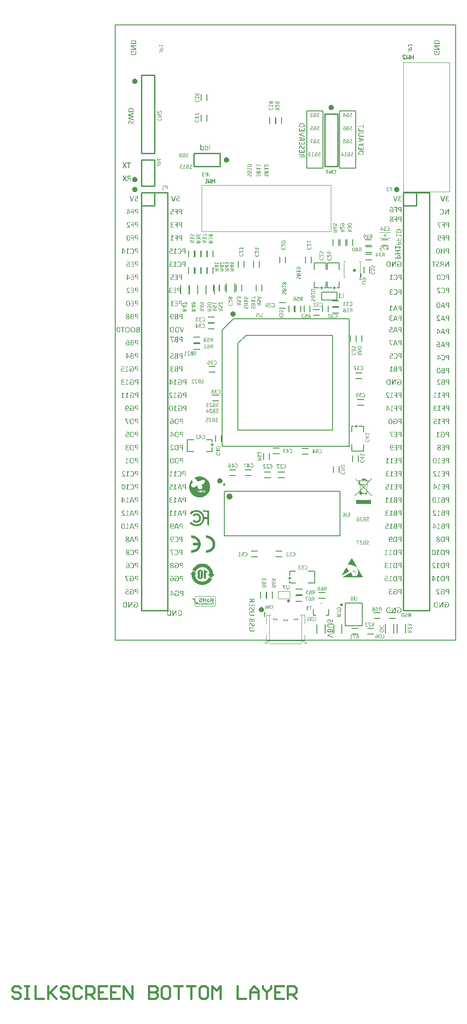
<source format=gbo>
G04 Layer_Color=32896*
%FSLAX43Y43*%
%MOMM*%
G71*
G01*
G75*
%ADD34C,0.250*%
%ADD40C,0.400*%
%ADD41C,0.127*%
%ADD70C,0.254*%
%ADD71C,0.120*%
%ADD72C,0.100*%
%ADD74C,0.203*%
%ADD75C,0.152*%
%ADD76C,0.160*%
%ADD77C,0.200*%
%ADD128C,0.600*%
%ADD129C,0.080*%
G36*
X2159Y90048D02*
X2163D01*
X2173Y90046D01*
X2180Y90044D01*
X2184Y90042D01*
X2186Y90040D01*
X2190Y90034D01*
Y90028D01*
Y90024D01*
Y90022D01*
X2186Y90015D01*
X2182Y90005D01*
X2179Y89999D01*
X2177Y89995D01*
X1907Y89535D01*
X2188Y89059D01*
X2196Y89047D01*
X2200Y89039D01*
X2202Y89033D01*
Y89031D01*
Y89026D01*
X2200Y89020D01*
X2198Y89018D01*
Y89016D01*
X2192Y89012D01*
X2184Y89010D01*
X2179Y89008D01*
X2177D01*
X2163Y89006D01*
X2118D01*
X2106Y89008D01*
X2097D01*
X2087Y89010D01*
X2081D01*
X2077Y89012D01*
X2075D01*
X2069Y89014D01*
X2065Y89016D01*
X2061Y89018D01*
X2054Y89026D01*
X2052Y89029D01*
X1820Y89441D01*
X1589Y89029D01*
X1584Y89022D01*
X1582Y89020D01*
Y89018D01*
X1574Y89014D01*
X1572Y89012D01*
X1570D01*
X1554Y89010D01*
X1548Y89008D01*
X1546D01*
X1533Y89006D01*
X1488D01*
X1474Y89008D01*
X1463D01*
X1451Y89010D01*
X1445Y89012D01*
X1441Y89016D01*
X1439D01*
X1435Y89022D01*
X1433Y89026D01*
Y89029D01*
Y89031D01*
X1435Y89039D01*
X1439Y89049D01*
X1443Y89057D01*
X1445Y89059D01*
X1726Y89539D01*
X1457Y89995D01*
X1451Y90007D01*
X1449Y90015D01*
X1447Y90020D01*
Y90022D01*
Y90030D01*
X1449Y90034D01*
X1451Y90038D01*
X1453D01*
X1459Y90042D01*
X1466Y90044D01*
X1472Y90046D01*
X1474D01*
X1486Y90048D01*
X1500Y90050D01*
X1541D01*
X1548Y90048D01*
X1550D01*
X1560Y90046D01*
X1566Y90044D01*
X1570Y90042D01*
X1572D01*
X1580Y90038D01*
X1584Y90036D01*
Y90034D01*
X1589Y90028D01*
X1591Y90026D01*
Y90024D01*
X1812Y89638D01*
X2034Y90024D01*
X2040Y90032D01*
X2042Y90034D01*
X2044D01*
X2048Y90038D01*
X2052Y90040D01*
X2056Y90042D01*
X2058D01*
X2065Y90044D01*
X2071Y90046D01*
X2079Y90048D01*
X2081D01*
X2093Y90050D01*
X2151D01*
X2159Y90048D01*
D02*
G37*
G36*
X2957Y90042D02*
X2969Y90038D01*
X2976Y90032D01*
X2978Y90030D01*
X2988Y90018D01*
X2992Y90005D01*
X2994Y89993D01*
Y89989D01*
Y89987D01*
Y89031D01*
X2992Y89022D01*
Y89020D01*
Y89018D01*
X2984Y89014D01*
X2982Y89012D01*
X2980D01*
X2967Y89010D01*
X2963Y89008D01*
X2961D01*
X2949Y89006D01*
X2912D01*
X2902Y89008D01*
X2894D01*
X2885Y89010D01*
X2879D01*
X2875Y89012D01*
X2873D01*
X2863Y89016D01*
X2861Y89018D01*
X2857Y89027D01*
Y89029D01*
Y89031D01*
Y89470D01*
X2766D01*
X2733Y89468D01*
X2719Y89466D01*
X2707Y89462D01*
X2699Y89461D01*
X2692Y89457D01*
X2688Y89455D01*
X2686D01*
X2662Y89443D01*
X2645Y89429D01*
X2637Y89425D01*
X2631Y89420D01*
X2629Y89418D01*
X2627Y89416D01*
X2610Y89396D01*
X2596Y89379D01*
X2592Y89369D01*
X2588Y89363D01*
X2584Y89359D01*
Y89357D01*
X2571Y89330D01*
X2561Y89306D01*
X2555Y89297D01*
X2553Y89289D01*
X2549Y89283D01*
Y89281D01*
X2454Y89037D01*
X2450Y89026D01*
X2448Y89024D01*
Y89022D01*
X2438Y89014D01*
X2436Y89012D01*
X2434D01*
X2428Y89010D01*
X2420D01*
X2415Y89008D01*
X2413D01*
X2401Y89006D01*
X2364D01*
X2352Y89008D01*
X2342D01*
X2333Y89010D01*
X2325D01*
X2321Y89012D01*
X2319D01*
X2313Y89014D01*
X2311Y89016D01*
X2309Y89018D01*
X2305Y89027D01*
Y89029D01*
Y89031D01*
Y89037D01*
X2307Y89043D01*
X2309Y89047D01*
Y89049D01*
X2311Y89061D01*
X2317Y89072D01*
X2321Y89084D01*
X2323Y89086D01*
Y89088D01*
X2417Y89316D01*
X2428Y89343D01*
X2438Y89367D01*
X2442Y89375D01*
X2446Y89381D01*
X2448Y89384D01*
Y89386D01*
X2459Y89408D01*
X2471Y89425D01*
X2479Y89437D01*
X2483Y89439D01*
Y89441D01*
X2496Y89457D01*
X2508Y89470D01*
X2518Y89478D01*
X2520Y89482D01*
X2522D01*
X2537Y89494D01*
X2551Y89501D01*
X2563Y89507D01*
X2565Y89509D01*
X2567D01*
X2535Y89523D01*
X2522Y89529D01*
X2508Y89535D01*
X2498Y89541D01*
X2491Y89544D01*
X2487Y89548D01*
X2485D01*
X2459Y89566D01*
X2440Y89585D01*
X2432Y89591D01*
X2426Y89597D01*
X2424Y89601D01*
X2422Y89603D01*
X2405Y89628D01*
X2391Y89652D01*
X2387Y89661D01*
X2383Y89669D01*
X2381Y89675D01*
Y89677D01*
X2372Y89708D01*
X2368Y89739D01*
X2366Y89751D01*
Y89761D01*
Y89769D01*
Y89771D01*
X2368Y89808D01*
X2370Y89825D01*
X2374Y89839D01*
X2376Y89851D01*
X2379Y89860D01*
X2381Y89866D01*
Y89868D01*
X2395Y89899D01*
X2403Y89913D01*
X2411Y89925D01*
X2417Y89933D01*
X2422Y89940D01*
X2426Y89944D01*
X2428Y89946D01*
X2454Y89970D01*
X2479Y89987D01*
X2491Y89995D01*
X2498Y89999D01*
X2504Y90003D01*
X2506D01*
X2543Y90018D01*
X2561Y90024D01*
X2576Y90028D01*
X2590Y90032D01*
X2602Y90034D01*
X2610Y90036D01*
X2612D01*
X2629Y90038D01*
X2645D01*
X2656Y90040D01*
X2660D01*
X2682Y90042D01*
X2701Y90044D01*
X2943D01*
X2957Y90042D01*
D02*
G37*
G36*
X2161Y92588D02*
X2165D01*
X2175Y92586D01*
X2183Y92584D01*
X2187Y92582D01*
X2189Y92580D01*
X2193Y92574D01*
Y92568D01*
Y92564D01*
Y92562D01*
X2189Y92555D01*
X2185Y92545D01*
X2181Y92539D01*
X2179Y92535D01*
X1910Y92075D01*
X2191Y91599D01*
X2198Y91587D01*
X2202Y91579D01*
X2204Y91573D01*
Y91571D01*
Y91566D01*
X2202Y91560D01*
X2200Y91558D01*
Y91556D01*
X2195Y91552D01*
X2187Y91550D01*
X2181Y91548D01*
X2179D01*
X2165Y91546D01*
X2120D01*
X2109Y91548D01*
X2099D01*
X2089Y91550D01*
X2083D01*
X2079Y91552D01*
X2078D01*
X2072Y91554D01*
X2068Y91556D01*
X2064Y91558D01*
X2056Y91566D01*
X2054Y91569D01*
X1822Y91981D01*
X1592Y91569D01*
X1586Y91562D01*
X1584Y91560D01*
Y91558D01*
X1576Y91554D01*
X1574Y91552D01*
X1572D01*
X1557Y91550D01*
X1551Y91548D01*
X1549D01*
X1535Y91546D01*
X1490D01*
X1477Y91548D01*
X1465D01*
X1453Y91550D01*
X1447Y91552D01*
X1444Y91556D01*
X1442D01*
X1438Y91562D01*
X1436Y91566D01*
Y91569D01*
Y91571D01*
X1438Y91579D01*
X1442Y91589D01*
X1445Y91597D01*
X1447Y91599D01*
X1728Y92079D01*
X1459Y92535D01*
X1453Y92547D01*
X1451Y92555D01*
X1449Y92560D01*
Y92562D01*
Y92570D01*
X1451Y92574D01*
X1453Y92578D01*
X1455D01*
X1461Y92582D01*
X1469Y92584D01*
X1475Y92586D01*
X1477D01*
X1488Y92588D01*
X1502Y92590D01*
X1543D01*
X1551Y92588D01*
X1553D01*
X1563Y92586D01*
X1568Y92584D01*
X1572Y92582D01*
X1574D01*
X1582Y92578D01*
X1586Y92576D01*
Y92574D01*
X1592Y92568D01*
X1594Y92566D01*
Y92564D01*
X1814Y92178D01*
X2037Y92564D01*
X2042Y92572D01*
X2044Y92574D01*
X2046D01*
X2050Y92578D01*
X2054Y92580D01*
X2058Y92582D01*
X2060D01*
X2068Y92584D01*
X2074Y92586D01*
X2081Y92588D01*
X2083D01*
X2095Y92590D01*
X2154D01*
X2161Y92588D01*
D02*
G37*
G36*
X3012Y92582D02*
X3014Y92580D01*
X3016D01*
X3022Y92572D01*
X3024Y92570D01*
Y92568D01*
X3026Y92562D01*
Y92556D01*
X3028Y92553D01*
Y92551D01*
X3029Y92541D01*
Y92533D01*
Y92525D01*
Y92523D01*
Y92512D01*
X3028Y92504D01*
Y92498D01*
Y92496D01*
X3026Y92484D01*
X3024Y92480D01*
Y92478D01*
X3018Y92471D01*
X3016Y92469D01*
X3008Y92467D01*
X2711D01*
Y91571D01*
X2710Y91562D01*
Y91560D01*
Y91558D01*
X2702Y91554D01*
X2700Y91552D01*
X2698D01*
X2692Y91550D01*
X2684D01*
X2678Y91548D01*
X2676D01*
X2665Y91546D01*
X2630D01*
X2620Y91548D01*
X2612D01*
X2602Y91550D01*
X2596D01*
X2593Y91552D01*
X2591D01*
X2581Y91556D01*
X2579Y91558D01*
X2575Y91567D01*
Y91569D01*
Y91571D01*
Y92467D01*
X2284D01*
X2276Y92469D01*
X2275D01*
X2267Y92475D01*
X2265Y92478D01*
X2261Y92490D01*
X2259Y92494D01*
Y92496D01*
X2257Y92506D01*
Y92514D01*
Y92521D01*
Y92523D01*
Y92535D01*
Y92543D01*
X2259Y92549D01*
Y92551D01*
X2261Y92558D01*
X2263Y92564D01*
X2265Y92566D01*
Y92568D01*
X2271Y92578D01*
X2273Y92580D01*
X2275D01*
X2280Y92584D01*
X3004D01*
X3012Y92582D01*
D02*
G37*
G36*
X57544Y114293D02*
X57545Y114291D01*
X57550Y114285D01*
X57551Y114284D01*
Y114283D01*
X57552Y114278D01*
X57554Y114272D01*
X57555Y114268D01*
Y114266D01*
X57557Y114259D01*
Y114250D01*
Y114246D01*
Y114243D01*
Y114233D01*
Y114224D01*
X57555Y114218D01*
Y114217D01*
X57554Y114211D01*
X57552Y114206D01*
X57551Y114204D01*
Y114202D01*
X57548Y114196D01*
X57547Y114193D01*
X57545D01*
X57541Y114192D01*
X56969D01*
X56956Y114190D01*
X56945D01*
X56937Y114189D01*
X56929Y114187D01*
X56923D01*
X56920Y114186D01*
X56919D01*
X56903Y114182D01*
X56890Y114177D01*
X56882Y114173D01*
X56879Y114171D01*
X56871Y114164D01*
X56866Y114157D01*
X56863Y114151D01*
X56862Y114148D01*
X56859Y114136D01*
X56858Y114125D01*
Y114116D01*
Y114114D01*
Y114113D01*
X56859Y114101D01*
X56860Y114091D01*
X56862Y114084D01*
Y114081D01*
X56865Y114072D01*
X56868Y114063D01*
X56871Y114057D01*
Y114056D01*
X56875Y114048D01*
X56878Y114043D01*
X56881Y114040D01*
Y114038D01*
X56884Y114034D01*
X56887Y114029D01*
Y114028D01*
Y114027D01*
X56885Y114021D01*
X56884Y114019D01*
Y114018D01*
X56882Y114016D01*
X56879Y114013D01*
X56878Y114012D01*
X56877D01*
X56872Y114010D01*
X56868D01*
X56865Y114009D01*
X56822D01*
X56814Y114010D01*
X56809D01*
X56803Y114012D01*
X56802Y114013D01*
X56800D01*
X56796Y114018D01*
X56795Y114019D01*
X56792Y114024D01*
X56789Y114028D01*
X56787Y114032D01*
X56786Y114034D01*
X56781Y114041D01*
X56780Y114050D01*
X56777Y114056D01*
Y114057D01*
X56774Y114067D01*
X56771Y114076D01*
X56770Y114084D01*
Y114087D01*
X56768Y114100D01*
X56767Y114110D01*
Y114117D01*
Y114120D01*
Y114138D01*
X56770Y114154D01*
X56771Y114168D01*
X56774Y114180D01*
X56777Y114189D01*
X56779Y114196D01*
X56781Y114201D01*
Y114202D01*
X56795Y114225D01*
X56800Y114234D01*
X56808Y114242D01*
X56814Y114247D01*
X56818Y114252D01*
X56821Y114255D01*
X56822Y114256D01*
X56844Y114269D01*
X56865Y114278D01*
X56874Y114281D01*
X56881Y114284D01*
X56885Y114285D01*
X56887D01*
X56916Y114291D01*
X56931Y114293D01*
X56944D01*
X56956Y114294D01*
X57538D01*
X57544Y114293D01*
D02*
G37*
G36*
X9280Y88165D02*
X9290D01*
X9293Y88163D01*
X9294D01*
X9300Y88162D01*
X9302Y88160D01*
X9308D01*
X9309Y88159D01*
X9487Y88043D01*
X9493Y88039D01*
X9495Y88038D01*
X9496Y88036D01*
X9499Y88032D01*
X9501Y88030D01*
Y88029D01*
X9502Y88021D01*
X9504Y88019D01*
Y88017D01*
Y88005D01*
Y88001D01*
Y87999D01*
Y87989D01*
X9502Y87982D01*
Y87978D01*
Y87976D01*
X9501Y87970D01*
X9499Y87966D01*
X9498Y87964D01*
Y87963D01*
X9490Y87960D01*
X9486D01*
X9480Y87961D01*
X9474Y87964D01*
X9470Y87967D01*
X9468Y87969D01*
X9318Y88058D01*
Y87468D01*
X9480D01*
X9486Y87467D01*
X9487Y87465D01*
X9489D01*
X9493Y87460D01*
X9495Y87458D01*
Y87457D01*
X9496Y87452D01*
X9498Y87448D01*
X9499Y87445D01*
Y87444D01*
X9501Y87432D01*
Y87427D01*
Y87426D01*
Y87417D01*
X9499Y87411D01*
Y87407D01*
Y87405D01*
X9496Y87397D01*
X9495Y87394D01*
Y87392D01*
X9490Y87388D01*
X9489Y87386D01*
X9483Y87385D01*
X9075D01*
X9069Y87386D01*
X9068D01*
X9062Y87389D01*
X9060Y87392D01*
X9057Y87401D01*
X9056Y87404D01*
Y87405D01*
X9054Y87413D01*
X9053Y87419D01*
Y87424D01*
Y87426D01*
Y87433D01*
X9054Y87439D01*
X9056Y87442D01*
Y87444D01*
X9057Y87449D01*
X9059Y87454D01*
X9060Y87455D01*
Y87457D01*
X9063Y87464D01*
X9065Y87465D01*
X9066D01*
X9072Y87468D01*
X9215D01*
Y88149D01*
X9217Y88155D01*
X9218Y88156D01*
X9220Y88157D01*
X9223Y88159D01*
X9224Y88160D01*
X9226D01*
X9230Y88162D01*
X9234Y88163D01*
X9239Y88165D01*
X9240D01*
X9248Y88166D01*
X9277D01*
X9280Y88165D01*
D02*
G37*
G36*
X56834Y115583D02*
X56837Y115582D01*
X56839D01*
X56844Y115580D01*
X56849Y115579D01*
X56852Y115577D01*
X56853D01*
X56860Y115573D01*
X56862Y115571D01*
Y115570D01*
X56865Y115564D01*
Y115563D01*
Y115561D01*
Y115223D01*
X56992Y115346D01*
X57017Y115370D01*
X57040Y115390D01*
X57061Y115409D01*
X57078Y115424D01*
X57093Y115435D01*
X57105Y115444D01*
X57111Y115450D01*
X57114Y115452D01*
X57133Y115466D01*
X57150Y115478D01*
X57166Y115490D01*
X57181Y115498D01*
X57193Y115504D01*
X57201Y115509D01*
X57207Y115511D01*
X57209Y115513D01*
X57239Y115526D01*
X57253Y115532D01*
X57264Y115536D01*
X57275Y115539D01*
X57282Y115541D01*
X57286Y115542D01*
X57288D01*
X57315Y115547D01*
X57327Y115548D01*
X57339D01*
X57348Y115550D01*
X57362D01*
X57392Y115547D01*
X57405Y115545D01*
X57416Y115542D01*
X57427Y115539D01*
X57434Y115538D01*
X57438Y115535D01*
X57440D01*
X57465Y115523D01*
X57476Y115516D01*
X57485Y115510D01*
X57494Y115504D01*
X57500Y115498D01*
X57503Y115495D01*
X57504Y115494D01*
X57523Y115472D01*
X57536Y115449D01*
X57542Y115438D01*
X57545Y115431D01*
X57548Y115425D01*
Y115424D01*
X57554Y115408D01*
X57557Y115390D01*
X57560Y115374D01*
X57563Y115358D01*
Y115345D01*
X57564Y115334D01*
Y115327D01*
Y115324D01*
X57563Y115299D01*
X57561Y115288D01*
Y115277D01*
X57560Y115269D01*
X57558Y115263D01*
X57557Y115258D01*
Y115257D01*
X57551Y115235D01*
X57548Y115225D01*
X57545Y115216D01*
X57542Y115209D01*
X57539Y115203D01*
X57538Y115200D01*
Y115198D01*
X57531Y115181D01*
X57523Y115166D01*
X57522Y115160D01*
X57519Y115156D01*
X57517Y115155D01*
Y115153D01*
X57510Y115141D01*
X57504Y115134D01*
X57501Y115130D01*
X57500Y115128D01*
X57493Y115122D01*
X57491Y115119D01*
X57490D01*
X57484Y115116D01*
X57482Y115115D01*
X57481D01*
X57473Y115114D01*
X57433D01*
X57427Y115115D01*
X57422D01*
X57419Y115116D01*
X57418D01*
X57412Y115121D01*
X57411Y115122D01*
X57409Y115128D01*
Y115131D01*
X57411Y115137D01*
X57414Y115144D01*
X57416Y115150D01*
X57418Y115153D01*
X57425Y115166D01*
X57433Y115178D01*
X57438Y115188D01*
X57440Y115190D01*
Y115191D01*
X57449Y115209D01*
X57456Y115226D01*
X57459Y115234D01*
X57462Y115239D01*
X57463Y115242D01*
Y115244D01*
X57469Y115267D01*
X57472Y115289D01*
X57473Y115298D01*
Y115305D01*
Y115310D01*
Y115311D01*
X57472Y115333D01*
X57471Y115343D01*
X57469Y115352D01*
X57466Y115358D01*
X57465Y115364D01*
X57463Y115367D01*
Y115368D01*
X57454Y115386D01*
X57446Y115397D01*
X57438Y115406D01*
X57437Y115409D01*
X57435D01*
X57422Y115421D01*
X57409Y115430D01*
X57403Y115433D01*
X57399Y115434D01*
X57396Y115435D01*
X57394D01*
X57377Y115441D01*
X57361Y115443D01*
X57355Y115444D01*
X57345D01*
X57326Y115443D01*
X57308Y115441D01*
X57301Y115440D01*
X57295D01*
X57292Y115438D01*
X57291D01*
X57269Y115433D01*
X57247Y115425D01*
X57238Y115421D01*
X57231Y115418D01*
X57226Y115416D01*
X57225Y115415D01*
X57212Y115408D01*
X57197Y115400D01*
X57184Y115392D01*
X57172Y115383D01*
X57162Y115375D01*
X57153Y115370D01*
X57147Y115365D01*
X57146Y115364D01*
X57128Y115351D01*
X57112Y115337D01*
X57095Y115323D01*
X57080Y115310D01*
X57067Y115298D01*
X57055Y115288D01*
X57049Y115282D01*
X57046Y115279D01*
X56887Y115122D01*
X56877Y115114D01*
X56874Y115112D01*
X56872Y115111D01*
X56862Y115105D01*
X56859Y115103D01*
X56858D01*
X56849Y115100D01*
X56844Y115099D01*
X56812D01*
X56805Y115100D01*
X56799D01*
X56793Y115102D01*
X56789Y115103D01*
X56786Y115106D01*
X56784D01*
X56780Y115115D01*
X56779Y115116D01*
Y115118D01*
X56777Y115128D01*
Y115131D01*
Y115133D01*
Y115561D01*
X56779Y115569D01*
Y115571D01*
X56784Y115576D01*
X56786Y115577D01*
X56787D01*
X56798Y115580D01*
X56800Y115582D01*
X56802D01*
X56809Y115583D01*
X56815Y115585D01*
X56828D01*
X56834Y115583D01*
D02*
G37*
G36*
X57356Y114975D02*
X57370Y114972D01*
X57381Y114970D01*
X57392Y114967D01*
X57399Y114964D01*
X57403Y114963D01*
X57405D01*
X57430Y114953D01*
X57441Y114947D01*
X57450Y114941D01*
X57457Y114937D01*
X57463Y114932D01*
X57466Y114929D01*
X57468Y114928D01*
X57487Y114910D01*
X57501Y114891D01*
X57507Y114884D01*
X57512Y114878D01*
X57513Y114874D01*
X57514Y114872D01*
X57526Y114849D01*
X57531Y114837D01*
X57535Y114828D01*
X57538Y114819D01*
X57539Y114814D01*
X57541Y114809D01*
Y114808D01*
X57545Y114786D01*
X57548Y114770D01*
Y114762D01*
X57550Y114758D01*
Y114755D01*
Y114754D01*
X57551Y114736D01*
X57552Y114721D01*
Y114714D01*
Y114710D01*
Y114707D01*
Y114705D01*
Y114539D01*
X57551Y114528D01*
X57548Y114520D01*
X57544Y114514D01*
X57542Y114511D01*
X57532Y114503D01*
X57520Y114501D01*
X57512Y114499D01*
X56793D01*
X56786Y114501D01*
X56783D01*
X56780Y114506D01*
X56779Y114508D01*
Y114509D01*
X56777Y114520D01*
X56776Y114522D01*
Y114524D01*
X56774Y114533D01*
Y114542D01*
Y114547D01*
Y114550D01*
Y114561D01*
X56776Y114568D01*
Y114572D01*
Y114574D01*
X56777Y114581D01*
Y114585D01*
X56779Y114588D01*
Y114590D01*
X56781Y114597D01*
X56783Y114599D01*
X56790Y114601D01*
X57073D01*
Y114689D01*
X57074Y114716D01*
X57076Y114739D01*
X57078Y114759D01*
X57081Y114777D01*
X57084Y114792D01*
X57087Y114803D01*
X57090Y114809D01*
Y114812D01*
X57097Y114831D01*
X57105Y114849D01*
X57114Y114863D01*
X57122Y114877D01*
X57128Y114887D01*
X57134Y114894D01*
X57138Y114898D01*
X57140Y114900D01*
X57153Y114913D01*
X57166Y114925D01*
X57181Y114934D01*
X57193Y114941D01*
X57204Y114948D01*
X57213Y114953D01*
X57219Y114954D01*
X57220Y114956D01*
X57238Y114963D01*
X57257Y114967D01*
X57275Y114972D01*
X57291Y114973D01*
X57305Y114975D01*
X57315Y114976D01*
X57326D01*
X57356Y114975D01*
D02*
G37*
G36*
X9294Y114193D02*
X9295Y114191D01*
X9300Y114185D01*
X9301Y114184D01*
Y114183D01*
X9302Y114178D01*
X9304Y114172D01*
X9305Y114168D01*
Y114166D01*
X9307Y114159D01*
Y114150D01*
Y114146D01*
Y114143D01*
Y114133D01*
Y114124D01*
X9305Y114118D01*
Y114117D01*
X9304Y114111D01*
X9302Y114106D01*
X9301Y114104D01*
Y114102D01*
X9298Y114096D01*
X9297Y114093D01*
X9295D01*
X9291Y114092D01*
X8719D01*
X8706Y114090D01*
X8695D01*
X8687Y114089D01*
X8679Y114087D01*
X8673D01*
X8670Y114086D01*
X8669D01*
X8653Y114082D01*
X8640Y114077D01*
X8632Y114073D01*
X8629Y114071D01*
X8621Y114064D01*
X8616Y114057D01*
X8613Y114051D01*
X8612Y114048D01*
X8609Y114036D01*
X8608Y114025D01*
Y114016D01*
Y114014D01*
Y114013D01*
X8609Y114001D01*
X8610Y113991D01*
X8612Y113984D01*
Y113981D01*
X8615Y113972D01*
X8618Y113963D01*
X8621Y113957D01*
Y113956D01*
X8625Y113948D01*
X8628Y113943D01*
X8631Y113940D01*
Y113938D01*
X8634Y113934D01*
X8637Y113929D01*
Y113928D01*
Y113927D01*
X8635Y113921D01*
X8634Y113919D01*
Y113918D01*
X8632Y113916D01*
X8629Y113913D01*
X8628Y113912D01*
X8627D01*
X8622Y113910D01*
X8618D01*
X8615Y113909D01*
X8572D01*
X8564Y113910D01*
X8559D01*
X8553Y113912D01*
X8552Y113913D01*
X8550D01*
X8546Y113918D01*
X8545Y113919D01*
X8542Y113924D01*
X8539Y113928D01*
X8537Y113932D01*
X8536Y113934D01*
X8531Y113941D01*
X8530Y113950D01*
X8527Y113956D01*
Y113957D01*
X8524Y113967D01*
X8521Y113976D01*
X8520Y113984D01*
Y113987D01*
X8518Y114000D01*
X8517Y114010D01*
Y114017D01*
Y114020D01*
Y114038D01*
X8520Y114054D01*
X8521Y114068D01*
X8524Y114080D01*
X8527Y114089D01*
X8529Y114096D01*
X8531Y114101D01*
Y114102D01*
X8545Y114125D01*
X8550Y114134D01*
X8558Y114142D01*
X8564Y114147D01*
X8568Y114152D01*
X8571Y114155D01*
X8572Y114156D01*
X8594Y114169D01*
X8615Y114178D01*
X8624Y114181D01*
X8631Y114184D01*
X8635Y114185D01*
X8637D01*
X8666Y114191D01*
X8681Y114193D01*
X8694D01*
X8706Y114194D01*
X9288D01*
X9294Y114193D01*
D02*
G37*
G36*
X18186Y90703D02*
X18187D01*
X18193Y90702D01*
X18197Y90700D01*
X18200Y90699D01*
X18202D01*
X18208Y90696D01*
X18211Y90695D01*
Y90693D01*
X18212Y90689D01*
Y90687D01*
Y90686D01*
Y90130D01*
Y90117D01*
X18214Y90103D01*
Y90093D01*
X18215Y90084D01*
X18217Y90077D01*
Y90071D01*
X18218Y90068D01*
Y90067D01*
X18222Y90051D01*
X18227Y90038D01*
X18231Y90030D01*
X18233Y90027D01*
X18240Y90019D01*
X18247Y90014D01*
X18253Y90011D01*
X18256Y90010D01*
X18268Y90007D01*
X18279Y90005D01*
X18291D01*
X18303Y90007D01*
X18313Y90008D01*
X18320Y90010D01*
X18323D01*
X18332Y90013D01*
X18341Y90016D01*
X18347Y90019D01*
X18348D01*
X18355Y90023D01*
X18361Y90026D01*
X18364Y90029D01*
X18366D01*
X18370Y90032D01*
X18375Y90035D01*
X18377D01*
X18383Y90033D01*
X18385Y90032D01*
X18386D01*
X18388Y90030D01*
X18391Y90027D01*
X18392Y90026D01*
Y90024D01*
X18394Y90020D01*
Y90016D01*
X18395Y90013D01*
Y90011D01*
Y90004D01*
Y89997D01*
Y89992D01*
Y89989D01*
Y89982D01*
Y89976D01*
Y89972D01*
Y89970D01*
X18394Y89962D01*
Y89959D01*
Y89957D01*
X18392Y89951D01*
X18391Y89950D01*
Y89948D01*
X18386Y89944D01*
X18385Y89943D01*
X18380Y89940D01*
X18376Y89937D01*
X18372Y89935D01*
X18370Y89934D01*
X18363Y89929D01*
X18354Y89928D01*
X18348Y89925D01*
X18347D01*
X18336Y89922D01*
X18328Y89919D01*
X18320Y89918D01*
X18317D01*
X18304Y89916D01*
X18294Y89915D01*
X18266D01*
X18250Y89918D01*
X18236Y89919D01*
X18224Y89922D01*
X18215Y89925D01*
X18208Y89926D01*
X18203Y89929D01*
X18202D01*
X18178Y89943D01*
X18170Y89948D01*
X18162Y89956D01*
X18157Y89962D01*
X18152Y89966D01*
X18149Y89969D01*
X18148Y89970D01*
X18135Y89992D01*
X18126Y90013D01*
X18123Y90022D01*
X18120Y90029D01*
X18118Y90033D01*
Y90035D01*
X18113Y90064D01*
X18111Y90079D01*
Y90092D01*
X18110Y90103D01*
Y90112D01*
Y90118D01*
Y90120D01*
Y90686D01*
X18111Y90692D01*
X18113Y90693D01*
X18118Y90697D01*
X18120Y90699D01*
X18121D01*
X18126Y90700D01*
X18132Y90702D01*
X18136Y90703D01*
X18138D01*
X18145Y90705D01*
X18180D01*
X18186Y90703D01*
D02*
G37*
G36*
X42515Y91193D02*
X42542Y91190D01*
X42565Y91186D01*
X42586Y91181D01*
X42603Y91176D01*
X42615Y91171D01*
X42624Y91168D01*
X42625Y91167D01*
X42627D01*
X42649Y91155D01*
X42669Y91142D01*
X42688Y91129D01*
X42703Y91116D01*
X42716Y91104D01*
X42725Y91095D01*
X42732Y91089D01*
X42733Y91086D01*
X42750Y91066D01*
X42764Y91044D01*
X42776Y91022D01*
X42786Y91003D01*
X42793Y90984D01*
X42799Y90971D01*
X42801Y90965D01*
X42802Y90961D01*
X42804Y90959D01*
Y90958D01*
X42811Y90928D01*
X42817Y90899D01*
X42821Y90871D01*
X42824Y90843D01*
X42826Y90822D01*
Y90811D01*
X42827Y90803D01*
Y90795D01*
Y90791D01*
Y90788D01*
Y90786D01*
X42826Y90751D01*
X42824Y90721D01*
X42820Y90691D01*
X42815Y90666D01*
X42812Y90646D01*
X42808Y90631D01*
X42807Y90625D01*
Y90621D01*
X42805Y90620D01*
Y90618D01*
X42795Y90592D01*
X42785Y90568D01*
X42774Y90548D01*
X42763Y90530D01*
X42754Y90516D01*
X42747Y90506D01*
X42741Y90500D01*
X42739Y90497D01*
X42723Y90479D01*
X42706Y90465D01*
X42688Y90453D01*
X42672Y90443D01*
X42657Y90434D01*
X42647Y90428D01*
X42640Y90425D01*
X42637Y90424D01*
X42613Y90415D01*
X42590Y90409D01*
X42567Y90405D01*
X42545Y90402D01*
X42527Y90400D01*
X42513Y90399D01*
X42499D01*
X42469Y90400D01*
X42454Y90402D01*
X42442Y90403D01*
X42432D01*
X42425Y90405D01*
X42420Y90406D01*
X42419D01*
X42394Y90412D01*
X42382Y90415D01*
X42374Y90418D01*
X42365Y90421D01*
X42359Y90424D01*
X42356Y90425D01*
X42355D01*
X42334Y90434D01*
X42319Y90441D01*
X42314Y90444D01*
X42309Y90447D01*
X42308Y90448D01*
X42306D01*
X42295Y90456D01*
X42287Y90462D01*
X42283Y90465D01*
X42281Y90466D01*
X42277Y90470D01*
X42274Y90473D01*
X42273Y90476D01*
X42270Y90484D01*
X42268Y90485D01*
Y90487D01*
X42267Y90495D01*
Y90498D01*
Y90500D01*
X42265Y90510D01*
Y90514D01*
Y90516D01*
Y90526D01*
Y90533D01*
X42267Y90538D01*
Y90539D01*
X42268Y90545D01*
Y90549D01*
X42270Y90551D01*
Y90552D01*
X42271Y90557D01*
X42273Y90558D01*
X42274Y90560D01*
X42278Y90563D01*
X42281D01*
X42289Y90561D01*
X42297Y90557D01*
X42303Y90552D01*
X42305Y90551D01*
X42306D01*
X42319Y90542D01*
X42333Y90533D01*
X42338Y90530D01*
X42343Y90527D01*
X42346Y90525D01*
X42347D01*
X42366Y90516D01*
X42385Y90507D01*
X42394Y90504D01*
X42400Y90501D01*
X42404Y90500D01*
X42406D01*
X42432Y90494D01*
X42445Y90492D01*
X42458Y90491D01*
X42470Y90489D01*
X42486D01*
X42505Y90491D01*
X42524Y90492D01*
X42540Y90495D01*
X42555Y90500D01*
X42568Y90503D01*
X42577Y90506D01*
X42583Y90507D01*
X42584Y90508D01*
X42599Y90516D01*
X42613Y90526D01*
X42627Y90535D01*
X42637Y90544D01*
X42646Y90552D01*
X42652Y90560D01*
X42656Y90564D01*
X42657Y90566D01*
X42668Y90580D01*
X42676Y90596D01*
X42685Y90612D01*
X42691Y90627D01*
X42695Y90640D01*
X42700Y90652D01*
X42701Y90658D01*
X42703Y90661D01*
X42707Y90683D01*
X42711Y90706D01*
X42714Y90728D01*
X42716Y90748D01*
Y90766D01*
X42717Y90779D01*
Y90785D01*
Y90789D01*
Y90791D01*
Y90792D01*
X42716Y90820D01*
X42714Y90845D01*
X42711Y90867D01*
X42709Y90886D01*
X42706Y90902D01*
X42704Y90914D01*
X42701Y90921D01*
Y90924D01*
X42694Y90944D01*
X42687Y90963D01*
X42679Y90981D01*
X42672Y90996D01*
X42666Y91006D01*
X42660Y91015D01*
X42657Y91021D01*
X42656Y91022D01*
X42644Y91037D01*
X42631Y91048D01*
X42619Y91060D01*
X42608Y91069D01*
X42597Y91075D01*
X42590Y91079D01*
X42584Y91082D01*
X42583Y91083D01*
X42567Y91091D01*
X42551Y91097D01*
X42534Y91100D01*
X42520Y91102D01*
X42508Y91104D01*
X42498Y91105D01*
X42472D01*
X42455Y91104D01*
X42442Y91102D01*
X42431Y91100D01*
X42420Y91098D01*
X42413Y91095D01*
X42409Y91094D01*
X42407D01*
X42384Y91085D01*
X42375Y91080D01*
X42366Y91076D01*
X42359Y91073D01*
X42355Y91070D01*
X42352Y91067D01*
X42350D01*
X42334Y91057D01*
X42321Y91048D01*
X42314Y91042D01*
X42311Y91041D01*
X42300Y91035D01*
X42293Y91032D01*
X42289Y91031D01*
X42287D01*
X42281Y91032D01*
X42280D01*
X42276Y91038D01*
X42274Y91040D01*
Y91041D01*
X42271Y91051D01*
X42270Y91054D01*
Y91056D01*
X42268Y91063D01*
Y91069D01*
Y91075D01*
Y91076D01*
Y91083D01*
Y91089D01*
X42270Y91092D01*
Y91094D01*
X42271Y91100D01*
Y91104D01*
X42273Y91107D01*
Y91108D01*
X42276Y91116D01*
X42277Y91119D01*
X42278Y91123D01*
X42283Y91126D01*
X42286Y91129D01*
X42287Y91130D01*
X42295Y91136D01*
X42305Y91142D01*
X42314Y91148D01*
X42315Y91149D01*
X42316D01*
X42333Y91158D01*
X42349Y91165D01*
X42355Y91168D01*
X42360Y91170D01*
X42363Y91171D01*
X42365D01*
X42385Y91179D01*
X42404Y91183D01*
X42412Y91184D01*
X42417Y91186D01*
X42422Y91187D01*
X42423D01*
X42447Y91192D01*
X42467Y91193D01*
X42476Y91195D01*
X42488D01*
X42515Y91193D01*
D02*
G37*
G36*
X17108Y90711D02*
X17119Y90709D01*
X17129D01*
X17138Y90708D01*
X17146Y90706D01*
X17150Y90705D01*
X17151D01*
X17175Y90699D01*
X17185Y90696D01*
X17194Y90693D01*
X17201Y90690D01*
X17207Y90687D01*
X17210Y90686D01*
X17211D01*
X17229Y90678D01*
X17242Y90671D01*
X17251Y90667D01*
X17252Y90665D01*
X17254D01*
X17264Y90658D01*
X17271Y90654D01*
X17274Y90651D01*
X17276Y90649D01*
X17282Y90642D01*
X17285Y90640D01*
Y90639D01*
X17287Y90632D01*
X17289Y90630D01*
Y90629D01*
X17290Y90621D01*
Y90618D01*
Y90617D01*
Y90608D01*
Y90604D01*
Y90602D01*
Y90594D01*
Y90586D01*
Y90582D01*
Y90580D01*
X17289Y90572D01*
X17287Y90570D01*
Y90569D01*
X17283Y90564D01*
X17282Y90563D01*
X17277Y90561D01*
X17274D01*
X17268Y90563D01*
X17261Y90567D01*
X17257Y90570D01*
X17254Y90572D01*
X17242Y90579D01*
X17229Y90586D01*
X17220Y90592D01*
X17217Y90594D01*
X17216D01*
X17198Y90602D01*
X17181Y90610D01*
X17175Y90611D01*
X17169Y90614D01*
X17166Y90616D01*
X17165D01*
X17143Y90623D01*
X17121Y90626D01*
X17113Y90627D01*
X17100D01*
X17078Y90626D01*
X17068Y90624D01*
X17061Y90623D01*
X17053Y90620D01*
X17049Y90618D01*
X17046Y90617D01*
X17045D01*
X17029Y90610D01*
X17015Y90601D01*
X17008Y90595D01*
X17005Y90594D01*
Y90592D01*
X16995Y90579D01*
X16988Y90567D01*
X16983Y90559D01*
X16982Y90556D01*
Y90554D01*
X16976Y90538D01*
X16974Y90523D01*
X16973Y90518D01*
Y90513D01*
Y90510D01*
Y90509D01*
X16974Y90485D01*
X16976Y90475D01*
X16979Y90466D01*
X16980Y90459D01*
X16983Y90453D01*
X16985Y90450D01*
Y90449D01*
X16995Y90430D01*
X17005Y90415D01*
X17011Y90409D01*
X17014Y90406D01*
X17017Y90403D01*
X17018Y90402D01*
X17036Y90389D01*
X17053Y90380D01*
X17061Y90377D01*
X17067Y90374D01*
X17071Y90373D01*
X17072D01*
X17096Y90368D01*
X17119Y90365D01*
X17128Y90364D01*
X17210D01*
X17217Y90362D01*
X17219Y90361D01*
X17220D01*
X17223Y90360D01*
X17226Y90357D01*
X17227Y90355D01*
Y90354D01*
X17230Y90346D01*
X17232Y90343D01*
Y90342D01*
X17233Y90336D01*
Y90330D01*
Y90324D01*
Y90323D01*
Y90314D01*
X17232Y90308D01*
Y90304D01*
Y90302D01*
X17229Y90294D01*
X17227Y90291D01*
Y90289D01*
X17222Y90285D01*
X17219Y90283D01*
X17211Y90282D01*
X17115D01*
X17100Y90281D01*
X17086Y90279D01*
X17072Y90278D01*
X17064Y90275D01*
X17055Y90273D01*
X17050Y90272D01*
X17049D01*
X17036Y90267D01*
X17023Y90263D01*
X17012Y90257D01*
X17004Y90253D01*
X16996Y90248D01*
X16990Y90244D01*
X16988Y90242D01*
X16986Y90241D01*
X16969Y90226D01*
X16957Y90212D01*
X16952Y90204D01*
X16950Y90200D01*
X16947Y90197D01*
Y90196D01*
X16938Y90175D01*
X16933Y90156D01*
X16932Y90147D01*
Y90142D01*
Y90137D01*
Y90136D01*
X16933Y90115D01*
X16938Y90098D01*
X16939Y90090D01*
X16942Y90084D01*
X16944Y90082D01*
Y90080D01*
X16952Y90063D01*
X16963Y90049D01*
X16967Y90044D01*
X16971Y90039D01*
X16973Y90038D01*
X16974Y90036D01*
X16990Y90023D01*
X17008Y90014D01*
X17015Y90011D01*
X17020Y90008D01*
X17024Y90007D01*
X17026D01*
X17049Y90003D01*
X17072Y90000D01*
X17083Y89998D01*
X17097D01*
X17127Y90000D01*
X17140Y90001D01*
X17151Y90003D01*
X17160Y90004D01*
X17168Y90005D01*
X17172Y90007D01*
X17173D01*
X17197Y90014D01*
X17207Y90017D01*
X17216Y90020D01*
X17223Y90023D01*
X17229Y90026D01*
X17232Y90027D01*
X17233D01*
X17251Y90036D01*
X17263Y90042D01*
X17271Y90046D01*
X17273Y90048D01*
X17274D01*
X17285Y90054D01*
X17292Y90057D01*
X17295Y90058D01*
X17296D01*
X17302Y90057D01*
X17306Y90054D01*
X17308Y90051D01*
X17309Y90049D01*
X17311Y90041D01*
X17312Y90030D01*
Y90022D01*
Y90020D01*
Y90019D01*
Y90010D01*
Y90004D01*
Y90000D01*
Y89998D01*
X17311Y89992D01*
Y89988D01*
X17309Y89985D01*
Y89984D01*
X17308Y89976D01*
X17306Y89975D01*
Y89973D01*
X17302Y89967D01*
X17299Y89966D01*
Y89965D01*
X17293Y89962D01*
X17286Y89957D01*
X17280Y89953D01*
X17277Y89951D01*
X17263Y89945D01*
X17248Y89940D01*
X17242Y89937D01*
X17238Y89935D01*
X17235Y89934D01*
X17233D01*
X17213Y89928D01*
X17194Y89924D01*
X17185Y89922D01*
X17179Y89921D01*
X17175Y89919D01*
X17173D01*
X17147Y89916D01*
X17135Y89915D01*
X17124D01*
X17113Y89913D01*
X17100D01*
X17077Y89915D01*
X17055Y89916D01*
X17036Y89919D01*
X17018Y89922D01*
X17004Y89925D01*
X16993Y89926D01*
X16988Y89929D01*
X16985D01*
X16966Y89937D01*
X16950Y89944D01*
X16935Y89951D01*
X16923Y89959D01*
X16913Y89966D01*
X16906Y89972D01*
X16901Y89975D01*
X16900Y89976D01*
X16887Y89988D01*
X16876Y90001D01*
X16868Y90013D01*
X16859Y90024D01*
X16853Y90035D01*
X16849Y90042D01*
X16847Y90048D01*
X16846Y90049D01*
X16840Y90065D01*
X16834Y90083D01*
X16831Y90099D01*
X16830Y90114D01*
X16828Y90127D01*
X16827Y90137D01*
Y90143D01*
Y90146D01*
X16830Y90172D01*
X16831Y90184D01*
X16834Y90194D01*
X16837Y90203D01*
X16838Y90209D01*
X16841Y90213D01*
Y90215D01*
X16853Y90237D01*
X16859Y90247D01*
X16865Y90254D01*
X16871Y90261D01*
X16875Y90266D01*
X16878Y90269D01*
X16879Y90270D01*
X16898Y90288D01*
X16916Y90300D01*
X16925Y90305D01*
X16931Y90308D01*
X16935Y90311D01*
X16936D01*
X16961Y90321D01*
X16973Y90324D01*
X16985Y90327D01*
X16995Y90330D01*
X17002D01*
X17008Y90332D01*
X17010D01*
Y90333D01*
X16985Y90339D01*
X16974Y90343D01*
X16966Y90346D01*
X16958Y90349D01*
X16952Y90352D01*
X16950Y90355D01*
X16948D01*
X16929Y90368D01*
X16914Y90383D01*
X16910Y90387D01*
X16906Y90392D01*
X16904Y90395D01*
X16903Y90396D01*
X16890Y90415D01*
X16881Y90433D01*
X16878Y90440D01*
X16875Y90446D01*
X16873Y90450D01*
Y90452D01*
X16868Y90477D01*
X16866Y90488D01*
X16865Y90499D01*
X16863Y90507D01*
Y90515D01*
Y90519D01*
Y90520D01*
X16866Y90551D01*
X16868Y90564D01*
X16871Y90575D01*
X16873Y90585D01*
X16875Y90592D01*
X16878Y90597D01*
Y90598D01*
X16890Y90623D01*
X16897Y90633D01*
X16903Y90642D01*
X16909Y90648D01*
X16914Y90654D01*
X16917Y90657D01*
X16919Y90658D01*
X16941Y90676D01*
X16963Y90687D01*
X16971Y90692D01*
X16979Y90695D01*
X16985Y90697D01*
X16986D01*
X17018Y90706D01*
X17034Y90709D01*
X17048Y90711D01*
X17061Y90712D01*
X17080D01*
X17108Y90711D01*
D02*
G37*
G36*
X17876Y90699D02*
X17884Y90696D01*
X17890Y90692D01*
X17893Y90690D01*
X17900Y90680D01*
X17903Y90668D01*
X17905Y90659D01*
Y90657D01*
Y90655D01*
Y89941D01*
X17903Y89934D01*
Y89932D01*
Y89931D01*
X17898Y89928D01*
X17896Y89926D01*
X17895D01*
X17884Y89925D01*
X17881Y89924D01*
X17880D01*
X17871Y89922D01*
X17843D01*
X17836Y89924D01*
X17830D01*
X17823Y89925D01*
X17819D01*
X17816Y89926D01*
X17814D01*
X17807Y89929D01*
X17805Y89931D01*
X17802Y89938D01*
Y89940D01*
Y89941D01*
Y90221D01*
X17715D01*
X17688Y90222D01*
X17665Y90223D01*
X17644Y90226D01*
X17627Y90229D01*
X17612Y90232D01*
X17601Y90235D01*
X17595Y90238D01*
X17592D01*
X17573Y90245D01*
X17555Y90253D01*
X17541Y90261D01*
X17527Y90270D01*
X17517Y90276D01*
X17510Y90282D01*
X17505Y90286D01*
X17504Y90288D01*
X17491Y90301D01*
X17479Y90314D01*
X17470Y90329D01*
X17463Y90340D01*
X17456Y90352D01*
X17451Y90361D01*
X17450Y90367D01*
X17448Y90368D01*
X17441Y90386D01*
X17437Y90405D01*
X17432Y90422D01*
X17431Y90439D01*
X17429Y90453D01*
X17428Y90463D01*
Y90471D01*
Y90474D01*
X17429Y90504D01*
X17432Y90518D01*
X17434Y90529D01*
X17437Y90539D01*
X17440Y90547D01*
X17441Y90551D01*
Y90553D01*
X17451Y90578D01*
X17457Y90589D01*
X17463Y90598D01*
X17467Y90605D01*
X17472Y90611D01*
X17475Y90614D01*
X17476Y90616D01*
X17494Y90635D01*
X17513Y90649D01*
X17520Y90655D01*
X17526Y90659D01*
X17530Y90661D01*
X17532Y90662D01*
X17555Y90674D01*
X17567Y90678D01*
X17576Y90683D01*
X17584Y90686D01*
X17590Y90687D01*
X17595Y90689D01*
X17596D01*
X17618Y90693D01*
X17634Y90696D01*
X17642D01*
X17646Y90697D01*
X17650D01*
X17668Y90699D01*
X17683Y90700D01*
X17865D01*
X17876Y90699D01*
D02*
G37*
G36*
X8581Y115485D02*
X8584Y115483D01*
X8586D01*
X8591Y115482D01*
X8596Y115480D01*
X8597Y115479D01*
X8599D01*
X8606Y115476D01*
X8608Y115474D01*
Y115473D01*
X8610Y115467D01*
Y115466D01*
Y115464D01*
Y115324D01*
X9291D01*
X9297Y115322D01*
X9298Y115321D01*
X9300Y115319D01*
X9301Y115316D01*
X9302Y115315D01*
Y115313D01*
X9304Y115309D01*
X9305Y115305D01*
X9307Y115300D01*
Y115299D01*
X9308Y115292D01*
Y115284D01*
Y115278D01*
Y115275D01*
Y115268D01*
Y115262D01*
X9307Y115259D01*
Y115258D01*
Y115249D01*
X9305Y115246D01*
Y115245D01*
X9304Y115239D01*
X9302Y115237D01*
Y115236D01*
Y115232D01*
X9301Y115230D01*
X9185Y115052D01*
X9181Y115046D01*
X9180Y115044D01*
X9178Y115043D01*
X9174Y115040D01*
X9172Y115038D01*
X9171D01*
X9163Y115037D01*
X9161Y115035D01*
X9131D01*
X9124Y115037D01*
X9118D01*
X9112Y115038D01*
X9108Y115040D01*
X9106Y115041D01*
X9105D01*
X9102Y115049D01*
Y115052D01*
Y115053D01*
X9104Y115059D01*
X9106Y115065D01*
X9109Y115069D01*
X9111Y115071D01*
X9200Y115221D01*
X8610D01*
Y115059D01*
X8609Y115053D01*
X8608Y115052D01*
Y115050D01*
X8602Y115046D01*
X8600Y115044D01*
X8599D01*
X8594Y115043D01*
X8590Y115041D01*
X8587Y115040D01*
X8586D01*
X8574Y115038D01*
X8559D01*
X8553Y115040D01*
X8548D01*
X8539Y115043D01*
X8536Y115044D01*
X8534D01*
X8530Y115049D01*
X8529Y115050D01*
X8527Y115056D01*
Y115059D01*
Y115464D01*
X8529Y115470D01*
Y115471D01*
X8531Y115477D01*
X8534Y115479D01*
X8543Y115482D01*
X8546Y115483D01*
X8548D01*
X8555Y115485D01*
X8561Y115486D01*
X8575D01*
X8581Y115485D01*
D02*
G37*
G36*
X9106Y114875D02*
X9120Y114872D01*
X9131Y114870D01*
X9142Y114867D01*
X9149Y114864D01*
X9153Y114863D01*
X9155D01*
X9180Y114853D01*
X9191Y114847D01*
X9200Y114841D01*
X9207Y114837D01*
X9213Y114832D01*
X9216Y114829D01*
X9218Y114828D01*
X9237Y114810D01*
X9251Y114791D01*
X9257Y114784D01*
X9262Y114778D01*
X9263Y114774D01*
X9264Y114772D01*
X9276Y114749D01*
X9281Y114737D01*
X9285Y114728D01*
X9288Y114719D01*
X9289Y114714D01*
X9291Y114709D01*
Y114708D01*
X9295Y114686D01*
X9298Y114670D01*
Y114662D01*
X9300Y114658D01*
Y114655D01*
Y114654D01*
X9301Y114636D01*
X9302Y114621D01*
Y114614D01*
Y114610D01*
Y114607D01*
Y114605D01*
Y114439D01*
X9301Y114428D01*
X9298Y114420D01*
X9294Y114414D01*
X9292Y114411D01*
X9282Y114403D01*
X9270Y114401D01*
X9262Y114399D01*
X8543D01*
X8536Y114401D01*
X8533D01*
X8530Y114406D01*
X8529Y114408D01*
Y114409D01*
X8527Y114420D01*
X8526Y114422D01*
Y114424D01*
X8524Y114433D01*
Y114442D01*
Y114447D01*
Y114450D01*
Y114461D01*
X8526Y114468D01*
Y114472D01*
Y114474D01*
X8527Y114481D01*
Y114485D01*
X8529Y114488D01*
Y114490D01*
X8531Y114497D01*
X8533Y114499D01*
X8540Y114501D01*
X8823D01*
Y114589D01*
X8824Y114616D01*
X8826Y114639D01*
X8828Y114660D01*
X8831Y114677D01*
X8834Y114692D01*
X8837Y114703D01*
X8840Y114709D01*
Y114712D01*
X8847Y114731D01*
X8855Y114749D01*
X8864Y114763D01*
X8872Y114777D01*
X8878Y114787D01*
X8884Y114794D01*
X8888Y114798D01*
X8890Y114800D01*
X8903Y114813D01*
X8916Y114825D01*
X8931Y114834D01*
X8943Y114841D01*
X8954Y114848D01*
X8963Y114853D01*
X8969Y114854D01*
X8970Y114856D01*
X8988Y114863D01*
X9007Y114867D01*
X9025Y114872D01*
X9041Y114873D01*
X9055Y114875D01*
X9065Y114876D01*
X9076D01*
X9106Y114875D01*
D02*
G37*
G36*
X41619Y91184D02*
X41620D01*
X41626Y91183D01*
X41630Y91181D01*
X41633Y91180D01*
X41635D01*
X41641Y91176D01*
X41643Y91174D01*
Y91173D01*
X41645Y91168D01*
Y91167D01*
Y91165D01*
Y90745D01*
Y90710D01*
Y90694D01*
Y90680D01*
Y90666D01*
Y90656D01*
Y90650D01*
Y90647D01*
Y90611D01*
Y90593D01*
X41643Y90579D01*
Y90567D01*
Y90558D01*
Y90551D01*
Y90549D01*
X41645D01*
X41655Y90570D01*
X41664Y90587D01*
X41667Y90595D01*
X41670Y90601D01*
X41673Y90604D01*
Y90605D01*
X41683Y90625D01*
X41693Y90643D01*
X41696Y90650D01*
X41699Y90656D01*
X41702Y90659D01*
Y90661D01*
X41712Y90683D01*
X41722Y90702D01*
X41727Y90709D01*
X41730Y90715D01*
X41731Y90718D01*
X41733Y90719D01*
X41744Y90741D01*
X41755Y90762D01*
X41759Y90769D01*
X41762Y90775D01*
X41763Y90779D01*
X41765Y90781D01*
X41948Y91121D01*
X41955Y91133D01*
X41961Y91143D01*
X41965Y91149D01*
X41967Y91151D01*
X41974Y91160D01*
X41980Y91165D01*
X41984Y91168D01*
X41986Y91170D01*
X41993Y91174D01*
X41999Y91177D01*
X42005Y91180D01*
X42006D01*
X42017Y91183D01*
X42025Y91184D01*
X42087D01*
X42098Y91183D01*
X42107Y91180D01*
X42113Y91176D01*
X42116Y91174D01*
X42123Y91164D01*
X42128Y91152D01*
X42129Y91143D01*
Y91140D01*
Y91139D01*
Y90425D01*
X42128Y90419D01*
Y90418D01*
Y90416D01*
X42122Y90412D01*
X42120Y90410D01*
X42119D01*
X42109Y90409D01*
X42106Y90408D01*
X42104D01*
X42096Y90406D01*
X42069D01*
X42060Y90408D01*
X42055D01*
X42047Y90409D01*
X42043D01*
X42040Y90410D01*
X42039D01*
X42031Y90413D01*
X42030Y90416D01*
X42027Y90422D01*
Y90425D01*
Y90892D01*
Y90925D01*
Y90940D01*
Y90953D01*
X42028Y90965D01*
Y90974D01*
Y90980D01*
Y90981D01*
Y91013D01*
Y91029D01*
Y91042D01*
X42030Y91053D01*
Y91061D01*
Y91067D01*
Y91069D01*
X42028D01*
X42017Y91042D01*
X42011Y91031D01*
X42005Y91019D01*
X42000Y91010D01*
X41996Y91001D01*
X41995Y90997D01*
X41993Y90996D01*
X41980Y90969D01*
X41973Y90958D01*
X41968Y90947D01*
X41962Y90939D01*
X41959Y90931D01*
X41958Y90927D01*
X41957Y90925D01*
X41718Y90485D01*
X41709Y90469D01*
X41702Y90457D01*
X41696Y90448D01*
X41695Y90447D01*
Y90446D01*
X41687Y90435D01*
X41680Y90428D01*
X41676Y90424D01*
X41674Y90422D01*
X41665Y90416D01*
X41658Y90413D01*
X41652Y90410D01*
X41651D01*
X41641Y90409D01*
X41632Y90408D01*
X41588D01*
X41578Y90409D01*
X41573D01*
X41567Y90412D01*
X41563Y90413D01*
X41560Y90416D01*
X41559D01*
X41550Y90427D01*
X41548Y90429D01*
X41547Y90431D01*
X41544Y90438D01*
X41543Y90444D01*
Y90450D01*
Y90451D01*
Y91165D01*
X41544Y91171D01*
X41545Y91173D01*
X41551Y91179D01*
X41553Y91180D01*
X41554D01*
X41559Y91181D01*
X41564Y91183D01*
X41569Y91184D01*
X41570D01*
X41578Y91186D01*
X41613D01*
X41619Y91184D01*
D02*
G37*
G36*
X41069Y91187D02*
X41071D01*
X41080Y91186D01*
X41088Y91184D01*
X41093Y91183D01*
X41095D01*
X41101Y91181D01*
X41105Y91180D01*
X41108Y91179D01*
X41109Y91177D01*
X41115Y91173D01*
X41118Y91171D01*
Y91170D01*
X41395Y90699D01*
X41398Y90693D01*
X41401Y90687D01*
X41402Y90684D01*
Y90683D01*
X41406Y90674D01*
X41408Y90671D01*
Y90669D01*
X41409Y90658D01*
Y90653D01*
Y90652D01*
Y90645D01*
Y90639D01*
Y90634D01*
Y90633D01*
Y90623D01*
X41408Y90615D01*
Y90611D01*
Y90609D01*
X41406Y90604D01*
X41405Y90599D01*
X41404Y90596D01*
Y90595D01*
X41398Y90590D01*
X41395Y90589D01*
X41387Y90587D01*
X41064D01*
Y90424D01*
X41063Y90418D01*
Y90416D01*
Y90415D01*
X41061Y90413D01*
X41058Y90412D01*
X41057Y90410D01*
X41055D01*
X41051Y90409D01*
X41045D01*
X41041Y90408D01*
X41039D01*
X41030Y90406D01*
X41004D01*
X40997Y90408D01*
X40989D01*
X40982Y90409D01*
X40978D01*
X40975Y90410D01*
X40973D01*
X40966Y90413D01*
X40965Y90415D01*
X40962Y90421D01*
Y90424D01*
Y90587D01*
X40875D01*
X40868Y90589D01*
X40862Y90593D01*
X40859Y90596D01*
X40858Y90598D01*
X40855Y90608D01*
X40852Y90618D01*
Y90627D01*
Y90628D01*
Y90630D01*
X40853Y90643D01*
X40855Y90653D01*
X40858Y90659D01*
X40859Y90661D01*
X40864Y90668D01*
X40870Y90671D01*
X40874Y90672D01*
X40962D01*
Y91167D01*
X40963Y91171D01*
X40965Y91174D01*
X40966Y91176D01*
X40968D01*
X40972Y91179D01*
X40976Y91180D01*
X40981Y91181D01*
X40982D01*
X40989Y91183D01*
X40997Y91184D01*
X41003Y91186D01*
X41006D01*
X41017Y91187D01*
X41029Y91189D01*
X41063D01*
X41069Y91187D01*
D02*
G37*
G36*
X26057Y7148D02*
X26059D01*
X26067Y7146D01*
X26073Y7144D01*
X26075Y7142D01*
X26077D01*
X26086Y7136D01*
X26088Y7134D01*
Y7132D01*
X26092Y7124D01*
Y7122D01*
Y7120D01*
Y6711D01*
X26461D01*
Y7058D01*
X26463Y7066D01*
Y7068D01*
X26467Y7075D01*
X26471Y7077D01*
X26482Y7081D01*
X26486Y7083D01*
X26488D01*
X26498Y7085D01*
X26533D01*
X26537Y7083D01*
X26539D01*
X26547Y7081D01*
X26553Y7079D01*
X26554Y7077D01*
X26556D01*
X26566Y7071D01*
X26568Y7070D01*
Y7068D01*
X26572Y7062D01*
Y7060D01*
Y7058D01*
Y6711D01*
X26896D01*
Y7116D01*
X26898Y7124D01*
Y7126D01*
X26904Y7132D01*
X26908Y7134D01*
X26919Y7138D01*
X26923Y7140D01*
X26925D01*
X26935Y7142D01*
X26943Y7144D01*
X26962D01*
X26970Y7142D01*
X26976Y7140D01*
X26978D01*
X26986Y7138D01*
X26991Y7136D01*
X26993Y7134D01*
X26995D01*
X27005Y7130D01*
X27007Y7128D01*
Y7126D01*
X27011Y7120D01*
Y7118D01*
Y7116D01*
Y6625D01*
X27009Y6611D01*
X27005Y6599D01*
X26999Y6592D01*
X26997Y6590D01*
X26986Y6580D01*
X26972Y6576D01*
X26960Y6574D01*
X26032D01*
X26012Y6576D01*
X25999Y6582D01*
X25991Y6588D01*
X25989Y6590D01*
X25983Y6601D01*
X25979Y6613D01*
X25977Y6621D01*
Y6625D01*
Y7120D01*
X25979Y7128D01*
Y7132D01*
X25985Y7140D01*
X25989Y7142D01*
X26000Y7146D01*
X26004Y7148D01*
X26006D01*
X26016Y7150D01*
X26053D01*
X26057Y7148D01*
D02*
G37*
G36*
X26309Y6373D02*
X26326Y6371D01*
X26344Y6367D01*
X26356Y6363D01*
X26365Y6359D01*
X26371Y6358D01*
X26373Y6356D01*
X26404Y6340D01*
X26418Y6330D01*
X26430Y6322D01*
X26437Y6315D01*
X26445Y6309D01*
X26449Y6305D01*
X26451Y6303D01*
X26475Y6278D01*
X26492Y6252D01*
X26498Y6242D01*
X26504Y6235D01*
X26506Y6229D01*
X26508Y6227D01*
X26525Y6196D01*
X26533Y6180D01*
X26539Y6166D01*
X26545Y6155D01*
X26549Y6147D01*
X26553Y6141D01*
Y6139D01*
X26568Y6108D01*
X26576Y6092D01*
X26582Y6081D01*
X26586Y6069D01*
X26590Y6061D01*
X26594Y6055D01*
Y6053D01*
X26609Y6024D01*
X26623Y6001D01*
X26629Y5993D01*
X26633Y5985D01*
X26634Y5981D01*
X26636Y5979D01*
X26656Y5958D01*
X26673Y5940D01*
X26681Y5934D01*
X26687Y5930D01*
X26691Y5926D01*
X26693D01*
X26718Y5915D01*
X26742Y5909D01*
X26752D01*
X26759Y5907D01*
X26767D01*
X26789Y5909D01*
X26806Y5913D01*
X26818Y5915D01*
X26820Y5917D01*
X26822D01*
X26841Y5924D01*
X26855Y5934D01*
X26865Y5942D01*
X26869Y5946D01*
X26882Y5963D01*
X26892Y5981D01*
X26896Y5987D01*
X26898Y5993D01*
X26900Y5997D01*
Y5999D01*
X26908Y6024D01*
X26910Y6049D01*
X26911Y6059D01*
Y6067D01*
Y6073D01*
Y6075D01*
X26910Y6108D01*
X26908Y6121D01*
X26906Y6135D01*
X26904Y6145D01*
X26902Y6153D01*
X26900Y6157D01*
Y6159D01*
X26890Y6184D01*
X26882Y6205D01*
X26878Y6213D01*
X26874Y6219D01*
X26872Y6221D01*
Y6223D01*
X26863Y6242D01*
X26855Y6256D01*
X26849Y6264D01*
X26847Y6268D01*
X26841Y6280D01*
X26839Y6289D01*
X26837Y6293D01*
Y6295D01*
X26839Y6303D01*
Y6305D01*
X26847Y6311D01*
X26849Y6313D01*
X26851D01*
X26863Y6315D01*
X26867Y6317D01*
X26869D01*
X26878Y6319D01*
X26913D01*
X26917Y6317D01*
X26931D01*
X26933Y6315D01*
X26935D01*
X26945Y6313D01*
X26947Y6311D01*
X26950Y6309D01*
X26956Y6305D01*
X26958Y6303D01*
X26960Y6301D01*
X26966Y6293D01*
X26974Y6281D01*
X26978Y6272D01*
X26980Y6270D01*
Y6268D01*
X26990Y6250D01*
X26997Y6233D01*
X26999Y6225D01*
X27001Y6219D01*
X27003Y6215D01*
Y6213D01*
X27009Y6192D01*
X27015Y6170D01*
X27017Y6162D01*
Y6155D01*
X27019Y6151D01*
Y6149D01*
X27023Y6123D01*
X27027Y6100D01*
Y6092D01*
Y6084D01*
Y6081D01*
Y6079D01*
X27023Y6032D01*
X27021Y6010D01*
X27017Y5991D01*
X27013Y5975D01*
X27011Y5963D01*
X27007Y5956D01*
Y5954D01*
X26999Y5934D01*
X26991Y5915D01*
X26984Y5897D01*
X26974Y5884D01*
X26966Y5872D01*
X26960Y5862D01*
X26956Y5856D01*
X26954Y5854D01*
X26927Y5827D01*
X26900Y5807D01*
X26888Y5800D01*
X26878Y5794D01*
X26872Y5792D01*
X26871Y5790D01*
X26851Y5782D01*
X26831Y5776D01*
X26812Y5772D01*
X26794Y5770D01*
X26779Y5768D01*
X26767Y5766D01*
X26732D01*
X26711Y5770D01*
X26693Y5772D01*
X26677Y5776D01*
X26664Y5780D01*
X26654Y5782D01*
X26648Y5786D01*
X26646D01*
X26615Y5802D01*
X26601Y5811D01*
X26590Y5819D01*
X26580Y5827D01*
X26572Y5833D01*
X26568Y5837D01*
X26566Y5839D01*
X26543Y5864D01*
X26525Y5887D01*
X26517Y5897D01*
X26512Y5905D01*
X26510Y5911D01*
X26508Y5913D01*
X26490Y5944D01*
X26476Y5971D01*
X26471Y5983D01*
X26467Y5991D01*
X26465Y5997D01*
X26463Y5999D01*
X26449Y6032D01*
X26441Y6045D01*
X26435Y6059D01*
X26432Y6069D01*
X26428Y6077D01*
X26424Y6082D01*
Y6084D01*
X26408Y6114D01*
X26395Y6137D01*
X26389Y6147D01*
X26385Y6153D01*
X26383Y6157D01*
X26381Y6159D01*
X26363Y6180D01*
X26346Y6198D01*
X26338Y6203D01*
X26332Y6207D01*
X26328Y6211D01*
X26326D01*
X26315Y6219D01*
X26301Y6223D01*
X26277Y6231D01*
X26266D01*
X26258Y6233D01*
X26250D01*
X26221Y6231D01*
X26198Y6225D01*
X26190Y6223D01*
X26182Y6219D01*
X26178Y6217D01*
X26176D01*
X26155Y6205D01*
X26139Y6192D01*
X26127Y6180D01*
X26125Y6178D01*
X26123Y6176D01*
X26110Y6155D01*
X26098Y6133D01*
X26096Y6125D01*
X26092Y6118D01*
X26090Y6114D01*
Y6112D01*
X26084Y6082D01*
X26080Y6057D01*
X26079Y6045D01*
Y6038D01*
Y6032D01*
Y6030D01*
Y6008D01*
X26080Y5989D01*
X26082Y5971D01*
X26086Y5956D01*
X26088Y5944D01*
X26090Y5934D01*
X26092Y5928D01*
Y5926D01*
X26102Y5895D01*
X26108Y5882D01*
X26112Y5870D01*
X26116Y5862D01*
X26119Y5854D01*
X26121Y5850D01*
Y5848D01*
X26133Y5827D01*
X26143Y5811D01*
X26149Y5800D01*
X26151Y5798D01*
Y5796D01*
X26160Y5782D01*
X26164Y5774D01*
X26166Y5768D01*
Y5766D01*
X26164Y5757D01*
X26162Y5755D01*
Y5753D01*
X26160Y5751D01*
X26157Y5747D01*
X26155Y5745D01*
X26153D01*
X26141Y5743D01*
X26135Y5741D01*
X26088D01*
X26077Y5743D01*
X26067Y5745D01*
X26065D01*
X26055Y5749D01*
X26047Y5753D01*
X26043Y5755D01*
X26041Y5757D01*
X26034Y5766D01*
X26026Y5776D01*
X26020Y5786D01*
X26018Y5790D01*
X26008Y5809D01*
X25999Y5829D01*
X25997Y5837D01*
X25993Y5843D01*
X25991Y5846D01*
Y5848D01*
X25983Y5876D01*
X25977Y5901D01*
X25975Y5913D01*
X25973Y5921D01*
X25971Y5926D01*
Y5928D01*
X25965Y5962D01*
X25963Y5979D01*
Y5993D01*
X25961Y6006D01*
Y6016D01*
Y6022D01*
Y6024D01*
Y6051D01*
X25965Y6077D01*
X25967Y6100D01*
X25971Y6121D01*
X25975Y6139D01*
X25977Y6151D01*
X25981Y6161D01*
Y6162D01*
X25989Y6186D01*
X25999Y6207D01*
X26008Y6227D01*
X26018Y6242D01*
X26026Y6256D01*
X26034Y6266D01*
X26038Y6272D01*
X26039Y6274D01*
X26055Y6291D01*
X26073Y6307D01*
X26088Y6319D01*
X26104Y6330D01*
X26118Y6338D01*
X26127Y6344D01*
X26135Y6348D01*
X26137Y6350D01*
X26158Y6359D01*
X26182Y6365D01*
X26203Y6371D01*
X26223Y6373D01*
X26240Y6375D01*
X26254Y6377D01*
X26289D01*
X26309Y6373D01*
D02*
G37*
G36*
X10727Y50558D02*
X10731D01*
X10742Y50556D01*
X10752Y50554D01*
X10760Y50552D01*
X10762D01*
X10770Y50550D01*
X10775Y50548D01*
X10779Y50546D01*
X10781Y50544D01*
X10789Y50538D01*
X10793Y50536D01*
Y50534D01*
X11162Y49906D01*
X11166Y49898D01*
X11170Y49891D01*
X11171Y49887D01*
Y49885D01*
X11177Y49873D01*
X11179Y49869D01*
Y49867D01*
X11181Y49852D01*
Y49846D01*
Y49844D01*
Y49834D01*
Y49826D01*
Y49820D01*
Y49818D01*
Y49805D01*
X11179Y49795D01*
Y49789D01*
Y49787D01*
X11177Y49779D01*
X11175Y49774D01*
X11173Y49770D01*
Y49768D01*
X11166Y49762D01*
X11162Y49760D01*
X11152Y49758D01*
X10721D01*
Y49540D01*
X10719Y49532D01*
Y49530D01*
Y49528D01*
X10717Y49526D01*
X10713Y49524D01*
X10711Y49522D01*
X10709D01*
X10703Y49520D01*
X10696D01*
X10690Y49518D01*
X10688D01*
X10676Y49516D01*
X10641D01*
X10631Y49518D01*
X10621D01*
X10612Y49520D01*
X10606D01*
X10602Y49522D01*
X10600D01*
X10590Y49526D01*
X10588Y49528D01*
X10584Y49536D01*
Y49540D01*
Y49758D01*
X10469D01*
X10459Y49760D01*
X10452Y49766D01*
X10448Y49770D01*
X10446Y49772D01*
X10442Y49785D01*
X10438Y49799D01*
Y49811D01*
Y49813D01*
Y49815D01*
X10440Y49832D01*
X10442Y49846D01*
X10446Y49854D01*
X10448Y49856D01*
X10454Y49865D01*
X10461Y49869D01*
X10467Y49871D01*
X10584D01*
Y50530D01*
X10586Y50536D01*
X10588Y50540D01*
X10590Y50542D01*
X10592D01*
X10598Y50546D01*
X10604Y50548D01*
X10610Y50550D01*
X10612D01*
X10621Y50552D01*
X10631Y50554D01*
X10639Y50556D01*
X10643D01*
X10658Y50558D01*
X10674Y50560D01*
X10719D01*
X10727Y50558D01*
D02*
G37*
G36*
X26010Y8061D02*
X26014Y8059D01*
X26016D01*
X26028Y8057D01*
X26039Y8051D01*
X26051Y8047D01*
X26053Y8045D01*
X26055D01*
X26283Y7951D01*
X26311Y7940D01*
X26334Y7930D01*
X26342Y7926D01*
X26348Y7922D01*
X26352Y7920D01*
X26354D01*
X26375Y7908D01*
X26393Y7897D01*
X26404Y7889D01*
X26406Y7885D01*
X26408D01*
X26424Y7871D01*
X26437Y7860D01*
X26445Y7850D01*
X26449Y7848D01*
Y7846D01*
X26461Y7830D01*
X26469Y7817D01*
X26475Y7805D01*
X26476Y7803D01*
Y7801D01*
X26490Y7832D01*
X26496Y7846D01*
X26502Y7860D01*
X26508Y7869D01*
X26512Y7877D01*
X26515Y7881D01*
Y7883D01*
X26533Y7908D01*
X26553Y7928D01*
X26558Y7936D01*
X26564Y7942D01*
X26568Y7943D01*
X26570Y7945D01*
X26595Y7963D01*
X26619Y7977D01*
X26629Y7981D01*
X26636Y7984D01*
X26642Y7986D01*
X26644D01*
X26675Y7996D01*
X26707Y8000D01*
X26718Y8002D01*
X26738D01*
X26775Y8000D01*
X26792Y7998D01*
X26806Y7994D01*
X26818Y7992D01*
X26828Y7988D01*
X26833Y7986D01*
X26835D01*
X26867Y7973D01*
X26880Y7965D01*
X26892Y7957D01*
X26900Y7951D01*
X26908Y7945D01*
X26911Y7942D01*
X26913Y7940D01*
X26937Y7914D01*
X26954Y7889D01*
X26962Y7877D01*
X26966Y7869D01*
X26970Y7863D01*
Y7862D01*
X26986Y7824D01*
X26991Y7807D01*
X26995Y7791D01*
X26999Y7778D01*
X27001Y7766D01*
X27003Y7758D01*
Y7756D01*
X27005Y7739D01*
Y7723D01*
X27007Y7711D01*
Y7709D01*
Y7707D01*
X27009Y7686D01*
X27011Y7666D01*
Y7657D01*
Y7649D01*
Y7645D01*
Y7643D01*
Y7425D01*
X27009Y7411D01*
X27005Y7399D01*
X26999Y7391D01*
X26997Y7389D01*
X26986Y7380D01*
X26972Y7376D01*
X26960Y7374D01*
X25999D01*
X25989Y7376D01*
X25985D01*
X25981Y7384D01*
X25979Y7386D01*
Y7388D01*
X25977Y7401D01*
X25975Y7405D01*
Y7407D01*
X25973Y7419D01*
Y7430D01*
Y7438D01*
Y7442D01*
Y7456D01*
X25975Y7466D01*
Y7471D01*
Y7473D01*
X25977Y7483D01*
Y7489D01*
X25979Y7493D01*
Y7495D01*
X25983Y7505D01*
X25985Y7506D01*
X25995Y7510D01*
X26437D01*
Y7602D01*
X26435Y7635D01*
X26434Y7649D01*
X26430Y7661D01*
X26428Y7668D01*
X26424Y7676D01*
X26422Y7680D01*
Y7682D01*
X26410Y7705D01*
X26396Y7723D01*
X26393Y7731D01*
X26387Y7737D01*
X26385Y7739D01*
X26383Y7741D01*
X26363Y7758D01*
X26346Y7772D01*
X26336Y7776D01*
X26330Y7780D01*
X26326Y7784D01*
X26324D01*
X26297Y7797D01*
X26274Y7807D01*
X26264Y7813D01*
X26256Y7815D01*
X26250Y7819D01*
X26248D01*
X26004Y7914D01*
X25993Y7918D01*
X25991Y7920D01*
X25989D01*
X25981Y7930D01*
X25979Y7932D01*
Y7934D01*
X25977Y7940D01*
Y7947D01*
X25975Y7953D01*
Y7955D01*
X25973Y7967D01*
Y7977D01*
Y7984D01*
Y7988D01*
Y8004D01*
X25975Y8016D01*
Y8023D01*
Y8025D01*
X25977Y8035D01*
Y8043D01*
X25979Y8047D01*
Y8049D01*
X25981Y8055D01*
X25983Y8057D01*
X25985Y8059D01*
X25995Y8062D01*
X26004D01*
X26010Y8061D01*
D02*
G37*
G36*
X26309Y3310D02*
X26326Y3309D01*
X26344Y3305D01*
X26356Y3301D01*
X26365Y3297D01*
X26371Y3295D01*
X26373Y3293D01*
X26404Y3277D01*
X26418Y3268D01*
X26430Y3260D01*
X26437Y3252D01*
X26445Y3246D01*
X26449Y3242D01*
X26451Y3240D01*
X26475Y3215D01*
X26492Y3190D01*
X26498Y3180D01*
X26504Y3172D01*
X26506Y3166D01*
X26508Y3164D01*
X26525Y3133D01*
X26533Y3117D01*
X26539Y3104D01*
X26545Y3092D01*
X26549Y3084D01*
X26553Y3078D01*
Y3076D01*
X26568Y3045D01*
X26576Y3030D01*
X26582Y3018D01*
X26586Y3006D01*
X26590Y2998D01*
X26594Y2993D01*
Y2991D01*
X26609Y2961D01*
X26623Y2938D01*
X26629Y2930D01*
X26633Y2922D01*
X26634Y2918D01*
X26636Y2916D01*
X26656Y2895D01*
X26673Y2877D01*
X26681Y2872D01*
X26687Y2868D01*
X26691Y2864D01*
X26693D01*
X26718Y2852D01*
X26742Y2846D01*
X26752D01*
X26759Y2844D01*
X26767D01*
X26789Y2846D01*
X26806Y2850D01*
X26818Y2852D01*
X26820Y2854D01*
X26822D01*
X26841Y2862D01*
X26855Y2872D01*
X26865Y2879D01*
X26869Y2883D01*
X26882Y2901D01*
X26892Y2918D01*
X26896Y2924D01*
X26898Y2930D01*
X26900Y2934D01*
Y2936D01*
X26908Y2961D01*
X26910Y2987D01*
X26911Y2996D01*
Y3004D01*
Y3010D01*
Y3012D01*
X26910Y3045D01*
X26908Y3059D01*
X26906Y3073D01*
X26904Y3082D01*
X26902Y3090D01*
X26900Y3094D01*
Y3096D01*
X26890Y3121D01*
X26882Y3143D01*
X26878Y3151D01*
X26874Y3156D01*
X26872Y3158D01*
Y3160D01*
X26863Y3180D01*
X26855Y3193D01*
X26849Y3201D01*
X26847Y3205D01*
X26841Y3217D01*
X26839Y3227D01*
X26837Y3231D01*
Y3232D01*
X26839Y3240D01*
Y3242D01*
X26847Y3248D01*
X26849Y3250D01*
X26851D01*
X26863Y3252D01*
X26867Y3254D01*
X26869D01*
X26878Y3256D01*
X26913D01*
X26917Y3254D01*
X26931D01*
X26933Y3252D01*
X26935D01*
X26945Y3250D01*
X26947Y3248D01*
X26950Y3246D01*
X26956Y3242D01*
X26958Y3240D01*
X26960Y3238D01*
X26966Y3231D01*
X26974Y3219D01*
X26978Y3209D01*
X26980Y3207D01*
Y3205D01*
X26990Y3188D01*
X26997Y3170D01*
X26999Y3162D01*
X27001Y3156D01*
X27003Y3152D01*
Y3151D01*
X27009Y3129D01*
X27015Y3108D01*
X27017Y3100D01*
Y3092D01*
X27019Y3088D01*
Y3086D01*
X27023Y3061D01*
X27027Y3037D01*
Y3030D01*
Y3022D01*
Y3018D01*
Y3016D01*
X27023Y2969D01*
X27021Y2948D01*
X27017Y2928D01*
X27013Y2913D01*
X27011Y2901D01*
X27007Y2893D01*
Y2891D01*
X26999Y2872D01*
X26991Y2852D01*
X26984Y2835D01*
X26974Y2821D01*
X26966Y2809D01*
X26960Y2799D01*
X26956Y2794D01*
X26954Y2792D01*
X26927Y2764D01*
X26900Y2745D01*
X26888Y2737D01*
X26878Y2731D01*
X26872Y2729D01*
X26871Y2727D01*
X26851Y2719D01*
X26831Y2714D01*
X26812Y2710D01*
X26794Y2708D01*
X26779Y2706D01*
X26767Y2704D01*
X26732D01*
X26711Y2708D01*
X26693Y2710D01*
X26677Y2714D01*
X26664Y2717D01*
X26654Y2719D01*
X26648Y2723D01*
X26646D01*
X26615Y2739D01*
X26601Y2749D01*
X26590Y2757D01*
X26580Y2764D01*
X26572Y2770D01*
X26568Y2774D01*
X26566Y2776D01*
X26543Y2801D01*
X26525Y2825D01*
X26517Y2835D01*
X26512Y2842D01*
X26510Y2848D01*
X26508Y2850D01*
X26490Y2881D01*
X26476Y2909D01*
X26471Y2920D01*
X26467Y2928D01*
X26465Y2934D01*
X26463Y2936D01*
X26449Y2969D01*
X26441Y2983D01*
X26435Y2996D01*
X26432Y3006D01*
X26428Y3014D01*
X26424Y3020D01*
Y3022D01*
X26408Y3051D01*
X26395Y3074D01*
X26389Y3084D01*
X26385Y3090D01*
X26383Y3094D01*
X26381Y3096D01*
X26363Y3117D01*
X26346Y3135D01*
X26338Y3141D01*
X26332Y3145D01*
X26328Y3149D01*
X26326D01*
X26315Y3156D01*
X26301Y3160D01*
X26277Y3168D01*
X26266D01*
X26258Y3170D01*
X26250D01*
X26221Y3168D01*
X26198Y3162D01*
X26190Y3160D01*
X26182Y3156D01*
X26178Y3154D01*
X26176D01*
X26155Y3143D01*
X26139Y3129D01*
X26127Y3117D01*
X26125Y3115D01*
X26123Y3113D01*
X26110Y3092D01*
X26098Y3071D01*
X26096Y3063D01*
X26092Y3055D01*
X26090Y3051D01*
Y3049D01*
X26084Y3020D01*
X26080Y2994D01*
X26079Y2983D01*
Y2975D01*
Y2969D01*
Y2967D01*
Y2946D01*
X26080Y2926D01*
X26082Y2909D01*
X26086Y2893D01*
X26088Y2881D01*
X26090Y2872D01*
X26092Y2866D01*
Y2864D01*
X26102Y2833D01*
X26108Y2819D01*
X26112Y2807D01*
X26116Y2799D01*
X26119Y2792D01*
X26121Y2788D01*
Y2786D01*
X26133Y2764D01*
X26143Y2749D01*
X26149Y2737D01*
X26151Y2735D01*
Y2733D01*
X26160Y2719D01*
X26164Y2712D01*
X26166Y2706D01*
Y2704D01*
X26164Y2694D01*
X26162Y2692D01*
Y2690D01*
X26160Y2688D01*
X26157Y2684D01*
X26155Y2682D01*
X26153D01*
X26141Y2680D01*
X26135Y2678D01*
X26088D01*
X26077Y2680D01*
X26067Y2682D01*
X26065D01*
X26055Y2686D01*
X26047Y2690D01*
X26043Y2692D01*
X26041Y2694D01*
X26034Y2704D01*
X26026Y2714D01*
X26020Y2723D01*
X26018Y2727D01*
X26008Y2747D01*
X25999Y2766D01*
X25997Y2774D01*
X25993Y2780D01*
X25991Y2784D01*
Y2786D01*
X25983Y2813D01*
X25977Y2838D01*
X25975Y2850D01*
X25973Y2858D01*
X25971Y2864D01*
Y2866D01*
X25965Y2899D01*
X25963Y2916D01*
Y2930D01*
X25961Y2944D01*
Y2954D01*
Y2959D01*
Y2961D01*
Y2989D01*
X25965Y3014D01*
X25967Y3037D01*
X25971Y3059D01*
X25975Y3076D01*
X25977Y3088D01*
X25981Y3098D01*
Y3100D01*
X25989Y3123D01*
X25999Y3145D01*
X26008Y3164D01*
X26018Y3180D01*
X26026Y3193D01*
X26034Y3203D01*
X26038Y3209D01*
X26039Y3211D01*
X26055Y3229D01*
X26073Y3244D01*
X26088Y3256D01*
X26104Y3268D01*
X26118Y3275D01*
X26127Y3281D01*
X26135Y3285D01*
X26137Y3287D01*
X26158Y3297D01*
X26182Y3303D01*
X26203Y3309D01*
X26223Y3310D01*
X26240Y3312D01*
X26254Y3314D01*
X26289D01*
X26309Y3310D01*
D02*
G37*
G36*
X26999Y2485D02*
X27001Y2483D01*
X27007Y2476D01*
X27009Y2474D01*
Y2472D01*
X27011Y2466D01*
Y2458D01*
X27013Y2452D01*
Y2450D01*
X27015Y2440D01*
X27017Y2431D01*
Y2423D01*
Y2419D01*
Y2405D01*
X27015Y2394D01*
X27013Y2386D01*
Y2384D01*
X27011Y2376D01*
Y2370D01*
X27009Y2366D01*
Y2364D01*
X27005Y2357D01*
X27003Y2353D01*
X27001D01*
X26993Y2351D01*
X26332D01*
X26309Y2349D01*
X26287Y2345D01*
X26270Y2343D01*
X26254Y2339D01*
X26244Y2335D01*
X26237Y2333D01*
X26235D01*
X26199Y2318D01*
X26186Y2310D01*
X26172Y2302D01*
X26162Y2294D01*
X26155Y2288D01*
X26151Y2284D01*
X26149Y2282D01*
X26125Y2257D01*
X26110Y2232D01*
X26104Y2220D01*
X26100Y2212D01*
X26096Y2206D01*
Y2204D01*
X26086Y2167D01*
X26082Y2150D01*
X26080Y2134D01*
Y2119D01*
X26079Y2107D01*
Y2099D01*
Y2097D01*
X26080Y2056D01*
X26084Y2039D01*
X26088Y2023D01*
X26090Y2009D01*
X26094Y2000D01*
X26096Y1994D01*
Y1992D01*
X26112Y1961D01*
X26121Y1947D01*
X26129Y1935D01*
X26137Y1925D01*
X26143Y1918D01*
X26147Y1914D01*
X26149Y1912D01*
X26178Y1890D01*
X26207Y1877D01*
X26219Y1871D01*
X26231Y1867D01*
X26237Y1863D01*
X26238D01*
X26279Y1853D01*
X26301Y1849D01*
X26320Y1847D01*
X26338D01*
X26352Y1846D01*
X26990D01*
X26999Y1844D01*
X27001Y1842D01*
X27007Y1834D01*
X27009Y1832D01*
Y1830D01*
X27011Y1824D01*
Y1816D01*
X27013Y1810D01*
Y1808D01*
X27015Y1799D01*
X27017Y1789D01*
Y1781D01*
Y1777D01*
Y1764D01*
X27015Y1752D01*
X27013Y1744D01*
Y1742D01*
X27011Y1734D01*
Y1728D01*
X27009Y1725D01*
Y1723D01*
X27005Y1715D01*
X27003Y1711D01*
X27001D01*
X26993Y1709D01*
X26348D01*
X26313Y1711D01*
X26281Y1713D01*
X26252Y1717D01*
X26229Y1723D01*
X26207Y1727D01*
X26194Y1730D01*
X26184Y1732D01*
X26180Y1734D01*
X26155Y1746D01*
X26131Y1758D01*
X26110Y1771D01*
X26092Y1783D01*
X26079Y1795D01*
X26069Y1805D01*
X26061Y1810D01*
X26059Y1812D01*
X26041Y1832D01*
X26028Y1853D01*
X26014Y1873D01*
X26004Y1892D01*
X25995Y1908D01*
X25989Y1922D01*
X25987Y1929D01*
X25985Y1933D01*
X25977Y1961D01*
X25971Y1988D01*
X25967Y2013D01*
X25965Y2039D01*
X25963Y2058D01*
X25961Y2076D01*
Y2085D01*
Y2089D01*
X25963Y2123D01*
X25965Y2156D01*
X25969Y2183D01*
X25975Y2208D01*
X25979Y2228D01*
X25983Y2243D01*
X25985Y2251D01*
X25987Y2255D01*
X25999Y2282D01*
X26010Y2306D01*
X26024Y2327D01*
X26036Y2345D01*
X26047Y2361D01*
X26057Y2370D01*
X26063Y2378D01*
X26065Y2380D01*
X26084Y2398D01*
X26106Y2413D01*
X26127Y2427D01*
X26147Y2439D01*
X26164Y2446D01*
X26178Y2452D01*
X26186Y2456D01*
X26190Y2458D01*
X26219Y2468D01*
X26248Y2476D01*
X26276Y2479D01*
X26301Y2483D01*
X26324Y2485D01*
X26342Y2487D01*
X26990D01*
X26999Y2485D01*
D02*
G37*
G36*
Y5548D02*
X27001Y5546D01*
X27007Y5538D01*
X27009Y5536D01*
Y5534D01*
X27011Y5528D01*
Y5521D01*
X27013Y5515D01*
Y5513D01*
X27015Y5503D01*
X27017Y5493D01*
Y5486D01*
Y5482D01*
Y5468D01*
X27015Y5456D01*
X27013Y5448D01*
Y5447D01*
X27011Y5439D01*
Y5433D01*
X27009Y5429D01*
Y5427D01*
X27005Y5419D01*
X27003Y5415D01*
X27001D01*
X26993Y5413D01*
X26332D01*
X26309Y5411D01*
X26287Y5408D01*
X26270Y5406D01*
X26254Y5402D01*
X26244Y5398D01*
X26237Y5396D01*
X26235D01*
X26199Y5380D01*
X26186Y5372D01*
X26172Y5365D01*
X26162Y5357D01*
X26155Y5351D01*
X26151Y5347D01*
X26149Y5345D01*
X26125Y5320D01*
X26110Y5294D01*
X26104Y5283D01*
X26100Y5275D01*
X26096Y5269D01*
Y5267D01*
X26086Y5230D01*
X26082Y5212D01*
X26080Y5197D01*
Y5181D01*
X26079Y5170D01*
Y5162D01*
Y5160D01*
X26080Y5119D01*
X26084Y5101D01*
X26088Y5086D01*
X26090Y5072D01*
X26094Y5062D01*
X26096Y5056D01*
Y5054D01*
X26112Y5023D01*
X26121Y5010D01*
X26129Y4998D01*
X26137Y4988D01*
X26143Y4980D01*
X26147Y4976D01*
X26149Y4974D01*
X26178Y4953D01*
X26207Y4939D01*
X26219Y4933D01*
X26231Y4930D01*
X26237Y4926D01*
X26238D01*
X26279Y4916D01*
X26301Y4912D01*
X26320Y4910D01*
X26338D01*
X26352Y4908D01*
X26990D01*
X26999Y4906D01*
X27001Y4904D01*
X27007Y4896D01*
X27009Y4894D01*
Y4893D01*
X27011Y4887D01*
Y4879D01*
X27013Y4873D01*
Y4871D01*
X27015Y4861D01*
X27017Y4852D01*
Y4844D01*
Y4840D01*
Y4826D01*
X27015Y4815D01*
X27013Y4807D01*
Y4805D01*
X27011Y4797D01*
Y4791D01*
X27009Y4787D01*
Y4785D01*
X27005Y4777D01*
X27003Y4774D01*
X27001D01*
X26993Y4772D01*
X26348D01*
X26313Y4774D01*
X26281Y4775D01*
X26252Y4779D01*
X26229Y4785D01*
X26207Y4789D01*
X26194Y4793D01*
X26184Y4795D01*
X26180Y4797D01*
X26155Y4809D01*
X26131Y4820D01*
X26110Y4834D01*
X26092Y4846D01*
X26079Y4857D01*
X26069Y4867D01*
X26061Y4873D01*
X26059Y4875D01*
X26041Y4894D01*
X26028Y4916D01*
X26014Y4935D01*
X26004Y4955D01*
X25995Y4971D01*
X25989Y4984D01*
X25987Y4992D01*
X25985Y4996D01*
X25977Y5023D01*
X25971Y5051D01*
X25967Y5076D01*
X25965Y5101D01*
X25963Y5121D01*
X25961Y5138D01*
Y5148D01*
Y5152D01*
X25963Y5185D01*
X25965Y5218D01*
X25969Y5246D01*
X25975Y5271D01*
X25979Y5290D01*
X25983Y5306D01*
X25985Y5314D01*
X25987Y5318D01*
X25999Y5345D01*
X26010Y5369D01*
X26024Y5390D01*
X26036Y5408D01*
X26047Y5423D01*
X26057Y5433D01*
X26063Y5441D01*
X26065Y5443D01*
X26084Y5460D01*
X26106Y5476D01*
X26127Y5489D01*
X26147Y5501D01*
X26164Y5509D01*
X26178Y5515D01*
X26186Y5519D01*
X26190Y5521D01*
X26219Y5530D01*
X26248Y5538D01*
X26276Y5542D01*
X26301Y5546D01*
X26324Y5548D01*
X26342Y5550D01*
X26990D01*
X26999Y5548D01*
D02*
G37*
G36*
X26309Y4190D02*
X26326Y4186D01*
X26340Y4184D01*
X26352Y4181D01*
X26361Y4177D01*
X26367Y4175D01*
X26369D01*
X26400Y4161D01*
X26412Y4155D01*
X26424Y4147D01*
X26434Y4142D01*
X26439Y4136D01*
X26443Y4134D01*
X26445Y4132D01*
X26469Y4110D01*
X26484Y4089D01*
X26492Y4081D01*
X26496Y4073D01*
X26500Y4069D01*
Y4067D01*
X26514Y4040D01*
X26523Y4013D01*
X26525Y4003D01*
X26527Y3995D01*
X26529Y3989D01*
Y3987D01*
X26541Y4011D01*
X26553Y4028D01*
X26556Y4036D01*
X26560Y4042D01*
X26564Y4044D01*
Y4046D01*
X26582Y4065D01*
X26599Y4079D01*
X26611Y4087D01*
X26613Y4091D01*
X26615D01*
X26636Y4102D01*
X26658Y4110D01*
X26666Y4112D01*
X26672Y4114D01*
X26675Y4116D01*
X26677D01*
X26703Y4122D01*
X26726Y4124D01*
X26736Y4126D01*
X26771D01*
X26792Y4122D01*
X26810Y4120D01*
X26828Y4116D01*
X26839Y4112D01*
X26851Y4108D01*
X26857Y4106D01*
X26859Y4104D01*
X26892Y4087D01*
X26906Y4077D01*
X26917Y4067D01*
X26927Y4060D01*
X26935Y4052D01*
X26939Y4048D01*
X26941Y4046D01*
X26952Y4030D01*
X26962Y4015D01*
X26978Y3982D01*
X26984Y3968D01*
X26988Y3956D01*
X26991Y3948D01*
Y3946D01*
X26997Y3923D01*
X27003Y3898D01*
X27007Y3872D01*
X27009Y3849D01*
X27011Y3827D01*
Y3812D01*
Y3800D01*
Y3798D01*
Y3796D01*
Y3562D01*
X27009Y3548D01*
X27005Y3537D01*
X26999Y3529D01*
X26997Y3527D01*
X26986Y3517D01*
X26972Y3513D01*
X26960Y3511D01*
X26032D01*
X26012Y3513D01*
X25999Y3519D01*
X25991Y3525D01*
X25989Y3527D01*
X25983Y3539D01*
X25979Y3550D01*
X25977Y3558D01*
Y3562D01*
Y3831D01*
Y3853D01*
X25979Y3872D01*
Y3890D01*
X25981Y3905D01*
X25983Y3917D01*
Y3927D01*
X25985Y3933D01*
Y3935D01*
X25993Y3966D01*
X25997Y3982D01*
X26000Y3993D01*
X26002Y4003D01*
X26006Y4013D01*
X26008Y4017D01*
Y4019D01*
X26022Y4048D01*
X26036Y4069D01*
X26041Y4079D01*
X26047Y4085D01*
X26049Y4089D01*
X26051Y4091D01*
X26071Y4112D01*
X26088Y4130D01*
X26096Y4136D01*
X26102Y4140D01*
X26106Y4143D01*
X26108D01*
X26133Y4159D01*
X26157Y4171D01*
X26166Y4175D01*
X26174Y4177D01*
X26180Y4179D01*
X26182D01*
X26213Y4186D01*
X26242Y4190D01*
X26254Y4192D01*
X26272D01*
X26309Y4190D01*
D02*
G37*
G36*
X13750Y50552D02*
X13762Y50548D01*
X13770Y50542D01*
X13774Y50540D01*
X13783Y50527D01*
X13787Y50511D01*
X13789Y50499D01*
Y50495D01*
Y50493D01*
Y49541D01*
X13787Y49532D01*
Y49530D01*
Y49528D01*
X13780Y49524D01*
X13778Y49522D01*
X13776D01*
X13762Y49520D01*
X13758Y49518D01*
X13756D01*
X13744Y49516D01*
X13707D01*
X13698Y49518D01*
X13690D01*
X13680Y49520D01*
X13674D01*
X13670Y49522D01*
X13668D01*
X13659Y49526D01*
X13657Y49528D01*
X13653Y49538D01*
Y49540D01*
Y49541D01*
Y49914D01*
X13536D01*
X13501Y49916D01*
X13469Y49918D01*
X13442Y49922D01*
X13419Y49926D01*
X13399Y49930D01*
X13384Y49934D01*
X13376Y49937D01*
X13372D01*
X13347Y49947D01*
X13323Y49957D01*
X13304Y49969D01*
X13286Y49980D01*
X13272Y49988D01*
X13263Y49996D01*
X13257Y50002D01*
X13255Y50004D01*
X13237Y50021D01*
X13222Y50039D01*
X13210Y50058D01*
X13200Y50074D01*
X13190Y50090D01*
X13185Y50101D01*
X13183Y50109D01*
X13181Y50111D01*
X13171Y50134D01*
X13165Y50160D01*
X13159Y50183D01*
X13157Y50205D01*
X13155Y50224D01*
X13153Y50238D01*
Y50248D01*
Y50252D01*
X13155Y50292D01*
X13159Y50310D01*
X13161Y50326D01*
X13165Y50339D01*
X13169Y50349D01*
X13171Y50355D01*
Y50357D01*
X13185Y50390D01*
X13192Y50406D01*
X13200Y50417D01*
X13206Y50427D01*
X13212Y50435D01*
X13216Y50439D01*
X13218Y50441D01*
X13241Y50466D01*
X13267Y50486D01*
X13276Y50493D01*
X13284Y50499D01*
X13290Y50501D01*
X13292Y50503D01*
X13323Y50519D01*
X13339Y50525D01*
X13350Y50530D01*
X13362Y50534D01*
X13370Y50536D01*
X13376Y50538D01*
X13378D01*
X13407Y50544D01*
X13428Y50548D01*
X13438D01*
X13444Y50550D01*
X13450D01*
X13473Y50552D01*
X13493Y50554D01*
X13737D01*
X13750Y50552D01*
D02*
G37*
G36*
X53671Y87774D02*
X53680Y87771D01*
X53685Y87767D01*
X53688Y87765D01*
X53696Y87755D01*
X53699Y87743D01*
X53700Y87734D01*
Y87732D01*
Y87730D01*
Y87016D01*
X53699Y87009D01*
Y87007D01*
Y87006D01*
X53693Y87003D01*
X53691Y87001D01*
X53690D01*
X53680Y87000D01*
X53677Y86999D01*
X53675D01*
X53666Y86997D01*
X53639D01*
X53631Y86999D01*
X53625D01*
X53618Y87000D01*
X53614D01*
X53611Y87001D01*
X53609D01*
X53602Y87004D01*
X53601Y87006D01*
X53598Y87013D01*
Y87015D01*
Y87016D01*
Y87296D01*
X53510D01*
X53483Y87297D01*
X53460Y87298D01*
X53440Y87301D01*
X53422Y87304D01*
X53407Y87307D01*
X53396Y87310D01*
X53390Y87313D01*
X53387D01*
X53368Y87320D01*
X53350Y87328D01*
X53336Y87337D01*
X53323Y87345D01*
X53312Y87351D01*
X53305Y87357D01*
X53301Y87361D01*
X53299Y87363D01*
X53286Y87376D01*
X53274Y87389D01*
X53265Y87404D01*
X53258Y87415D01*
X53251Y87427D01*
X53246Y87436D01*
X53245Y87442D01*
X53244Y87443D01*
X53236Y87461D01*
X53232Y87480D01*
X53227Y87497D01*
X53226Y87514D01*
X53225Y87528D01*
X53223Y87538D01*
Y87546D01*
Y87549D01*
X53225Y87579D01*
X53227Y87593D01*
X53229Y87604D01*
X53232Y87614D01*
X53235Y87622D01*
X53236Y87626D01*
Y87628D01*
X53246Y87653D01*
X53252Y87664D01*
X53258Y87673D01*
X53263Y87680D01*
X53267Y87686D01*
X53270Y87689D01*
X53271Y87691D01*
X53289Y87710D01*
X53308Y87724D01*
X53315Y87730D01*
X53321Y87734D01*
X53325Y87736D01*
X53327Y87737D01*
X53350Y87749D01*
X53362Y87753D01*
X53371Y87758D01*
X53380Y87761D01*
X53385Y87762D01*
X53390Y87764D01*
X53391D01*
X53413Y87768D01*
X53429Y87771D01*
X53437D01*
X53441Y87772D01*
X53445D01*
X53463Y87774D01*
X53478Y87775D01*
X53660D01*
X53671Y87774D01*
D02*
G37*
G36*
X62451Y116356D02*
X62490Y116353D01*
X62525Y116349D01*
X62556Y116343D01*
X62581Y116335D01*
X62601Y116331D01*
X62607Y116329D01*
X62612Y116327D01*
X62614Y116325D01*
X62616D01*
X62650Y116312D01*
X62681Y116296D01*
X62708Y116280D01*
X62731Y116265D01*
X62749Y116251D01*
X62763Y116239D01*
X62772Y116232D01*
X62774Y116230D01*
X62798Y116204D01*
X62819Y116179D01*
X62835Y116154D01*
X62850Y116128D01*
X62862Y116107D01*
X62870Y116089D01*
X62874Y116078D01*
X62876Y116076D01*
Y116074D01*
X62888Y116039D01*
X62895Y116000D01*
X62903Y115962D01*
X62907Y115925D01*
X62909Y115894D01*
Y115881D01*
X62911Y115871D01*
Y115861D01*
Y115853D01*
Y115849D01*
Y115847D01*
Y115613D01*
X62909Y115600D01*
X62905Y115588D01*
X62899Y115580D01*
X62897Y115578D01*
X62886Y115568D01*
X62872Y115565D01*
X62860Y115563D01*
X61932D01*
X61912Y115565D01*
X61899Y115570D01*
X61891Y115576D01*
X61889Y115578D01*
X61883Y115590D01*
X61879Y115602D01*
X61877Y115609D01*
Y115613D01*
Y115832D01*
X61879Y115881D01*
X61883Y115923D01*
X61887Y115962D01*
X61893Y115996D01*
X61899Y116023D01*
X61904Y116042D01*
X61906Y116050D01*
Y116056D01*
X61908Y116058D01*
Y116060D01*
X61922Y116095D01*
X61938Y116126D01*
X61955Y116154D01*
X61971Y116177D01*
X61984Y116197D01*
X61996Y116210D01*
X62006Y116220D01*
X62008Y116222D01*
X62033Y116245D01*
X62062Y116267D01*
X62090Y116282D01*
X62115Y116298D01*
X62138Y116310D01*
X62158Y116317D01*
X62170Y116321D01*
X62172Y116323D01*
X62174D01*
X62213Y116335D01*
X62252Y116343D01*
X62291Y116351D01*
X62328Y116355D01*
X62361Y116356D01*
X62373D01*
X62384Y116358D01*
X62408D01*
X62451Y116356D01*
D02*
G37*
G36*
X10111Y88159D02*
X10120Y88156D01*
X10125Y88152D01*
X10128Y88150D01*
X10136Y88140D01*
X10139Y88128D01*
X10140Y88119D01*
Y88117D01*
Y88115D01*
Y87401D01*
X10139Y87394D01*
Y87392D01*
Y87391D01*
X10133Y87388D01*
X10131Y87386D01*
X10130D01*
X10120Y87385D01*
X10117Y87384D01*
X10115D01*
X10106Y87382D01*
X10079D01*
X10071Y87384D01*
X10065D01*
X10058Y87385D01*
X10054D01*
X10051Y87386D01*
X10049D01*
X10042Y87389D01*
X10041Y87391D01*
X10038Y87398D01*
Y87400D01*
Y87401D01*
Y87681D01*
X9950D01*
X9923Y87682D01*
X9900Y87683D01*
X9880Y87686D01*
X9862Y87689D01*
X9847Y87692D01*
X9836Y87695D01*
X9830Y87698D01*
X9827D01*
X9808Y87705D01*
X9790Y87713D01*
X9776Y87721D01*
X9763Y87730D01*
X9752Y87736D01*
X9745Y87742D01*
X9741Y87746D01*
X9739Y87748D01*
X9726Y87761D01*
X9714Y87774D01*
X9705Y87789D01*
X9698Y87800D01*
X9691Y87812D01*
X9686Y87821D01*
X9685Y87827D01*
X9684Y87828D01*
X9676Y87846D01*
X9672Y87865D01*
X9667Y87882D01*
X9666Y87899D01*
X9665Y87913D01*
X9663Y87923D01*
Y87931D01*
Y87934D01*
X9665Y87964D01*
X9667Y87978D01*
X9669Y87989D01*
X9672Y87999D01*
X9675Y88007D01*
X9676Y88011D01*
Y88013D01*
X9686Y88038D01*
X9692Y88049D01*
X9698Y88058D01*
X9703Y88065D01*
X9707Y88071D01*
X9710Y88074D01*
X9711Y88076D01*
X9729Y88095D01*
X9748Y88109D01*
X9755Y88115D01*
X9761Y88119D01*
X9765Y88121D01*
X9767Y88122D01*
X9790Y88134D01*
X9802Y88138D01*
X9811Y88143D01*
X9820Y88146D01*
X9825Y88147D01*
X9830Y88149D01*
X9831D01*
X9853Y88153D01*
X9869Y88156D01*
X9877D01*
X9881Y88157D01*
X9885D01*
X9903Y88159D01*
X9918Y88160D01*
X10101D01*
X10111Y88159D01*
D02*
G37*
G36*
X52900Y87786D02*
X52911Y87784D01*
X52922D01*
X52930Y87783D01*
X52936Y87781D01*
X52941Y87780D01*
X52942D01*
X52964Y87774D01*
X52974Y87771D01*
X52983Y87768D01*
X52990Y87765D01*
X52996Y87762D01*
X52999Y87761D01*
X53001D01*
X53018Y87753D01*
X53033Y87746D01*
X53039Y87745D01*
X53043Y87742D01*
X53045Y87740D01*
X53046D01*
X53058Y87733D01*
X53065Y87727D01*
X53069Y87724D01*
X53071Y87723D01*
X53077Y87715D01*
X53080Y87714D01*
Y87713D01*
X53083Y87707D01*
X53084Y87705D01*
Y87704D01*
X53086Y87696D01*
Y87693D01*
Y87692D01*
Y87683D01*
Y87679D01*
Y87677D01*
Y87669D01*
Y87661D01*
Y87657D01*
Y87655D01*
X53084Y87650D01*
Y87645D01*
X53083Y87642D01*
Y87641D01*
X53078Y87635D01*
X53077Y87633D01*
X53071Y87632D01*
X53068D01*
X53062Y87633D01*
X53055Y87636D01*
X53049Y87639D01*
X53046Y87641D01*
X53033Y87648D01*
X53021Y87655D01*
X53011Y87661D01*
X53009Y87663D01*
X53008D01*
X52990Y87672D01*
X52973Y87679D01*
X52966Y87682D01*
X52960Y87685D01*
X52957Y87686D01*
X52955D01*
X52932Y87692D01*
X52910Y87695D01*
X52901Y87696D01*
X52888D01*
X52866Y87695D01*
X52856Y87693D01*
X52847Y87692D01*
X52841Y87689D01*
X52835Y87688D01*
X52832Y87686D01*
X52831D01*
X52813Y87677D01*
X52802Y87669D01*
X52793Y87661D01*
X52790Y87660D01*
Y87658D01*
X52778Y87645D01*
X52770Y87632D01*
X52767Y87626D01*
X52765Y87622D01*
X52764Y87619D01*
Y87617D01*
X52758Y87600D01*
X52756Y87584D01*
X52755Y87578D01*
Y87572D01*
Y87569D01*
Y87568D01*
X52756Y87549D01*
X52758Y87531D01*
X52759Y87524D01*
Y87518D01*
X52761Y87515D01*
Y87514D01*
X52767Y87492D01*
X52774Y87470D01*
X52778Y87461D01*
X52781Y87454D01*
X52783Y87449D01*
X52784Y87448D01*
X52791Y87435D01*
X52799Y87420D01*
X52808Y87407D01*
X52816Y87395D01*
X52824Y87385D01*
X52829Y87376D01*
X52834Y87370D01*
X52835Y87369D01*
X52849Y87351D01*
X52862Y87335D01*
X52876Y87317D01*
X52889Y87303D01*
X52901Y87290D01*
X52911Y87278D01*
X52917Y87272D01*
X52920Y87269D01*
X53077Y87110D01*
X53086Y87099D01*
X53087Y87097D01*
X53088Y87095D01*
X53094Y87085D01*
X53096Y87082D01*
Y87080D01*
X53099Y87072D01*
X53100Y87067D01*
Y87066D01*
Y87059D01*
Y87051D01*
Y87047D01*
Y87044D01*
Y87035D01*
X53099Y87028D01*
Y87023D01*
Y87022D01*
X53097Y87016D01*
X53096Y87012D01*
X53093Y87009D01*
Y87007D01*
X53084Y87003D01*
X53083Y87001D01*
X53081D01*
X53071Y87000D01*
X52638D01*
X52631Y87001D01*
X52628D01*
X52623Y87007D01*
X52622Y87009D01*
Y87010D01*
X52619Y87020D01*
X52617Y87023D01*
Y87025D01*
X52616Y87032D01*
X52614Y87038D01*
Y87042D01*
Y87044D01*
Y87051D01*
X52616Y87057D01*
X52617Y87060D01*
Y87061D01*
X52619Y87067D01*
X52620Y87072D01*
X52622Y87075D01*
Y87076D01*
X52626Y87083D01*
X52628Y87085D01*
X52629D01*
X52635Y87088D01*
X52976D01*
X52853Y87215D01*
X52829Y87240D01*
X52809Y87263D01*
X52790Y87284D01*
X52775Y87301D01*
X52764Y87316D01*
X52755Y87328D01*
X52749Y87334D01*
X52748Y87337D01*
X52733Y87356D01*
X52721Y87373D01*
X52710Y87389D01*
X52701Y87404D01*
X52695Y87415D01*
X52690Y87424D01*
X52688Y87430D01*
X52686Y87432D01*
X52673Y87462D01*
X52667Y87475D01*
X52663Y87487D01*
X52660Y87497D01*
X52658Y87505D01*
X52657Y87509D01*
Y87511D01*
X52652Y87538D01*
X52651Y87550D01*
Y87562D01*
X52650Y87571D01*
Y87579D01*
Y87584D01*
Y87585D01*
X52652Y87614D01*
X52654Y87628D01*
X52657Y87639D01*
X52660Y87650D01*
X52661Y87657D01*
X52664Y87661D01*
Y87663D01*
X52676Y87688D01*
X52683Y87699D01*
X52689Y87708D01*
X52695Y87717D01*
X52701Y87723D01*
X52704Y87726D01*
X52705Y87727D01*
X52727Y87746D01*
X52750Y87759D01*
X52761Y87765D01*
X52768Y87768D01*
X52774Y87771D01*
X52775D01*
X52791Y87777D01*
X52809Y87780D01*
X52825Y87783D01*
X52841Y87786D01*
X52854D01*
X52865Y87787D01*
X52875D01*
X52900Y87786D01*
D02*
G37*
G36*
X11610Y50560D02*
X11624D01*
X11628Y50558D01*
X11630D01*
X11638Y50556D01*
X11640Y50554D01*
X11647D01*
X11649Y50552D01*
X11887Y50398D01*
X11895Y50392D01*
X11897Y50390D01*
X11899Y50388D01*
X11903Y50382D01*
X11905Y50380D01*
Y50378D01*
X11907Y50369D01*
X11909Y50365D01*
Y50363D01*
Y50347D01*
Y50341D01*
Y50339D01*
Y50326D01*
X11907Y50316D01*
Y50310D01*
Y50308D01*
X11905Y50300D01*
X11903Y50294D01*
X11901Y50292D01*
Y50291D01*
X11891Y50287D01*
X11885D01*
X11878Y50289D01*
X11870Y50292D01*
X11864Y50296D01*
X11862Y50298D01*
X11661Y50417D01*
Y49631D01*
X11878D01*
X11885Y49629D01*
X11887Y49627D01*
X11889D01*
X11895Y49619D01*
X11897Y49618D01*
Y49616D01*
X11899Y49610D01*
X11901Y49604D01*
X11903Y49600D01*
Y49598D01*
X11905Y49582D01*
Y49577D01*
Y49575D01*
Y49563D01*
X11903Y49555D01*
Y49549D01*
Y49547D01*
X11899Y49536D01*
X11897Y49532D01*
Y49530D01*
X11891Y49524D01*
X11889Y49522D01*
X11882Y49520D01*
X11337D01*
X11329Y49522D01*
X11328D01*
X11320Y49526D01*
X11318Y49530D01*
X11314Y49541D01*
X11312Y49545D01*
Y49547D01*
X11310Y49557D01*
X11308Y49565D01*
Y49573D01*
Y49575D01*
Y49584D01*
X11310Y49592D01*
X11312Y49596D01*
Y49598D01*
X11314Y49606D01*
X11316Y49612D01*
X11318Y49614D01*
Y49616D01*
X11322Y49625D01*
X11324Y49627D01*
X11326D01*
X11333Y49631D01*
X11525D01*
Y50538D01*
X11526Y50546D01*
X11528Y50548D01*
X11530Y50550D01*
X11534Y50552D01*
X11536Y50554D01*
X11538D01*
X11544Y50556D01*
X11550Y50558D01*
X11556Y50560D01*
X11558D01*
X11567Y50562D01*
X11606D01*
X11610Y50560D01*
D02*
G37*
G36*
X12539Y50566D02*
X12578Y50562D01*
X12613Y50556D01*
X12644Y50548D01*
X12670Y50540D01*
X12689Y50534D01*
X12697Y50532D01*
X12703Y50530D01*
X12705Y50529D01*
X12707D01*
X12740Y50513D01*
X12771Y50495D01*
X12798Y50478D01*
X12822Y50460D01*
X12841Y50443D01*
X12857Y50431D01*
X12865Y50423D01*
X12869Y50419D01*
X12892Y50392D01*
X12913Y50363D01*
X12931Y50335D01*
X12945Y50308D01*
X12956Y50285D01*
X12964Y50267D01*
X12968Y50259D01*
X12970Y50253D01*
X12972Y50252D01*
Y50250D01*
X12984Y50211D01*
X12993Y50173D01*
X12999Y50136D01*
X13005Y50101D01*
X13007Y50072D01*
Y50058D01*
X13009Y50049D01*
Y50039D01*
Y50033D01*
Y50029D01*
Y50027D01*
X13007Y49984D01*
X13003Y49943D01*
X12999Y49906D01*
X12991Y49875D01*
X12986Y49850D01*
X12982Y49830D01*
X12980Y49822D01*
X12978Y49817D01*
X12976Y49815D01*
Y49813D01*
X12962Y49778D01*
X12945Y49746D01*
X12929Y49719D01*
X12913Y49696D01*
X12898Y49676D01*
X12886Y49660D01*
X12878Y49653D01*
X12876Y49649D01*
X12851Y49625D01*
X12824Y49604D01*
X12798Y49586D01*
X12773Y49571D01*
X12752Y49559D01*
X12734Y49551D01*
X12722Y49545D01*
X12720Y49543D01*
X12718D01*
X12681Y49532D01*
X12644Y49522D01*
X12607Y49516D01*
X12574Y49510D01*
X12545Y49508D01*
X12533D01*
X12521Y49506D01*
X12502D01*
X12473Y49508D01*
X12447Y49510D01*
X12437D01*
X12430Y49512D01*
X12424D01*
X12395Y49516D01*
X12369Y49520D01*
X12358Y49522D01*
X12350D01*
X12346Y49524D01*
X12344D01*
X12317Y49532D01*
X12291Y49540D01*
X12283Y49543D01*
X12276Y49545D01*
X12272Y49547D01*
X12270D01*
X12244Y49557D01*
X12225Y49565D01*
X12219Y49569D01*
X12213Y49571D01*
X12211Y49573D01*
X12209D01*
X12194Y49582D01*
X12184Y49590D01*
X12180Y49598D01*
X12178Y49600D01*
X12174Y49612D01*
X12170Y49623D01*
Y49631D01*
Y49635D01*
Y50029D01*
Y50039D01*
X12172Y50047D01*
X12174Y50053D01*
X12176Y50055D01*
X12180Y50062D01*
X12184Y50068D01*
X12186Y50070D01*
X12188Y50072D01*
X12198Y50080D01*
X12201Y50082D01*
X12203D01*
X12213Y50086D01*
X12549D01*
X12556Y50084D01*
X12558Y50082D01*
X12560D01*
X12566Y50074D01*
X12568Y50072D01*
Y50070D01*
X12570Y50064D01*
X12572Y50058D01*
X12574Y50055D01*
Y50053D01*
Y50045D01*
Y50037D01*
Y50029D01*
Y50027D01*
X12572Y50008D01*
X12570Y49994D01*
X12568Y49986D01*
Y49984D01*
X12562Y49978D01*
X12556Y49975D01*
X12551Y49973D01*
X12307D01*
Y49670D01*
X12340Y49655D01*
X12356Y49649D01*
X12369Y49645D01*
X12383Y49641D01*
X12393Y49637D01*
X12398Y49635D01*
X12400D01*
X12436Y49629D01*
X12451Y49627D01*
X12467D01*
X12478Y49625D01*
X12496D01*
X12525Y49627D01*
X12555Y49629D01*
X12580Y49633D01*
X12601Y49639D01*
X12621Y49643D01*
X12635Y49647D01*
X12642Y49649D01*
X12646Y49651D01*
X12670Y49662D01*
X12693Y49674D01*
X12713Y49688D01*
X12728Y49701D01*
X12742Y49713D01*
X12754Y49723D01*
X12759Y49729D01*
X12761Y49731D01*
X12779Y49752D01*
X12794Y49774D01*
X12806Y49795D01*
X12818Y49815D01*
X12826Y49832D01*
X12832Y49848D01*
X12835Y49856D01*
X12837Y49859D01*
X12847Y49889D01*
X12853Y49920D01*
X12859Y49949D01*
X12861Y49978D01*
X12863Y50002D01*
X12865Y50019D01*
Y50027D01*
Y50033D01*
Y50035D01*
Y50037D01*
X12863Y50070D01*
X12861Y50099D01*
X12857Y50127D01*
X12853Y50152D01*
X12849Y50172D01*
X12845Y50187D01*
X12841Y50197D01*
Y50201D01*
X12832Y50228D01*
X12820Y50253D01*
X12808Y50275D01*
X12796Y50294D01*
X12785Y50310D01*
X12777Y50322D01*
X12771Y50330D01*
X12769Y50332D01*
X12750Y50351D01*
X12730Y50369D01*
X12711Y50384D01*
X12693Y50396D01*
X12677Y50406D01*
X12666Y50413D01*
X12656Y50417D01*
X12654Y50419D01*
X12629Y50429D01*
X12601Y50437D01*
X12576Y50443D01*
X12551Y50447D01*
X12531Y50449D01*
X12514Y50450D01*
X12475D01*
X12451Y50449D01*
X12430Y50447D01*
X12412Y50443D01*
X12397Y50441D01*
X12387Y50437D01*
X12379Y50435D01*
X12377D01*
X12358Y50429D01*
X12340Y50423D01*
X12326Y50417D01*
X12313Y50411D01*
X12301Y50408D01*
X12293Y50404D01*
X12289Y50400D01*
X12287D01*
X12262Y50388D01*
X12242Y50376D01*
X12231Y50369D01*
X12227Y50367D01*
X12211Y50359D01*
X12201Y50355D01*
X12196Y50353D01*
X12194D01*
X12186Y50355D01*
X12184D01*
X12178Y50363D01*
X12176Y50365D01*
Y50367D01*
X12172Y50380D01*
X12170Y50384D01*
Y50386D01*
X12168Y50396D01*
Y50404D01*
Y50410D01*
Y50411D01*
Y50429D01*
X12170Y50443D01*
X12172Y50450D01*
X12174Y50452D01*
X12178Y50462D01*
X12182Y50470D01*
X12186Y50474D01*
X12188Y50476D01*
X12198Y50484D01*
X12209Y50491D01*
X12221Y50499D01*
X12223Y50501D01*
X12225D01*
X12246Y50513D01*
X12270Y50523D01*
X12279Y50527D01*
X12285Y50530D01*
X12291Y50532D01*
X12293D01*
X12324Y50542D01*
X12356Y50550D01*
X12367Y50552D01*
X12377Y50554D01*
X12385Y50556D01*
X12387D01*
X12426Y50564D01*
X12443Y50566D01*
X12461D01*
X12475Y50568D01*
X12496D01*
X12539Y50566D01*
D02*
G37*
G36*
X62893Y115286D02*
X62895Y115284D01*
X62903Y115276D01*
X62905Y115274D01*
Y115272D01*
X62907Y115266D01*
X62909Y115258D01*
X62911Y115252D01*
Y115250D01*
X62913Y115241D01*
Y115231D01*
Y115223D01*
Y115219D01*
Y115206D01*
Y115194D01*
X62911Y115186D01*
Y115184D01*
X62909Y115176D01*
X62907Y115170D01*
X62905Y115167D01*
Y115165D01*
X62899Y115157D01*
X62897Y115153D01*
X62895D01*
X62889Y115151D01*
X62123D01*
X62103Y115153D01*
X62064D01*
Y115151D01*
X62092Y115137D01*
X62115Y115126D01*
X62125Y115122D01*
X62133Y115118D01*
X62137Y115114D01*
X62138D01*
X62166Y115100D01*
X62189Y115087D01*
X62199Y115083D01*
X62207Y115079D01*
X62211Y115075D01*
X62213D01*
X62242Y115061D01*
X62267Y115048D01*
X62277Y115042D01*
X62285Y115038D01*
X62289Y115036D01*
X62291Y115034D01*
X62320Y115018D01*
X62347Y115005D01*
X62357Y114999D01*
X62365Y114995D01*
X62371Y114993D01*
X62373Y114991D01*
X62827Y114747D01*
X62843Y114737D01*
X62856Y114730D01*
X62864Y114724D01*
X62866Y114722D01*
X62878Y114712D01*
X62886Y114704D01*
X62889Y114698D01*
X62891Y114696D01*
X62897Y114687D01*
X62901Y114679D01*
X62905Y114671D01*
Y114669D01*
X62909Y114655D01*
X62911Y114644D01*
Y114632D01*
Y114630D01*
Y114628D01*
Y114562D01*
X62909Y114546D01*
X62905Y114535D01*
X62899Y114527D01*
X62897Y114523D01*
X62884Y114513D01*
X62868Y114507D01*
X62856Y114505D01*
X61899D01*
X61891Y114507D01*
X61887D01*
X61881Y114515D01*
X61879Y114517D01*
Y114519D01*
X61877Y114533D01*
X61875Y114536D01*
Y114538D01*
X61873Y114550D01*
Y114560D01*
Y114568D01*
Y114572D01*
Y114585D01*
X61875Y114597D01*
Y114603D01*
Y114605D01*
X61877Y114615D01*
Y114620D01*
X61879Y114624D01*
Y114626D01*
X61883Y114636D01*
X61887Y114638D01*
X61895Y114642D01*
X62603D01*
X62618Y114640D01*
X62722D01*
X62735Y114638D01*
X62757D01*
Y114640D01*
X62722Y114655D01*
X62706Y114663D01*
X62691Y114671D01*
X62679Y114677D01*
X62667Y114683D01*
X62661Y114685D01*
X62659Y114687D01*
X62624Y114704D01*
X62609Y114714D01*
X62595Y114720D01*
X62583Y114728D01*
X62573Y114732D01*
X62568Y114733D01*
X62566Y114735D01*
X61979Y115053D01*
X61957Y115065D01*
X61941Y115075D01*
X61930Y115083D01*
X61928Y115085D01*
X61926D01*
X61912Y115094D01*
X61902Y115104D01*
X61897Y115110D01*
X61895Y115112D01*
X61887Y115124D01*
X61883Y115133D01*
X61879Y115141D01*
Y115143D01*
X61877Y115157D01*
X61875Y115169D01*
Y115178D01*
Y115182D01*
Y115227D01*
X61877Y115241D01*
Y115245D01*
Y115247D01*
X61881Y115254D01*
X61883Y115260D01*
X61887Y115264D01*
Y115266D01*
X61900Y115278D01*
X61904Y115280D01*
X61906Y115282D01*
X61916Y115286D01*
X61924Y115287D01*
X62886D01*
X62893Y115286D01*
D02*
G37*
G36*
X62800Y114248D02*
X62808Y114246D01*
X62810Y114244D01*
X62819Y114240D01*
X62827Y114236D01*
X62831Y114232D01*
X62833Y114230D01*
X62841Y114220D01*
X62849Y114209D01*
X62856Y114197D01*
X62858Y114195D01*
Y114193D01*
X62870Y114172D01*
X62880Y114148D01*
X62884Y114139D01*
X62888Y114133D01*
X62889Y114127D01*
Y114125D01*
X62899Y114094D01*
X62907Y114062D01*
X62909Y114051D01*
X62911Y114041D01*
X62913Y114033D01*
Y114031D01*
X62921Y113992D01*
X62923Y113975D01*
Y113957D01*
X62925Y113943D01*
Y113932D01*
Y113924D01*
Y113922D01*
X62923Y113879D01*
X62919Y113840D01*
X62913Y113805D01*
X62905Y113774D01*
X62897Y113748D01*
X62891Y113729D01*
X62889Y113721D01*
X62888Y113715D01*
X62886Y113713D01*
Y113711D01*
X62870Y113678D01*
X62852Y113647D01*
X62835Y113620D01*
X62817Y113596D01*
X62800Y113577D01*
X62788Y113561D01*
X62780Y113553D01*
X62776Y113549D01*
X62749Y113526D01*
X62720Y113505D01*
X62692Y113487D01*
X62665Y113473D01*
X62642Y113462D01*
X62624Y113454D01*
X62616Y113450D01*
X62611Y113448D01*
X62609Y113446D01*
X62607D01*
X62568Y113434D01*
X62531Y113425D01*
X62494Y113419D01*
X62458Y113413D01*
X62429Y113411D01*
X62415D01*
X62406Y113409D01*
X62384D01*
X62341Y113411D01*
X62300Y113415D01*
X62263Y113419D01*
X62232Y113427D01*
X62207Y113432D01*
X62187Y113436D01*
X62179Y113438D01*
X62174Y113440D01*
X62172Y113442D01*
X62170D01*
X62135Y113456D01*
X62103Y113473D01*
X62076Y113489D01*
X62053Y113505D01*
X62033Y113520D01*
X62018Y113532D01*
X62010Y113540D01*
X62006Y113542D01*
X61982Y113567D01*
X61961Y113594D01*
X61943Y113620D01*
X61928Y113645D01*
X61916Y113666D01*
X61908Y113684D01*
X61902Y113696D01*
X61900Y113698D01*
Y113700D01*
X61889Y113737D01*
X61879Y113774D01*
X61873Y113811D01*
X61867Y113844D01*
X61865Y113873D01*
Y113885D01*
X61863Y113897D01*
Y113904D01*
Y113910D01*
Y113914D01*
Y113916D01*
X61865Y113945D01*
X61867Y113971D01*
Y113981D01*
X61869Y113988D01*
Y113992D01*
Y113994D01*
X61873Y114023D01*
X61877Y114049D01*
X61879Y114061D01*
Y114068D01*
X61881Y114072D01*
Y114074D01*
X61889Y114101D01*
X61897Y114127D01*
X61900Y114135D01*
X61902Y114142D01*
X61904Y114146D01*
Y114148D01*
X61914Y114174D01*
X61922Y114193D01*
X61926Y114199D01*
X61928Y114205D01*
X61930Y114207D01*
Y114209D01*
X61939Y114224D01*
X61947Y114234D01*
X61955Y114238D01*
X61957Y114240D01*
X61969Y114244D01*
X61980Y114248D01*
X62396D01*
X62404Y114246D01*
X62410Y114244D01*
X62412Y114242D01*
X62419Y114238D01*
X62425Y114234D01*
X62427Y114232D01*
X62429Y114230D01*
X62437Y114220D01*
X62439Y114217D01*
Y114215D01*
X62443Y114205D01*
Y114201D01*
Y114199D01*
Y113869D01*
X62441Y113862D01*
X62439Y113860D01*
Y113858D01*
X62431Y113852D01*
X62429Y113850D01*
X62427D01*
X62421Y113848D01*
X62415Y113846D01*
X62412Y113844D01*
X62384D01*
X62365Y113846D01*
X62351Y113848D01*
X62343Y113850D01*
X62341D01*
X62335Y113856D01*
X62332Y113862D01*
X62330Y113867D01*
Y113869D01*
Y114111D01*
X62027D01*
X62012Y114078D01*
X62006Y114062D01*
X62002Y114049D01*
X61998Y114035D01*
X61994Y114025D01*
X61992Y114020D01*
Y114018D01*
X61986Y113982D01*
X61984Y113967D01*
Y113951D01*
X61982Y113940D01*
Y113930D01*
Y113924D01*
Y113922D01*
X61984Y113893D01*
X61986Y113863D01*
X61990Y113838D01*
X61996Y113817D01*
X62000Y113797D01*
X62004Y113784D01*
X62006Y113776D01*
X62008Y113772D01*
X62019Y113748D01*
X62031Y113725D01*
X62045Y113705D01*
X62058Y113690D01*
X62070Y113676D01*
X62080Y113664D01*
X62086Y113659D01*
X62088Y113657D01*
X62109Y113639D01*
X62131Y113624D01*
X62152Y113612D01*
X62172Y113600D01*
X62189Y113592D01*
X62205Y113586D01*
X62213Y113583D01*
X62216Y113581D01*
X62246Y113571D01*
X62277Y113565D01*
X62306Y113559D01*
X62335Y113557D01*
X62359Y113555D01*
X62376Y113553D01*
X62394D01*
X62427Y113555D01*
X62456Y113557D01*
X62484Y113561D01*
X62509Y113565D01*
X62529Y113569D01*
X62544Y113573D01*
X62554Y113577D01*
X62558D01*
X62585Y113586D01*
X62611Y113598D01*
X62632Y113610D01*
X62652Y113622D01*
X62667Y113633D01*
X62679Y113641D01*
X62687Y113647D01*
X62689Y113649D01*
X62708Y113668D01*
X62726Y113688D01*
X62741Y113707D01*
X62753Y113725D01*
X62763Y113741D01*
X62771Y113752D01*
X62774Y113762D01*
X62776Y113764D01*
X62786Y113789D01*
X62794Y113817D01*
X62800Y113842D01*
X62804Y113867D01*
X62806Y113887D01*
X62808Y113904D01*
Y113914D01*
Y113918D01*
Y113943D01*
X62806Y113967D01*
X62804Y113988D01*
X62800Y114006D01*
X62798Y114021D01*
X62794Y114031D01*
X62792Y114039D01*
Y114041D01*
X62786Y114061D01*
X62780Y114078D01*
X62774Y114092D01*
X62769Y114105D01*
X62765Y114117D01*
X62761Y114125D01*
X62757Y114129D01*
Y114131D01*
X62745Y114156D01*
X62733Y114176D01*
X62726Y114187D01*
X62724Y114191D01*
X62716Y114207D01*
X62712Y114217D01*
X62710Y114222D01*
Y114224D01*
X62712Y114232D01*
Y114234D01*
X62720Y114240D01*
X62722Y114242D01*
X62724D01*
X62737Y114246D01*
X62741Y114248D01*
X62743D01*
X62753Y114250D01*
X62786D01*
X62800Y114248D01*
D02*
G37*
G36*
X8794Y92093D02*
X8795Y92091D01*
X8800Y92085D01*
X8801Y92084D01*
Y92083D01*
X8802Y92078D01*
X8804Y92072D01*
X8805Y92068D01*
Y92066D01*
X8807Y92059D01*
Y92050D01*
Y92046D01*
Y92043D01*
Y92033D01*
Y92024D01*
X8805Y92018D01*
Y92017D01*
X8804Y92011D01*
X8802Y92006D01*
X8801Y92004D01*
Y92002D01*
X8798Y91996D01*
X8797Y91993D01*
X8795D01*
X8791Y91992D01*
X8219D01*
X8206Y91990D01*
X8195D01*
X8187Y91989D01*
X8179Y91987D01*
X8173D01*
X8170Y91986D01*
X8169D01*
X8153Y91982D01*
X8140Y91977D01*
X8132Y91973D01*
X8129Y91971D01*
X8121Y91964D01*
X8116Y91957D01*
X8113Y91951D01*
X8112Y91948D01*
X8109Y91936D01*
X8108Y91925D01*
Y91916D01*
Y91914D01*
Y91913D01*
X8109Y91901D01*
X8110Y91891D01*
X8112Y91884D01*
Y91881D01*
X8115Y91872D01*
X8118Y91863D01*
X8121Y91857D01*
Y91856D01*
X8125Y91848D01*
X8128Y91843D01*
X8131Y91840D01*
Y91838D01*
X8134Y91834D01*
X8137Y91829D01*
Y91828D01*
Y91827D01*
X8135Y91821D01*
X8134Y91819D01*
Y91818D01*
X8132Y91816D01*
X8129Y91813D01*
X8128Y91812D01*
X8127D01*
X8122Y91810D01*
X8118D01*
X8115Y91809D01*
X8072D01*
X8064Y91810D01*
X8059D01*
X8053Y91812D01*
X8052Y91813D01*
X8050D01*
X8046Y91818D01*
X8045Y91819D01*
X8042Y91824D01*
X8039Y91828D01*
X8037Y91832D01*
X8036Y91834D01*
X8031Y91841D01*
X8030Y91850D01*
X8027Y91856D01*
Y91857D01*
X8024Y91867D01*
X8021Y91876D01*
X8020Y91884D01*
Y91886D01*
X8018Y91900D01*
X8017Y91910D01*
Y91917D01*
Y91920D01*
Y91938D01*
X8020Y91954D01*
X8021Y91968D01*
X8024Y91980D01*
X8027Y91989D01*
X8029Y91996D01*
X8031Y92001D01*
Y92002D01*
X8045Y92025D01*
X8050Y92034D01*
X8058Y92042D01*
X8064Y92047D01*
X8068Y92052D01*
X8071Y92055D01*
X8072Y92056D01*
X8094Y92069D01*
X8115Y92078D01*
X8124Y92081D01*
X8131Y92084D01*
X8135Y92085D01*
X8137D01*
X8166Y92091D01*
X8181Y92093D01*
X8194D01*
X8206Y92094D01*
X8788D01*
X8794Y92093D01*
D02*
G37*
G36*
X11934Y22618D02*
X11936D01*
X11948Y22616D01*
X11955Y22614D01*
X11961Y22612D01*
X11963D01*
X11975Y22608D01*
X11977Y22606D01*
X11979Y22604D01*
X11985Y22594D01*
X11987Y22592D01*
Y22590D01*
X12332Y21629D01*
X12336Y21617D01*
X12338Y21607D01*
X12340Y21601D01*
Y21600D01*
X12338Y21594D01*
X12336Y21588D01*
X12334Y21586D01*
Y21584D01*
X12328Y21582D01*
X12322Y21580D01*
X12316Y21578D01*
X12314D01*
X12301Y21576D01*
X12260D01*
X12248Y21578D01*
X12238D01*
X12229Y21580D01*
X12223D01*
X12219Y21582D01*
X12217D01*
X12207Y21588D01*
X12205Y21590D01*
X12201Y21600D01*
X12199Y21601D01*
Y21603D01*
X12115Y21853D01*
X11684D01*
X11596Y21600D01*
X11591Y21592D01*
X11589Y21590D01*
Y21588D01*
X11583Y21584D01*
X11579Y21582D01*
X11571Y21580D01*
X11563D01*
X11557Y21578D01*
X11556D01*
X11542Y21576D01*
X11499D01*
X11487Y21578D01*
X11477D01*
X11468Y21580D01*
X11460Y21582D01*
X11458Y21584D01*
X11456D01*
X11452Y21590D01*
X11450Y21594D01*
Y21598D01*
Y21600D01*
Y21609D01*
X11452Y21619D01*
X11454Y21627D01*
X11456Y21629D01*
X11803Y22589D01*
X11807Y22600D01*
X11809Y22602D01*
X11811Y22604D01*
X11817Y22608D01*
X11823Y22610D01*
X11827Y22612D01*
X11829D01*
X11836Y22614D01*
X11846Y22616D01*
X11852Y22618D01*
X11856D01*
X11870Y22620D01*
X11924D01*
X11934Y22618D01*
D02*
G37*
G36*
X11602Y25160D02*
X11616D01*
X11619Y25158D01*
X11621D01*
X11629Y25156D01*
X11631Y25154D01*
X11639D01*
X11641Y25152D01*
X11879Y24998D01*
X11887Y24992D01*
X11889Y24990D01*
X11891Y24988D01*
X11895Y24982D01*
X11896Y24980D01*
Y24978D01*
X11898Y24969D01*
X11900Y24965D01*
Y24963D01*
Y24947D01*
Y24941D01*
Y24939D01*
Y24926D01*
X11898Y24916D01*
Y24910D01*
Y24908D01*
X11896Y24900D01*
X11895Y24894D01*
X11893Y24892D01*
Y24891D01*
X11883Y24887D01*
X11877D01*
X11869Y24889D01*
X11861Y24892D01*
X11856Y24896D01*
X11854Y24898D01*
X11653Y25017D01*
Y24231D01*
X11869D01*
X11877Y24229D01*
X11879Y24227D01*
X11881D01*
X11887Y24219D01*
X11889Y24218D01*
Y24216D01*
X11891Y24210D01*
X11893Y24204D01*
X11895Y24200D01*
Y24198D01*
X11896Y24182D01*
Y24177D01*
Y24175D01*
Y24163D01*
X11895Y24155D01*
Y24149D01*
Y24147D01*
X11891Y24136D01*
X11889Y24132D01*
Y24130D01*
X11883Y24124D01*
X11881Y24122D01*
X11873Y24120D01*
X11329D01*
X11321Y24122D01*
X11319D01*
X11311Y24126D01*
X11309Y24130D01*
X11305Y24141D01*
X11303Y24145D01*
Y24147D01*
X11302Y24157D01*
X11300Y24165D01*
Y24173D01*
Y24175D01*
Y24184D01*
X11302Y24192D01*
X11303Y24196D01*
Y24198D01*
X11305Y24206D01*
X11307Y24212D01*
X11309Y24214D01*
Y24216D01*
X11313Y24225D01*
X11315Y24227D01*
X11317D01*
X11325Y24231D01*
X11516D01*
Y25138D01*
X11518Y25146D01*
X11520Y25148D01*
X11522Y25150D01*
X11526Y25152D01*
X11528Y25154D01*
X11530D01*
X11536Y25156D01*
X11541Y25158D01*
X11547Y25160D01*
X11549D01*
X11559Y25162D01*
X11598D01*
X11602Y25160D01*
D02*
G37*
G36*
X11042Y22628D02*
X11072Y22626D01*
X11097Y22620D01*
X11120Y22616D01*
X11140Y22610D01*
X11154Y22604D01*
X11161Y22602D01*
X11165Y22600D01*
X11189Y22589D01*
X11210Y22577D01*
X11230Y22565D01*
X11245Y22553D01*
X11257Y22542D01*
X11267Y22534D01*
X11273Y22528D01*
X11275Y22526D01*
X11288Y22509D01*
X11302Y22489D01*
X11312Y22471D01*
X11319Y22454D01*
X11327Y22438D01*
X11331Y22427D01*
X11333Y22419D01*
X11335Y22417D01*
X11347Y22370D01*
X11351Y22349D01*
X11353Y22329D01*
Y22312D01*
X11355Y22298D01*
Y22290D01*
Y22286D01*
Y22263D01*
X11353Y22239D01*
X11351Y22218D01*
X11347Y22200D01*
X11345Y22185D01*
X11343Y22173D01*
X11341Y22165D01*
Y22163D01*
X11335Y22144D01*
X11327Y22124D01*
X11318Y22107D01*
X11310Y22093D01*
X11302Y22081D01*
X11296Y22074D01*
X11292Y22068D01*
X11290Y22066D01*
X11275Y22052D01*
X11259Y22040D01*
X11228Y22021D01*
X11214Y22013D01*
X11204Y22007D01*
X11197Y22005D01*
X11195Y22003D01*
X11171Y21996D01*
X11148Y21990D01*
X11122Y21986D01*
X11101Y21984D01*
X11080Y21982D01*
X11064Y21980D01*
X11023D01*
X10998Y21982D01*
X10974Y21986D01*
X10955Y21990D01*
X10939Y21992D01*
X10925Y21996D01*
X10918Y21997D01*
X10916D01*
X10894Y22005D01*
X10875Y22013D01*
X10857Y22021D01*
X10842Y22027D01*
X10830Y22033D01*
X10820Y22038D01*
X10814Y22040D01*
X10812Y22042D01*
X10814Y22015D01*
X10816Y21990D01*
X10820Y21966D01*
X10822Y21945D01*
X10826Y21927D01*
X10830Y21914D01*
X10832Y21906D01*
Y21902D01*
X10840Y21878D01*
X10847Y21855D01*
X10855Y21836D01*
X10865Y21818D01*
X10873Y21804D01*
X10879Y21795D01*
X10883Y21787D01*
X10884Y21785D01*
X10898Y21767D01*
X10914Y21752D01*
X10929Y21738D01*
X10943Y21726D01*
X10957Y21717D01*
X10966Y21711D01*
X10974Y21707D01*
X10976Y21705D01*
X10998Y21695D01*
X11019Y21687D01*
X11042Y21683D01*
X11062Y21679D01*
X11081Y21678D01*
X11095Y21676D01*
X11109D01*
X11138Y21678D01*
X11161Y21679D01*
X11169D01*
X11177Y21681D01*
X11183D01*
X11204Y21685D01*
X11222Y21689D01*
X11236Y21693D01*
X11239D01*
X11255Y21699D01*
X11269Y21703D01*
X11277Y21707D01*
X11280D01*
X11290Y21711D01*
X11298Y21713D01*
X11312D01*
X11314Y21711D01*
X11316D01*
X11319Y21707D01*
X11321Y21705D01*
Y21703D01*
X11323Y21693D01*
X11325Y21689D01*
Y21687D01*
Y21679D01*
Y21670D01*
Y21664D01*
Y21660D01*
Y21646D01*
X11323Y21635D01*
Y21627D01*
Y21625D01*
X11319Y21617D01*
X11316Y21611D01*
X11314Y21607D01*
X11312Y21605D01*
X11304Y21601D01*
X11296Y21596D01*
X11288Y21594D01*
X11286Y21592D01*
X11273Y21588D01*
X11259Y21584D01*
X11247Y21582D01*
X11245Y21580D01*
X11243D01*
X11222Y21576D01*
X11204Y21572D01*
X11197D01*
X11191Y21570D01*
X11185D01*
X11160Y21566D01*
X11138Y21564D01*
X11117D01*
X11083Y21566D01*
X11054Y21568D01*
X11027Y21572D01*
X11005Y21576D01*
X10986Y21580D01*
X10972Y21584D01*
X10964Y21588D01*
X10961D01*
X10935Y21598D01*
X10914Y21607D01*
X10894Y21619D01*
X10877Y21629D01*
X10863Y21639D01*
X10851Y21646D01*
X10845Y21650D01*
X10843Y21652D01*
X10810Y21685D01*
X10797Y21701D01*
X10785Y21715D01*
X10775Y21728D01*
X10767Y21738D01*
X10764Y21746D01*
X10762Y21748D01*
X10740Y21791D01*
X10730Y21810D01*
X10724Y21828D01*
X10719Y21843D01*
X10715Y21857D01*
X10711Y21865D01*
Y21867D01*
X10699Y21916D01*
X10693Y21937D01*
X10689Y21956D01*
X10687Y21974D01*
X10685Y21988D01*
X10684Y21996D01*
Y21999D01*
X10678Y22050D01*
X10676Y22074D01*
Y22095D01*
X10674Y22111D01*
Y22124D01*
Y22134D01*
Y22136D01*
Y22163D01*
X10676Y22189D01*
Y22210D01*
X10678Y22232D01*
X10680Y22249D01*
Y22261D01*
X10682Y22271D01*
Y22273D01*
X10684Y22296D01*
X10687Y22317D01*
X10691Y22339D01*
X10695Y22356D01*
X10697Y22370D01*
X10701Y22382D01*
X10703Y22390D01*
Y22392D01*
X10717Y22431D01*
X10723Y22446D01*
X10730Y22462D01*
X10736Y22473D01*
X10742Y22481D01*
X10744Y22487D01*
X10746Y22489D01*
X10765Y22520D01*
X10777Y22532D01*
X10787Y22544D01*
X10795Y22553D01*
X10803Y22559D01*
X10806Y22563D01*
X10808Y22565D01*
X10836Y22587D01*
X10865Y22600D01*
X10877Y22606D01*
X10886Y22610D01*
X10892Y22612D01*
X10894D01*
X10933Y22622D01*
X10953Y22626D01*
X10970Y22628D01*
X10986Y22629D01*
X11009D01*
X11042Y22628D01*
D02*
G37*
G36*
X13036Y22612D02*
X13048Y22608D01*
X13056Y22602D01*
X13060Y22600D01*
X13069Y22587D01*
X13073Y22571D01*
X13075Y22559D01*
Y22555D01*
Y22553D01*
Y21601D01*
X13073Y21592D01*
Y21590D01*
Y21588D01*
X13065Y21584D01*
X13063Y21582D01*
X13061D01*
X13048Y21580D01*
X13044Y21578D01*
X13042D01*
X13030Y21576D01*
X12993D01*
X12983Y21578D01*
X12976D01*
X12966Y21580D01*
X12960D01*
X12956Y21582D01*
X12954D01*
X12944Y21586D01*
X12942Y21588D01*
X12939Y21598D01*
Y21600D01*
Y21601D01*
Y21974D01*
X12822D01*
X12786Y21976D01*
X12755Y21978D01*
X12728Y21982D01*
X12704Y21986D01*
X12685Y21990D01*
X12669Y21994D01*
X12662Y21997D01*
X12658D01*
X12632Y22007D01*
X12609Y22017D01*
X12589Y22029D01*
X12572Y22040D01*
X12558Y22048D01*
X12548Y22056D01*
X12543Y22062D01*
X12541Y22064D01*
X12523Y22081D01*
X12507Y22099D01*
X12496Y22118D01*
X12486Y22134D01*
X12476Y22150D01*
X12470Y22161D01*
X12468Y22169D01*
X12466Y22171D01*
X12457Y22194D01*
X12451Y22220D01*
X12445Y22243D01*
X12443Y22265D01*
X12441Y22284D01*
X12439Y22298D01*
Y22308D01*
Y22312D01*
X12441Y22352D01*
X12445Y22370D01*
X12447Y22386D01*
X12451Y22399D01*
X12455Y22409D01*
X12457Y22415D01*
Y22417D01*
X12470Y22450D01*
X12478Y22466D01*
X12486Y22477D01*
X12492Y22487D01*
X12498Y22495D01*
X12502Y22499D01*
X12504Y22501D01*
X12527Y22526D01*
X12552Y22546D01*
X12562Y22553D01*
X12570Y22559D01*
X12576Y22561D01*
X12578Y22563D01*
X12609Y22579D01*
X12625Y22585D01*
X12636Y22590D01*
X12648Y22594D01*
X12656Y22596D01*
X12662Y22598D01*
X12664D01*
X12693Y22604D01*
X12714Y22608D01*
X12724D01*
X12730Y22610D01*
X12736D01*
X12759Y22612D01*
X12779Y22614D01*
X13022D01*
X13036Y22612D01*
D02*
G37*
G36*
X12554Y25158D02*
X12556D01*
X12568Y25156D01*
X12575Y25154D01*
X12581Y25152D01*
X12583D01*
X12595Y25148D01*
X12597Y25146D01*
X12599Y25144D01*
X12605Y25134D01*
X12607Y25132D01*
Y25130D01*
X12952Y24169D01*
X12956Y24157D01*
X12958Y24147D01*
X12960Y24141D01*
Y24140D01*
X12958Y24134D01*
X12956Y24128D01*
X12954Y24126D01*
Y24124D01*
X12948Y24122D01*
X12942Y24120D01*
X12936Y24118D01*
X12934D01*
X12921Y24116D01*
X12880D01*
X12868Y24118D01*
X12858D01*
X12848Y24120D01*
X12843D01*
X12839Y24122D01*
X12837D01*
X12827Y24128D01*
X12825Y24130D01*
X12821Y24140D01*
X12819Y24141D01*
Y24143D01*
X12735Y24393D01*
X12304D01*
X12216Y24140D01*
X12211Y24132D01*
X12209Y24130D01*
Y24128D01*
X12203Y24124D01*
X12199Y24122D01*
X12191Y24120D01*
X12183D01*
X12177Y24118D01*
X12175D01*
X12162Y24116D01*
X12119D01*
X12107Y24118D01*
X12097D01*
X12088Y24120D01*
X12080Y24122D01*
X12078Y24124D01*
X12076D01*
X12072Y24130D01*
X12070Y24134D01*
Y24138D01*
Y24140D01*
Y24149D01*
X12072Y24159D01*
X12074Y24167D01*
X12076Y24169D01*
X12423Y25129D01*
X12427Y25140D01*
X12429Y25142D01*
X12431Y25144D01*
X12437Y25148D01*
X12443Y25150D01*
X12447Y25152D01*
X12449D01*
X12456Y25154D01*
X12466Y25156D01*
X12472Y25158D01*
X12476D01*
X12489Y25160D01*
X12544D01*
X12554Y25158D01*
D02*
G37*
G36*
X11596Y30240D02*
X11610D01*
X11614Y30238D01*
X11616D01*
X11624Y30236D01*
X11626Y30234D01*
X11633D01*
X11635Y30232D01*
X11873Y30078D01*
X11881Y30072D01*
X11883Y30070D01*
X11885Y30068D01*
X11889Y30062D01*
X11891Y30060D01*
Y30058D01*
X11893Y30049D01*
X11895Y30045D01*
Y30043D01*
Y30027D01*
Y30021D01*
Y30019D01*
Y30006D01*
X11893Y29996D01*
Y29990D01*
Y29988D01*
X11891Y29980D01*
X11889Y29974D01*
X11887Y29972D01*
Y29971D01*
X11877Y29967D01*
X11871D01*
X11864Y29969D01*
X11856Y29972D01*
X11850Y29976D01*
X11848Y29978D01*
X11647Y30097D01*
Y29311D01*
X11864D01*
X11871Y29309D01*
X11873Y29307D01*
X11875D01*
X11881Y29299D01*
X11883Y29298D01*
Y29296D01*
X11885Y29290D01*
X11887Y29284D01*
X11889Y29280D01*
Y29278D01*
X11891Y29262D01*
Y29257D01*
Y29255D01*
Y29243D01*
X11889Y29235D01*
Y29229D01*
Y29227D01*
X11885Y29216D01*
X11883Y29212D01*
Y29210D01*
X11877Y29204D01*
X11875Y29202D01*
X11868Y29200D01*
X11323D01*
X11315Y29202D01*
X11314D01*
X11306Y29206D01*
X11304Y29210D01*
X11300Y29221D01*
X11298Y29225D01*
Y29227D01*
X11296Y29237D01*
X11294Y29245D01*
Y29253D01*
Y29255D01*
Y29264D01*
X11296Y29272D01*
X11298Y29276D01*
Y29278D01*
X11300Y29286D01*
X11302Y29292D01*
X11304Y29294D01*
Y29296D01*
X11308Y29305D01*
X11310Y29307D01*
X11312D01*
X11319Y29311D01*
X11511D01*
Y30218D01*
X11512Y30226D01*
X11514Y30228D01*
X11516Y30230D01*
X11520Y30232D01*
X11522Y30234D01*
X11524D01*
X11530Y30236D01*
X11536Y30238D01*
X11542Y30240D01*
X11544D01*
X11553Y30242D01*
X11592D01*
X11596Y30240D01*
D02*
G37*
G36*
X10773Y25160D02*
X10787D01*
X10790Y25158D01*
X10792D01*
X10800Y25156D01*
X10802Y25154D01*
X10810D01*
X10812Y25152D01*
X11050Y24998D01*
X11058Y24992D01*
X11060Y24990D01*
X11062Y24988D01*
X11065Y24982D01*
X11067Y24980D01*
Y24978D01*
X11069Y24969D01*
X11071Y24965D01*
Y24963D01*
Y24947D01*
Y24941D01*
Y24939D01*
Y24926D01*
X11069Y24916D01*
Y24910D01*
Y24908D01*
X11067Y24900D01*
X11065Y24894D01*
X11064Y24892D01*
Y24891D01*
X11054Y24887D01*
X11048D01*
X11040Y24889D01*
X11032Y24892D01*
X11026Y24896D01*
X11024Y24898D01*
X10824Y25017D01*
Y24231D01*
X11040D01*
X11048Y24229D01*
X11050Y24227D01*
X11052D01*
X11058Y24219D01*
X11060Y24218D01*
Y24216D01*
X11062Y24210D01*
X11064Y24204D01*
X11065Y24200D01*
Y24198D01*
X11067Y24182D01*
Y24177D01*
Y24175D01*
Y24163D01*
X11065Y24155D01*
Y24149D01*
Y24147D01*
X11062Y24136D01*
X11060Y24132D01*
Y24130D01*
X11054Y24124D01*
X11052Y24122D01*
X11044Y24120D01*
X10500D01*
X10492Y24122D01*
X10490D01*
X10482Y24126D01*
X10480Y24130D01*
X10476Y24141D01*
X10474Y24145D01*
Y24147D01*
X10472Y24157D01*
X10470Y24165D01*
Y24173D01*
Y24175D01*
Y24184D01*
X10472Y24192D01*
X10474Y24196D01*
Y24198D01*
X10476Y24206D01*
X10478Y24212D01*
X10480Y24214D01*
Y24216D01*
X10484Y24225D01*
X10486Y24227D01*
X10488D01*
X10496Y24231D01*
X10687D01*
Y25138D01*
X10689Y25146D01*
X10691Y25148D01*
X10693Y25150D01*
X10697Y25152D01*
X10699Y25154D01*
X10701D01*
X10707Y25156D01*
X10712Y25158D01*
X10718Y25160D01*
X10720D01*
X10730Y25162D01*
X10769D01*
X10773Y25160D01*
D02*
G37*
G36*
X13656Y25152D02*
X13668Y25148D01*
X13676Y25142D01*
X13679Y25140D01*
X13689Y25127D01*
X13693Y25111D01*
X13695Y25099D01*
Y25095D01*
Y25093D01*
Y24141D01*
X13693Y24132D01*
Y24130D01*
Y24128D01*
X13685Y24124D01*
X13683Y24122D01*
X13681D01*
X13668Y24120D01*
X13664Y24118D01*
X13662D01*
X13650Y24116D01*
X13613D01*
X13603Y24118D01*
X13596D01*
X13586Y24120D01*
X13580D01*
X13576Y24122D01*
X13574D01*
X13564Y24126D01*
X13562Y24128D01*
X13558Y24138D01*
Y24140D01*
Y24141D01*
Y24514D01*
X13441D01*
X13406Y24516D01*
X13375Y24518D01*
X13348Y24522D01*
X13324Y24526D01*
X13305Y24530D01*
X13289Y24534D01*
X13281Y24537D01*
X13278D01*
X13252Y24547D01*
X13229Y24557D01*
X13209Y24569D01*
X13192Y24580D01*
X13178Y24588D01*
X13168Y24596D01*
X13162Y24602D01*
X13161Y24604D01*
X13143Y24621D01*
X13127Y24639D01*
X13116Y24658D01*
X13106Y24674D01*
X13096Y24690D01*
X13090Y24701D01*
X13088Y24709D01*
X13086Y24711D01*
X13077Y24734D01*
X13071Y24760D01*
X13065Y24783D01*
X13063Y24805D01*
X13061Y24824D01*
X13059Y24838D01*
Y24848D01*
Y24852D01*
X13061Y24892D01*
X13065Y24910D01*
X13067Y24926D01*
X13071Y24939D01*
X13075Y24949D01*
X13077Y24955D01*
Y24957D01*
X13090Y24990D01*
X13098Y25006D01*
X13106Y25017D01*
X13112Y25027D01*
X13118Y25035D01*
X13122Y25039D01*
X13123Y25041D01*
X13147Y25066D01*
X13172Y25086D01*
X13182Y25093D01*
X13190Y25099D01*
X13196Y25101D01*
X13198Y25103D01*
X13229Y25119D01*
X13244Y25125D01*
X13256Y25130D01*
X13268Y25134D01*
X13276Y25136D01*
X13281Y25138D01*
X13283D01*
X13313Y25144D01*
X13334Y25148D01*
X13344D01*
X13350Y25150D01*
X13356D01*
X13379Y25152D01*
X13399Y25154D01*
X13642D01*
X13656Y25152D01*
D02*
G37*
G36*
X12981Y20072D02*
X12992Y20068D01*
X13000Y20062D01*
X13004Y20060D01*
X13014Y20047D01*
X13018Y20031D01*
X13020Y20019D01*
Y20015D01*
Y20013D01*
Y19061D01*
X13018Y19052D01*
Y19050D01*
Y19048D01*
X13010Y19044D01*
X13008Y19042D01*
X13006D01*
X12992Y19040D01*
X12988Y19038D01*
X12986D01*
X12975Y19036D01*
X12938D01*
X12928Y19038D01*
X12920D01*
X12910Y19040D01*
X12905D01*
X12901Y19042D01*
X12899D01*
X12889Y19046D01*
X12887Y19048D01*
X12883Y19058D01*
Y19060D01*
Y19061D01*
Y19434D01*
X12766D01*
X12731Y19436D01*
X12700Y19438D01*
X12672Y19442D01*
X12649Y19446D01*
X12630Y19450D01*
X12614Y19454D01*
X12606Y19457D01*
X12602D01*
X12577Y19467D01*
X12553Y19477D01*
X12534Y19489D01*
X12516Y19500D01*
X12503Y19508D01*
X12493Y19516D01*
X12487Y19522D01*
X12485Y19524D01*
X12468Y19541D01*
X12452Y19559D01*
X12440Y19578D01*
X12431Y19594D01*
X12421Y19610D01*
X12415Y19621D01*
X12413Y19629D01*
X12411Y19631D01*
X12401Y19654D01*
X12395Y19680D01*
X12390Y19703D01*
X12388Y19725D01*
X12386Y19744D01*
X12384Y19758D01*
Y19768D01*
Y19772D01*
X12386Y19812D01*
X12390Y19830D01*
X12392Y19846D01*
X12395Y19859D01*
X12399Y19869D01*
X12401Y19875D01*
Y19877D01*
X12415Y19910D01*
X12423Y19926D01*
X12431Y19937D01*
X12436Y19947D01*
X12442Y19955D01*
X12446Y19959D01*
X12448Y19961D01*
X12471Y19986D01*
X12497Y20006D01*
X12507Y20013D01*
X12514Y20019D01*
X12520Y20021D01*
X12522Y20023D01*
X12553Y20039D01*
X12569Y20045D01*
X12581Y20050D01*
X12592Y20054D01*
X12600Y20056D01*
X12606Y20058D01*
X12608D01*
X12637Y20064D01*
X12659Y20068D01*
X12669D01*
X12674Y20070D01*
X12680D01*
X12704Y20072D01*
X12723Y20074D01*
X12967D01*
X12981Y20072D01*
D02*
G37*
G36*
X11045Y15006D02*
X11070Y15004D01*
X11091Y15000D01*
X11109Y14996D01*
X11121Y14992D01*
X11130Y14990D01*
X11132Y14988D01*
X11154Y14980D01*
X11173Y14970D01*
X11191Y14963D01*
X11205Y14953D01*
X11216Y14945D01*
X11224Y14939D01*
X11230Y14935D01*
X11232Y14933D01*
X11257Y14906D01*
X11275Y14879D01*
X11283Y14867D01*
X11287Y14857D01*
X11288Y14851D01*
X11290Y14850D01*
X11302Y14814D01*
X11306Y14797D01*
X11308Y14781D01*
Y14768D01*
X11310Y14758D01*
Y14750D01*
Y14748D01*
X11308Y14717D01*
X11306Y14703D01*
X11304Y14692D01*
X11302Y14682D01*
X11300Y14674D01*
X11298Y14670D01*
Y14668D01*
X11287Y14641D01*
X11273Y14619D01*
X11267Y14610D01*
X11263Y14604D01*
X11261Y14600D01*
X11259Y14598D01*
X11238Y14576D01*
X11218Y14557D01*
X11210Y14549D01*
X11203Y14543D01*
X11199Y14541D01*
X11197Y14539D01*
X11168Y14520D01*
X11140Y14502D01*
X11128Y14496D01*
X11119Y14491D01*
X11113Y14489D01*
X11111Y14487D01*
X11150Y14465D01*
X11168Y14455D01*
X11183Y14448D01*
X11195Y14440D01*
X11205Y14434D01*
X11210Y14430D01*
X11212Y14428D01*
X11242Y14407D01*
X11253Y14395D01*
X11265Y14385D01*
X11273Y14377D01*
X11279Y14370D01*
X11283Y14366D01*
X11285Y14364D01*
X11304Y14338D01*
X11318Y14315D01*
X11324Y14305D01*
X11326Y14297D01*
X11329Y14292D01*
Y14290D01*
X11339Y14258D01*
X11343Y14229D01*
X11345Y14217D01*
Y14208D01*
Y14202D01*
Y14200D01*
X11343Y14178D01*
X11341Y14157D01*
X11337Y14139D01*
X11333Y14122D01*
X11329Y14110D01*
X11327Y14099D01*
X11324Y14093D01*
Y14091D01*
X11304Y14058D01*
X11292Y14044D01*
X11281Y14032D01*
X11273Y14022D01*
X11265Y14015D01*
X11259Y14011D01*
X11257Y14009D01*
X11222Y13987D01*
X11203Y13980D01*
X11187Y13974D01*
X11171Y13968D01*
X11160Y13964D01*
X11152Y13960D01*
X11150D01*
X11099Y13950D01*
X11076Y13948D01*
X11054Y13946D01*
X11035Y13944D01*
X10974D01*
X10945Y13946D01*
X10920Y13950D01*
X10896Y13954D01*
X10879Y13956D01*
X10865Y13960D01*
X10857Y13962D01*
X10853D01*
X10830Y13970D01*
X10809Y13978D01*
X10789Y13987D01*
X10773Y13995D01*
X10760Y14003D01*
X10750Y14009D01*
X10744Y14013D01*
X10742Y14015D01*
X10727Y14028D01*
X10713Y14044D01*
X10701Y14059D01*
X10692Y14073D01*
X10684Y14085D01*
X10678Y14097D01*
X10676Y14102D01*
X10674Y14104D01*
X10666Y14124D01*
X10658Y14145D01*
X10654Y14165D01*
X10653Y14184D01*
X10651Y14200D01*
X10649Y14212D01*
Y14221D01*
Y14223D01*
X10651Y14257D01*
X10653Y14270D01*
X10656Y14284D01*
X10658Y14294D01*
X10662Y14301D01*
X10664Y14305D01*
Y14307D01*
X10678Y14335D01*
X10693Y14358D01*
X10699Y14368D01*
X10705Y14374D01*
X10709Y14377D01*
X10711Y14379D01*
X10734Y14405D01*
X10760Y14424D01*
X10770Y14432D01*
X10777Y14438D01*
X10783Y14442D01*
X10785Y14444D01*
X10820Y14465D01*
X10838Y14475D01*
X10853Y14483D01*
X10867Y14491D01*
X10877Y14496D01*
X10885Y14498D01*
X10887Y14500D01*
X10853Y14520D01*
X10838Y14530D01*
X10826Y14537D01*
X10814Y14545D01*
X10807Y14549D01*
X10803Y14553D01*
X10801Y14555D01*
X10775Y14576D01*
X10756Y14598D01*
X10748Y14606D01*
X10742Y14612D01*
X10740Y14615D01*
X10738Y14617D01*
X10721Y14643D01*
X10709Y14666D01*
X10705Y14676D01*
X10701Y14684D01*
X10699Y14688D01*
Y14690D01*
X10692Y14717D01*
X10688Y14742D01*
X10686Y14752D01*
Y14760D01*
Y14766D01*
Y14768D01*
X10690Y14805D01*
X10692Y14820D01*
X10695Y14834D01*
X10699Y14846D01*
X10701Y14853D01*
X10705Y14859D01*
Y14861D01*
X10721Y14892D01*
X10731Y14904D01*
X10738Y14916D01*
X10746Y14926D01*
X10754Y14931D01*
X10758Y14935D01*
X10760Y14937D01*
X10789Y14959D01*
X10820Y14976D01*
X10834Y14982D01*
X10844Y14986D01*
X10851Y14990D01*
X10853D01*
X10875Y14996D01*
X10898Y15002D01*
X10922Y15006D01*
X10941Y15008D01*
X10961Y15009D01*
X11017D01*
X11045Y15006D01*
D02*
G37*
G36*
X11825Y17546D02*
X11860Y17542D01*
X11891Y17536D01*
X11919Y17530D01*
X11942Y17522D01*
X11958Y17516D01*
X11969Y17512D01*
X11971Y17510D01*
X11973D01*
X12002Y17495D01*
X12030Y17477D01*
X12055Y17460D01*
X12075Y17442D01*
X12092Y17427D01*
X12104Y17415D01*
X12114Y17407D01*
X12116Y17403D01*
X12137Y17376D01*
X12157Y17347D01*
X12172Y17317D01*
X12186Y17292D01*
X12196Y17267D01*
X12203Y17249D01*
X12205Y17241D01*
X12207Y17235D01*
X12209Y17233D01*
Y17232D01*
X12219Y17193D01*
X12227Y17153D01*
X12233Y17116D01*
X12237Y17079D01*
X12238Y17050D01*
Y17036D01*
X12240Y17025D01*
Y17015D01*
Y17009D01*
Y17005D01*
Y17003D01*
X12238Y16956D01*
X12237Y16916D01*
X12231Y16876D01*
X12225Y16843D01*
X12221Y16816D01*
X12215Y16797D01*
X12213Y16789D01*
Y16783D01*
X12211Y16781D01*
Y16779D01*
X12198Y16744D01*
X12184Y16713D01*
X12170Y16685D01*
X12155Y16662D01*
X12143Y16642D01*
X12133Y16629D01*
X12125Y16621D01*
X12123Y16617D01*
X12102Y16594D01*
X12079Y16574D01*
X12055Y16559D01*
X12034Y16545D01*
X12014Y16533D01*
X12000Y16525D01*
X11991Y16521D01*
X11987Y16520D01*
X11956Y16508D01*
X11924Y16500D01*
X11893Y16494D01*
X11864Y16490D01*
X11841Y16488D01*
X11821Y16486D01*
X11803D01*
X11763Y16488D01*
X11743Y16490D01*
X11727Y16492D01*
X11714D01*
X11704Y16494D01*
X11698Y16496D01*
X11696D01*
X11663Y16504D01*
X11647Y16508D01*
X11636Y16512D01*
X11624Y16516D01*
X11616Y16520D01*
X11612Y16521D01*
X11610D01*
X11583Y16533D01*
X11564Y16543D01*
X11556Y16547D01*
X11550Y16551D01*
X11548Y16553D01*
X11546D01*
X11530Y16562D01*
X11521Y16570D01*
X11515Y16574D01*
X11513Y16576D01*
X11507Y16582D01*
X11503Y16586D01*
X11501Y16590D01*
X11497Y16599D01*
X11495Y16601D01*
Y16603D01*
X11493Y16615D01*
Y16619D01*
Y16621D01*
X11491Y16635D01*
Y16640D01*
Y16642D01*
Y16656D01*
Y16666D01*
X11493Y16672D01*
Y16674D01*
X11495Y16681D01*
Y16687D01*
X11497Y16689D01*
Y16691D01*
X11499Y16697D01*
X11501Y16699D01*
X11503Y16701D01*
X11509Y16705D01*
X11513D01*
X11523Y16703D01*
X11534Y16697D01*
X11542Y16691D01*
X11544Y16689D01*
X11546D01*
X11564Y16678D01*
X11581Y16666D01*
X11589Y16662D01*
X11595Y16658D01*
X11599Y16654D01*
X11601D01*
X11626Y16642D01*
X11651Y16631D01*
X11663Y16627D01*
X11671Y16623D01*
X11677Y16621D01*
X11679D01*
X11714Y16613D01*
X11731Y16611D01*
X11749Y16609D01*
X11764Y16607D01*
X11786D01*
X11811Y16609D01*
X11837Y16611D01*
X11858Y16615D01*
X11878Y16621D01*
X11895Y16625D01*
X11907Y16629D01*
X11915Y16631D01*
X11917Y16633D01*
X11936Y16642D01*
X11956Y16656D01*
X11973Y16668D01*
X11987Y16679D01*
X11999Y16691D01*
X12006Y16701D01*
X12012Y16707D01*
X12014Y16709D01*
X12028Y16728D01*
X12040Y16750D01*
X12051Y16771D01*
X12059Y16791D01*
X12065Y16808D01*
X12071Y16824D01*
X12073Y16832D01*
X12075Y16836D01*
X12080Y16865D01*
X12086Y16896D01*
X12090Y16925D01*
X12092Y16953D01*
Y16976D01*
X12094Y16994D01*
Y17001D01*
Y17007D01*
Y17009D01*
Y17011D01*
X12092Y17048D01*
X12090Y17081D01*
X12086Y17111D01*
X12082Y17136D01*
X12079Y17157D01*
X12077Y17173D01*
X12073Y17183D01*
Y17187D01*
X12063Y17214D01*
X12053Y17239D01*
X12043Y17263D01*
X12034Y17282D01*
X12026Y17296D01*
X12018Y17308D01*
X12014Y17315D01*
X12012Y17317D01*
X11997Y17337D01*
X11979Y17352D01*
X11963Y17368D01*
X11948Y17380D01*
X11934Y17388D01*
X11924Y17393D01*
X11917Y17397D01*
X11915Y17399D01*
X11893Y17409D01*
X11872Y17417D01*
X11850Y17421D01*
X11831Y17425D01*
X11815Y17427D01*
X11802Y17429D01*
X11766D01*
X11745Y17427D01*
X11727Y17425D01*
X11712Y17421D01*
X11698Y17419D01*
X11688Y17415D01*
X11683Y17413D01*
X11681D01*
X11649Y17401D01*
X11638Y17395D01*
X11626Y17390D01*
X11616Y17386D01*
X11610Y17382D01*
X11606Y17378D01*
X11604D01*
X11583Y17364D01*
X11565Y17352D01*
X11556Y17345D01*
X11552Y17343D01*
X11538Y17335D01*
X11528Y17331D01*
X11523Y17329D01*
X11521D01*
X11513Y17331D01*
X11511D01*
X11505Y17339D01*
X11503Y17341D01*
Y17343D01*
X11499Y17356D01*
X11497Y17360D01*
Y17362D01*
X11495Y17372D01*
Y17380D01*
Y17388D01*
Y17390D01*
Y17399D01*
Y17407D01*
X11497Y17411D01*
Y17413D01*
X11499Y17421D01*
Y17427D01*
X11501Y17430D01*
Y17432D01*
X11505Y17442D01*
X11507Y17446D01*
X11509Y17452D01*
X11515Y17456D01*
X11519Y17460D01*
X11521Y17462D01*
X11530Y17470D01*
X11544Y17477D01*
X11556Y17485D01*
X11558Y17487D01*
X11560D01*
X11581Y17499D01*
X11603Y17509D01*
X11610Y17512D01*
X11618Y17514D01*
X11622Y17516D01*
X11624D01*
X11651Y17526D01*
X11677Y17532D01*
X11686Y17534D01*
X11694Y17536D01*
X11700Y17538D01*
X11702D01*
X11733Y17544D01*
X11761Y17546D01*
X11772Y17548D01*
X11788D01*
X11825Y17546D01*
D02*
G37*
G36*
X11901Y15006D02*
X11940Y15002D01*
X11975Y14996D01*
X12006Y14988D01*
X12032Y14980D01*
X12051Y14974D01*
X12059Y14972D01*
X12065Y14970D01*
X12067Y14969D01*
X12069D01*
X12102Y14953D01*
X12133Y14935D01*
X12160Y14918D01*
X12184Y14900D01*
X12203Y14883D01*
X12219Y14871D01*
X12227Y14863D01*
X12231Y14859D01*
X12254Y14832D01*
X12276Y14803D01*
X12293Y14775D01*
X12307Y14748D01*
X12318Y14725D01*
X12326Y14707D01*
X12330Y14699D01*
X12332Y14693D01*
X12334Y14692D01*
Y14690D01*
X12346Y14651D01*
X12356Y14613D01*
X12361Y14576D01*
X12367Y14541D01*
X12369Y14512D01*
Y14498D01*
X12371Y14489D01*
Y14479D01*
Y14473D01*
Y14469D01*
Y14467D01*
X12369Y14424D01*
X12365Y14383D01*
X12361Y14346D01*
X12354Y14315D01*
X12348Y14290D01*
X12344Y14270D01*
X12342Y14262D01*
X12340Y14257D01*
X12338Y14255D01*
Y14253D01*
X12324Y14217D01*
X12307Y14186D01*
X12291Y14159D01*
X12276Y14136D01*
X12260Y14116D01*
X12248Y14100D01*
X12240Y14093D01*
X12238Y14089D01*
X12213Y14065D01*
X12186Y14044D01*
X12160Y14026D01*
X12135Y14011D01*
X12114Y13999D01*
X12096Y13991D01*
X12084Y13985D01*
X12082Y13983D01*
X12080D01*
X12043Y13972D01*
X12006Y13962D01*
X11969Y13956D01*
X11936Y13950D01*
X11907Y13948D01*
X11895D01*
X11883Y13946D01*
X11864D01*
X11835Y13948D01*
X11809Y13950D01*
X11800D01*
X11792Y13952D01*
X11786D01*
X11757Y13956D01*
X11731Y13960D01*
X11720Y13962D01*
X11712D01*
X11708Y13964D01*
X11706D01*
X11679Y13972D01*
X11653Y13980D01*
X11645Y13983D01*
X11638Y13985D01*
X11634Y13987D01*
X11632D01*
X11606Y13997D01*
X11587Y14005D01*
X11581Y14009D01*
X11575Y14011D01*
X11573Y14013D01*
X11571D01*
X11556Y14022D01*
X11546Y14030D01*
X11542Y14038D01*
X11540Y14040D01*
X11536Y14052D01*
X11532Y14063D01*
Y14071D01*
Y14075D01*
Y14469D01*
Y14479D01*
X11534Y14487D01*
X11536Y14493D01*
X11538Y14495D01*
X11542Y14502D01*
X11546Y14508D01*
X11548Y14510D01*
X11550Y14512D01*
X11560Y14520D01*
X11564Y14522D01*
X11565D01*
X11575Y14526D01*
X11911D01*
X11919Y14524D01*
X11920Y14522D01*
X11922D01*
X11928Y14514D01*
X11930Y14512D01*
Y14510D01*
X11932Y14504D01*
X11934Y14498D01*
X11936Y14495D01*
Y14493D01*
Y14485D01*
Y14477D01*
Y14469D01*
Y14467D01*
X11934Y14448D01*
X11932Y14434D01*
X11930Y14426D01*
Y14424D01*
X11924Y14418D01*
X11919Y14415D01*
X11913Y14413D01*
X11669D01*
Y14110D01*
X11702Y14095D01*
X11718Y14089D01*
X11731Y14085D01*
X11745Y14081D01*
X11755Y14077D01*
X11761Y14075D01*
X11762D01*
X11798Y14069D01*
X11813Y14067D01*
X11829D01*
X11841Y14065D01*
X11858D01*
X11887Y14067D01*
X11917Y14069D01*
X11942Y14073D01*
X11963Y14079D01*
X11983Y14083D01*
X11997Y14087D01*
X12004Y14089D01*
X12008Y14091D01*
X12032Y14102D01*
X12055Y14114D01*
X12075Y14128D01*
X12090Y14141D01*
X12104Y14153D01*
X12116Y14163D01*
X12121Y14169D01*
X12123Y14171D01*
X12141Y14192D01*
X12157Y14214D01*
X12168Y14235D01*
X12180Y14255D01*
X12188Y14272D01*
X12194Y14288D01*
X12197Y14296D01*
X12199Y14299D01*
X12209Y14329D01*
X12215Y14360D01*
X12221Y14389D01*
X12223Y14418D01*
X12225Y14442D01*
X12227Y14459D01*
Y14467D01*
Y14473D01*
Y14475D01*
Y14477D01*
X12225Y14510D01*
X12223Y14539D01*
X12219Y14567D01*
X12215Y14592D01*
X12211Y14612D01*
X12207Y14627D01*
X12203Y14637D01*
Y14641D01*
X12194Y14668D01*
X12182Y14693D01*
X12170Y14715D01*
X12158Y14734D01*
X12147Y14750D01*
X12139Y14762D01*
X12133Y14770D01*
X12131Y14771D01*
X12112Y14791D01*
X12092Y14809D01*
X12073Y14824D01*
X12055Y14836D01*
X12039Y14846D01*
X12028Y14853D01*
X12018Y14857D01*
X12016Y14859D01*
X11991Y14869D01*
X11963Y14877D01*
X11938Y14883D01*
X11913Y14887D01*
X11893Y14889D01*
X11876Y14890D01*
X11837D01*
X11813Y14889D01*
X11792Y14887D01*
X11774Y14883D01*
X11759Y14881D01*
X11749Y14877D01*
X11741Y14875D01*
X11739D01*
X11720Y14869D01*
X11702Y14863D01*
X11688Y14857D01*
X11675Y14851D01*
X11663Y14848D01*
X11655Y14844D01*
X11651Y14840D01*
X11649D01*
X11624Y14828D01*
X11604Y14816D01*
X11593Y14809D01*
X11589Y14807D01*
X11573Y14799D01*
X11564Y14795D01*
X11558Y14793D01*
X11556D01*
X11548Y14795D01*
X11546D01*
X11540Y14803D01*
X11538Y14805D01*
Y14807D01*
X11534Y14820D01*
X11532Y14824D01*
Y14826D01*
X11530Y14836D01*
Y14844D01*
Y14850D01*
Y14851D01*
Y14869D01*
X11532Y14883D01*
X11534Y14890D01*
X11536Y14892D01*
X11540Y14902D01*
X11544Y14910D01*
X11548Y14914D01*
X11550Y14916D01*
X11560Y14924D01*
X11571Y14931D01*
X11583Y14939D01*
X11585Y14941D01*
X11587D01*
X11608Y14953D01*
X11632Y14963D01*
X11642Y14967D01*
X11647Y14970D01*
X11653Y14972D01*
X11655D01*
X11686Y14982D01*
X11718Y14990D01*
X11729Y14992D01*
X11739Y14994D01*
X11747Y14996D01*
X11749D01*
X11788Y15004D01*
X11805Y15006D01*
X11823D01*
X11837Y15008D01*
X11858D01*
X11901Y15006D01*
D02*
G37*
G36*
X13112Y14992D02*
X13124Y14988D01*
X13132Y14982D01*
X13136Y14980D01*
X13146Y14967D01*
X13149Y14951D01*
X13151Y14939D01*
Y14935D01*
Y14933D01*
Y13981D01*
X13149Y13972D01*
Y13970D01*
Y13968D01*
X13142Y13964D01*
X13140Y13962D01*
X13138D01*
X13124Y13960D01*
X13120Y13958D01*
X13118D01*
X13107Y13956D01*
X13069D01*
X13060Y13958D01*
X13052D01*
X13042Y13960D01*
X13036D01*
X13032Y13962D01*
X13030D01*
X13021Y13966D01*
X13019Y13968D01*
X13015Y13978D01*
Y13980D01*
Y13981D01*
Y14354D01*
X12898D01*
X12863Y14356D01*
X12831Y14358D01*
X12804Y14362D01*
X12781Y14366D01*
X12761Y14370D01*
X12746Y14374D01*
X12738Y14377D01*
X12734D01*
X12709Y14387D01*
X12685Y14397D01*
X12666Y14409D01*
X12648Y14420D01*
X12634Y14428D01*
X12625Y14436D01*
X12619Y14442D01*
X12617Y14444D01*
X12599Y14461D01*
X12584Y14479D01*
X12572Y14498D01*
X12562Y14514D01*
X12553Y14530D01*
X12547Y14541D01*
X12545Y14549D01*
X12543Y14551D01*
X12533Y14574D01*
X12527Y14600D01*
X12521Y14623D01*
X12519Y14645D01*
X12517Y14664D01*
X12515Y14678D01*
Y14688D01*
Y14692D01*
X12517Y14732D01*
X12521Y14750D01*
X12523Y14766D01*
X12527Y14779D01*
X12531Y14789D01*
X12533Y14795D01*
Y14797D01*
X12547Y14830D01*
X12554Y14846D01*
X12562Y14857D01*
X12568Y14867D01*
X12574Y14875D01*
X12578Y14879D01*
X12580Y14881D01*
X12603Y14906D01*
X12629Y14926D01*
X12638Y14933D01*
X12646Y14939D01*
X12652Y14941D01*
X12654Y14943D01*
X12685Y14959D01*
X12701Y14965D01*
X12712Y14970D01*
X12724Y14974D01*
X12732Y14976D01*
X12738Y14978D01*
X12740D01*
X12769Y14984D01*
X12791Y14988D01*
X12800D01*
X12806Y14990D01*
X12812D01*
X12835Y14992D01*
X12855Y14994D01*
X13099D01*
X13112Y14992D01*
D02*
G37*
G36*
X11061Y20088D02*
X11090Y20086D01*
X11116Y20080D01*
X11139Y20076D01*
X11159Y20070D01*
X11172Y20064D01*
X11180Y20062D01*
X11184Y20060D01*
X11207Y20049D01*
X11229Y20037D01*
X11248Y20025D01*
X11264Y20013D01*
X11276Y20002D01*
X11285Y19994D01*
X11291Y19988D01*
X11293Y19986D01*
X11307Y19969D01*
X11321Y19949D01*
X11330Y19931D01*
X11338Y19914D01*
X11346Y19898D01*
X11350Y19887D01*
X11352Y19879D01*
X11354Y19877D01*
X11365Y19830D01*
X11369Y19809D01*
X11371Y19789D01*
Y19772D01*
X11373Y19758D01*
Y19750D01*
Y19746D01*
Y19723D01*
X11371Y19699D01*
X11369Y19678D01*
X11365Y19660D01*
X11363Y19645D01*
X11362Y19633D01*
X11360Y19625D01*
Y19623D01*
X11354Y19604D01*
X11346Y19584D01*
X11336Y19567D01*
X11328Y19553D01*
X11321Y19541D01*
X11315Y19534D01*
X11311Y19528D01*
X11309Y19526D01*
X11293Y19512D01*
X11278Y19500D01*
X11246Y19481D01*
X11233Y19473D01*
X11223Y19467D01*
X11215Y19465D01*
X11213Y19463D01*
X11190Y19455D01*
X11166Y19450D01*
X11141Y19446D01*
X11120Y19444D01*
X11098Y19442D01*
X11083Y19440D01*
X11042D01*
X11016Y19442D01*
X10993Y19446D01*
X10973Y19450D01*
X10958Y19452D01*
X10944Y19455D01*
X10936Y19457D01*
X10934D01*
X10913Y19465D01*
X10893Y19473D01*
X10876Y19481D01*
X10860Y19487D01*
X10848Y19493D01*
X10839Y19498D01*
X10833Y19500D01*
X10831Y19502D01*
X10833Y19475D01*
X10835Y19450D01*
X10839Y19426D01*
X10841Y19405D01*
X10845Y19387D01*
X10848Y19374D01*
X10850Y19366D01*
Y19362D01*
X10858Y19338D01*
X10866Y19315D01*
X10874Y19296D01*
X10884Y19278D01*
X10891Y19264D01*
X10897Y19255D01*
X10901Y19247D01*
X10903Y19245D01*
X10917Y19227D01*
X10932Y19212D01*
X10948Y19198D01*
X10962Y19186D01*
X10975Y19177D01*
X10985Y19171D01*
X10993Y19167D01*
X10995Y19165D01*
X11016Y19155D01*
X11038Y19147D01*
X11061Y19143D01*
X11081Y19139D01*
X11100Y19138D01*
X11114Y19136D01*
X11127D01*
X11157Y19138D01*
X11180Y19139D01*
X11188D01*
X11196Y19141D01*
X11202D01*
X11223Y19145D01*
X11241Y19149D01*
X11254Y19153D01*
X11258D01*
X11274Y19159D01*
X11287Y19163D01*
X11295Y19167D01*
X11299D01*
X11309Y19171D01*
X11317Y19173D01*
X11330D01*
X11332Y19171D01*
X11334D01*
X11338Y19167D01*
X11340Y19165D01*
Y19163D01*
X11342Y19153D01*
X11344Y19149D01*
Y19147D01*
Y19139D01*
Y19130D01*
Y19124D01*
Y19120D01*
Y19106D01*
X11342Y19095D01*
Y19087D01*
Y19085D01*
X11338Y19077D01*
X11334Y19071D01*
X11332Y19067D01*
X11330Y19065D01*
X11323Y19061D01*
X11315Y19056D01*
X11307Y19054D01*
X11305Y19052D01*
X11291Y19048D01*
X11278Y19044D01*
X11266Y19042D01*
X11264Y19040D01*
X11262D01*
X11241Y19036D01*
X11223Y19032D01*
X11215D01*
X11209Y19030D01*
X11204D01*
X11178Y19026D01*
X11157Y19024D01*
X11135D01*
X11102Y19026D01*
X11073Y19028D01*
X11046Y19032D01*
X11024Y19036D01*
X11005Y19040D01*
X10991Y19044D01*
X10983Y19048D01*
X10979D01*
X10954Y19058D01*
X10932Y19067D01*
X10913Y19079D01*
X10895Y19089D01*
X10882Y19099D01*
X10870Y19106D01*
X10864Y19110D01*
X10862Y19112D01*
X10829Y19145D01*
X10815Y19161D01*
X10804Y19175D01*
X10794Y19188D01*
X10786Y19198D01*
X10782Y19206D01*
X10780Y19208D01*
X10759Y19251D01*
X10749Y19270D01*
X10743Y19288D01*
X10737Y19303D01*
X10733Y19317D01*
X10729Y19325D01*
Y19327D01*
X10718Y19376D01*
X10712Y19397D01*
X10708Y19416D01*
X10706Y19434D01*
X10704Y19448D01*
X10702Y19455D01*
Y19459D01*
X10696Y19510D01*
X10694Y19534D01*
Y19555D01*
X10692Y19571D01*
Y19584D01*
Y19594D01*
Y19596D01*
Y19623D01*
X10694Y19649D01*
Y19670D01*
X10696Y19692D01*
X10698Y19709D01*
Y19721D01*
X10700Y19731D01*
Y19733D01*
X10702Y19756D01*
X10706Y19777D01*
X10710Y19799D01*
X10714Y19816D01*
X10716Y19830D01*
X10720Y19842D01*
X10722Y19850D01*
Y19851D01*
X10735Y19891D01*
X10741Y19906D01*
X10749Y19922D01*
X10755Y19933D01*
X10761Y19941D01*
X10763Y19947D01*
X10765Y19949D01*
X10784Y19980D01*
X10796Y19992D01*
X10806Y20004D01*
X10813Y20013D01*
X10821Y20019D01*
X10825Y20023D01*
X10827Y20025D01*
X10854Y20047D01*
X10884Y20060D01*
X10895Y20066D01*
X10905Y20070D01*
X10911Y20072D01*
X10913D01*
X10952Y20082D01*
X10971Y20086D01*
X10989Y20088D01*
X11005Y20089D01*
X11028D01*
X11061Y20088D01*
D02*
G37*
G36*
X11818Y20086D02*
X11853Y20082D01*
X11884Y20076D01*
X11912Y20070D01*
X11935Y20062D01*
X11951Y20056D01*
X11962Y20052D01*
X11964Y20050D01*
X11966D01*
X11996Y20035D01*
X12023Y20017D01*
X12048Y20000D01*
X12068Y19982D01*
X12085Y19967D01*
X12097Y19955D01*
X12107Y19947D01*
X12109Y19943D01*
X12130Y19916D01*
X12150Y19887D01*
X12165Y19857D01*
X12179Y19832D01*
X12189Y19807D01*
X12196Y19789D01*
X12198Y19781D01*
X12200Y19775D01*
X12202Y19773D01*
Y19772D01*
X12212Y19733D01*
X12220Y19693D01*
X12226Y19656D01*
X12230Y19619D01*
X12232Y19590D01*
Y19576D01*
X12233Y19565D01*
Y19555D01*
Y19549D01*
Y19545D01*
Y19543D01*
X12232Y19496D01*
X12230Y19455D01*
X12224Y19416D01*
X12218Y19383D01*
X12214Y19356D01*
X12208Y19337D01*
X12206Y19329D01*
Y19323D01*
X12204Y19321D01*
Y19319D01*
X12191Y19284D01*
X12177Y19253D01*
X12163Y19225D01*
X12148Y19202D01*
X12136Y19182D01*
X12126Y19169D01*
X12118Y19161D01*
X12116Y19157D01*
X12095Y19134D01*
X12072Y19114D01*
X12048Y19099D01*
X12027Y19085D01*
X12007Y19073D01*
X11994Y19065D01*
X11984Y19061D01*
X11980Y19060D01*
X11949Y19048D01*
X11917Y19040D01*
X11886Y19034D01*
X11857Y19030D01*
X11834Y19028D01*
X11814Y19026D01*
X11797D01*
X11756Y19028D01*
X11736Y19030D01*
X11720Y19032D01*
X11707D01*
X11697Y19034D01*
X11691Y19036D01*
X11689D01*
X11656Y19044D01*
X11640Y19048D01*
X11629Y19052D01*
X11617Y19056D01*
X11609Y19060D01*
X11605Y19061D01*
X11603D01*
X11576Y19073D01*
X11557Y19083D01*
X11549Y19087D01*
X11543Y19091D01*
X11541Y19093D01*
X11539D01*
X11523Y19102D01*
X11514Y19110D01*
X11508Y19114D01*
X11506Y19116D01*
X11500Y19122D01*
X11496Y19126D01*
X11494Y19130D01*
X11490Y19139D01*
X11488Y19141D01*
Y19143D01*
X11486Y19155D01*
Y19159D01*
Y19161D01*
X11484Y19175D01*
Y19180D01*
Y19182D01*
Y19196D01*
Y19206D01*
X11486Y19212D01*
Y19214D01*
X11488Y19221D01*
Y19227D01*
X11490Y19229D01*
Y19231D01*
X11492Y19237D01*
X11494Y19239D01*
X11496Y19241D01*
X11502Y19245D01*
X11506D01*
X11516Y19243D01*
X11527Y19237D01*
X11535Y19231D01*
X11537Y19229D01*
X11539D01*
X11557Y19218D01*
X11574Y19206D01*
X11582Y19202D01*
X11588Y19198D01*
X11592Y19194D01*
X11594D01*
X11619Y19182D01*
X11644Y19171D01*
X11656Y19167D01*
X11664Y19163D01*
X11670Y19161D01*
X11672D01*
X11707Y19153D01*
X11724Y19151D01*
X11742Y19149D01*
X11758Y19147D01*
X11779D01*
X11804Y19149D01*
X11830Y19151D01*
X11851Y19155D01*
X11871Y19161D01*
X11888Y19165D01*
X11900Y19169D01*
X11908Y19171D01*
X11910Y19173D01*
X11929Y19182D01*
X11949Y19196D01*
X11966Y19208D01*
X11980Y19219D01*
X11992Y19231D01*
X11999Y19241D01*
X12005Y19247D01*
X12007Y19249D01*
X12021Y19268D01*
X12033Y19290D01*
X12044Y19311D01*
X12052Y19331D01*
X12058Y19348D01*
X12064Y19364D01*
X12066Y19372D01*
X12068Y19376D01*
X12074Y19405D01*
X12079Y19436D01*
X12083Y19465D01*
X12085Y19493D01*
Y19516D01*
X12087Y19534D01*
Y19541D01*
Y19547D01*
Y19549D01*
Y19551D01*
X12085Y19588D01*
X12083Y19621D01*
X12079Y19651D01*
X12075Y19676D01*
X12072Y19697D01*
X12070Y19713D01*
X12066Y19723D01*
Y19727D01*
X12056Y19754D01*
X12046Y19779D01*
X12036Y19803D01*
X12027Y19822D01*
X12019Y19836D01*
X12011Y19848D01*
X12007Y19855D01*
X12005Y19857D01*
X11990Y19877D01*
X11972Y19892D01*
X11957Y19908D01*
X11941Y19920D01*
X11927Y19928D01*
X11917Y19933D01*
X11910Y19937D01*
X11908Y19939D01*
X11886Y19949D01*
X11865Y19957D01*
X11843Y19961D01*
X11824Y19965D01*
X11808Y19967D01*
X11795Y19969D01*
X11759D01*
X11738Y19967D01*
X11720Y19965D01*
X11705Y19961D01*
X11691Y19959D01*
X11681Y19955D01*
X11676Y19953D01*
X11674D01*
X11642Y19941D01*
X11631Y19935D01*
X11619Y19930D01*
X11609Y19926D01*
X11603Y19922D01*
X11600Y19918D01*
X11598D01*
X11576Y19904D01*
X11559Y19892D01*
X11549Y19885D01*
X11545Y19883D01*
X11531Y19875D01*
X11521Y19871D01*
X11516Y19869D01*
X11514D01*
X11506Y19871D01*
X11504D01*
X11498Y19879D01*
X11496Y19881D01*
Y19883D01*
X11492Y19896D01*
X11490Y19900D01*
Y19902D01*
X11488Y19912D01*
Y19920D01*
Y19928D01*
Y19930D01*
Y19939D01*
Y19947D01*
X11490Y19951D01*
Y19953D01*
X11492Y19961D01*
Y19967D01*
X11494Y19970D01*
Y19972D01*
X11498Y19982D01*
X11500Y19986D01*
X11502Y19992D01*
X11508Y19996D01*
X11512Y20000D01*
X11514Y20002D01*
X11523Y20010D01*
X11537Y20017D01*
X11549Y20025D01*
X11551Y20027D01*
X11553D01*
X11574Y20039D01*
X11596Y20049D01*
X11603Y20052D01*
X11611Y20054D01*
X11615Y20056D01*
X11617D01*
X11644Y20066D01*
X11670Y20072D01*
X11679Y20074D01*
X11687Y20076D01*
X11693Y20078D01*
X11695D01*
X11726Y20084D01*
X11754Y20086D01*
X11765Y20088D01*
X11781D01*
X11818Y20086D01*
D02*
G37*
G36*
X12988Y17532D02*
X12999Y17528D01*
X13007Y17522D01*
X13011Y17520D01*
X13021Y17507D01*
X13025Y17491D01*
X13027Y17479D01*
Y17475D01*
Y17473D01*
Y16521D01*
X13025Y16512D01*
Y16510D01*
Y16508D01*
X13017Y16504D01*
X13015Y16502D01*
X13013D01*
X12999Y16500D01*
X12995Y16498D01*
X12993D01*
X12982Y16496D01*
X12945D01*
X12935Y16498D01*
X12927D01*
X12917Y16500D01*
X12911D01*
X12908Y16502D01*
X12906D01*
X12896Y16506D01*
X12894Y16508D01*
X12890Y16518D01*
Y16520D01*
Y16521D01*
Y16894D01*
X12773D01*
X12738Y16896D01*
X12707Y16898D01*
X12679Y16902D01*
X12656Y16906D01*
X12636Y16910D01*
X12621Y16914D01*
X12613Y16917D01*
X12609D01*
X12584Y16927D01*
X12560Y16937D01*
X12541Y16949D01*
X12523Y16960D01*
X12510Y16968D01*
X12500Y16976D01*
X12494Y16982D01*
X12492Y16984D01*
X12475Y17001D01*
X12459Y17019D01*
X12447Y17038D01*
X12437Y17054D01*
X12428Y17070D01*
X12422Y17081D01*
X12420Y17089D01*
X12418Y17091D01*
X12408Y17114D01*
X12402Y17140D01*
X12396Y17163D01*
X12395Y17185D01*
X12393Y17204D01*
X12391Y17218D01*
Y17228D01*
Y17232D01*
X12393Y17272D01*
X12396Y17290D01*
X12398Y17306D01*
X12402Y17319D01*
X12406Y17329D01*
X12408Y17335D01*
Y17337D01*
X12422Y17370D01*
X12430Y17386D01*
X12437Y17397D01*
X12443Y17407D01*
X12449Y17415D01*
X12453Y17419D01*
X12455Y17421D01*
X12478Y17446D01*
X12504Y17466D01*
X12514Y17473D01*
X12521Y17479D01*
X12527Y17481D01*
X12529Y17483D01*
X12560Y17499D01*
X12576Y17505D01*
X12588Y17510D01*
X12599Y17514D01*
X12607Y17516D01*
X12613Y17518D01*
X12615D01*
X12644Y17524D01*
X12666Y17528D01*
X12675D01*
X12681Y17530D01*
X12687D01*
X12711Y17532D01*
X12730Y17534D01*
X12974D01*
X12988Y17532D01*
D02*
G37*
G36*
X11347D02*
X11349Y17530D01*
X11351D01*
X11357Y17522D01*
X11359Y17520D01*
Y17518D01*
X11363Y17507D01*
X11365Y17501D01*
Y17499D01*
X11367Y17491D01*
Y17483D01*
Y17475D01*
Y17473D01*
X11365Y17454D01*
X11363Y17440D01*
X11361Y17432D01*
Y17429D01*
X11353Y17419D01*
X11345Y17415D01*
X11339Y17413D01*
X10840D01*
X11232Y16535D01*
X11236Y16529D01*
X11238Y16523D01*
Y16520D01*
Y16518D01*
X11236Y16512D01*
X11234Y16508D01*
X11232Y16506D01*
Y16504D01*
X11226Y16502D01*
X11218Y16500D01*
X11212Y16498D01*
X11210D01*
X11197Y16496D01*
X11154D01*
X11142Y16498D01*
X11132D01*
X11123Y16500D01*
X11115D01*
X11111Y16502D01*
X11109D01*
X11097Y16506D01*
X11095Y16510D01*
X11093D01*
X11086Y16521D01*
X11084Y16523D01*
Y16525D01*
X10711Y17384D01*
X10707Y17391D01*
X10705Y17399D01*
X10703Y17403D01*
Y17405D01*
X10699Y17419D01*
X10697Y17423D01*
Y17425D01*
X10695Y17432D01*
Y17440D01*
X10694Y17446D01*
Y17448D01*
X10692Y17458D01*
Y17466D01*
Y17471D01*
Y17473D01*
Y17485D01*
X10694Y17495D01*
X10695Y17501D01*
Y17503D01*
X10697Y17510D01*
X10699Y17516D01*
X10701Y17518D01*
Y17520D01*
X10705Y17526D01*
X10709Y17528D01*
X10713Y17530D01*
X10715D01*
X10727Y17534D01*
X11337D01*
X11347Y17532D01*
D02*
G37*
G36*
X16635Y96113D02*
X16641Y96111D01*
X16643D01*
X16651Y96109D01*
X16659D01*
X16663Y96107D01*
X16665D01*
X16669Y96105D01*
X16673Y96103D01*
X16674Y96101D01*
Y96099D01*
X16676Y96092D01*
Y96090D01*
Y96088D01*
Y95670D01*
X16696Y95690D01*
X16715Y95705D01*
X16733Y95719D01*
X16749Y95731D01*
X16762Y95738D01*
X16772Y95744D01*
X16780Y95748D01*
X16782Y95750D01*
X16801Y95760D01*
X16821Y95768D01*
X16840Y95772D01*
X16858Y95776D01*
X16873Y95777D01*
X16885Y95779D01*
X16897D01*
X16924Y95777D01*
X16950Y95776D01*
X16973Y95770D01*
X16992Y95766D01*
X17008Y95760D01*
X17022Y95754D01*
X17029Y95752D01*
X17031Y95750D01*
X17051Y95738D01*
X17070Y95725D01*
X17086Y95711D01*
X17100Y95698D01*
X17111Y95686D01*
X17119Y95676D01*
X17125Y95670D01*
X17127Y95668D01*
X17141Y95647D01*
X17152Y95625D01*
X17162Y95606D01*
X17170Y95584D01*
X17178Y95567D01*
X17182Y95553D01*
X17184Y95545D01*
X17186Y95541D01*
X17197Y95485D01*
X17201Y95456D01*
X17203Y95430D01*
Y95407D01*
X17205Y95389D01*
Y95378D01*
Y95376D01*
Y95374D01*
Y95344D01*
X17203Y95317D01*
X17199Y95292D01*
X17197Y95270D01*
X17193Y95253D01*
X17191Y95237D01*
X17189Y95229D01*
Y95225D01*
X17184Y95200D01*
X17176Y95177D01*
X17168Y95155D01*
X17158Y95138D01*
X17152Y95122D01*
X17147Y95112D01*
X17143Y95104D01*
X17141Y95103D01*
X17127Y95083D01*
X17111Y95067D01*
X17096Y95054D01*
X17082Y95040D01*
X17069Y95032D01*
X17059Y95025D01*
X17051Y95021D01*
X17049Y95019D01*
X17028Y95009D01*
X17004Y95001D01*
X16981Y94997D01*
X16961Y94993D01*
X16942Y94991D01*
X16928Y94989D01*
X16914D01*
X16887Y94991D01*
X16862Y94995D01*
X16838Y94999D01*
X16819Y95007D01*
X16803Y95013D01*
X16790Y95017D01*
X16782Y95021D01*
X16780Y95023D01*
X16756Y95036D01*
X16737Y95052D01*
X16715Y95067D01*
X16698Y95083D01*
X16684Y95097D01*
X16673Y95108D01*
X16665Y95116D01*
X16663Y95118D01*
Y95025D01*
X16661Y95017D01*
X16659Y95015D01*
Y95013D01*
X16653Y95009D01*
X16649Y95007D01*
X16637Y95005D01*
X16633Y95003D01*
X16632D01*
X16622Y95001D01*
X16591D01*
X16583Y95003D01*
X16575D01*
X16567Y95005D01*
X16561D01*
X16559Y95007D01*
X16557D01*
X16552Y95009D01*
X16550Y95011D01*
X16548Y95013D01*
X16544Y95021D01*
Y95025D01*
Y96088D01*
X16546Y96095D01*
X16548Y96099D01*
X16555Y96105D01*
X16557Y96107D01*
X16559D01*
X16565Y96109D01*
X16573D01*
X16579Y96111D01*
X16581D01*
X16591Y96113D01*
X16600Y96115D01*
X16626D01*
X16635Y96113D01*
D02*
G37*
G36*
X8292Y102661D02*
X8295Y102660D01*
X8296D01*
X8302Y102659D01*
X8307Y102657D01*
X8310Y102656D01*
X8311D01*
X8318Y102651D01*
X8320Y102650D01*
Y102648D01*
X8323Y102642D01*
Y102641D01*
Y102640D01*
Y102302D01*
X8450Y102424D01*
X8475Y102448D01*
X8498Y102468D01*
X8519Y102487D01*
X8536Y102502D01*
X8551Y102514D01*
X8563Y102522D01*
X8569Y102528D01*
X8571Y102530D01*
X8591Y102544D01*
X8608Y102556D01*
X8624Y102568D01*
X8639Y102577D01*
X8651Y102582D01*
X8659Y102587D01*
X8665Y102590D01*
X8667Y102591D01*
X8697Y102604D01*
X8710Y102610D01*
X8722Y102615D01*
X8732Y102618D01*
X8740Y102619D01*
X8744Y102620D01*
X8746D01*
X8773Y102625D01*
X8785Y102626D01*
X8797D01*
X8806Y102628D01*
X8820D01*
X8849Y102625D01*
X8863Y102623D01*
X8874Y102620D01*
X8885Y102618D01*
X8892Y102616D01*
X8896Y102613D01*
X8898D01*
X8923Y102601D01*
X8934Y102594D01*
X8943Y102588D01*
X8952Y102582D01*
X8958Y102577D01*
X8961Y102574D01*
X8962Y102572D01*
X8981Y102550D01*
X8994Y102527D01*
X9000Y102517D01*
X9003Y102509D01*
X9006Y102503D01*
Y102502D01*
X9012Y102486D01*
X9015Y102468D01*
X9018Y102452D01*
X9021Y102436D01*
Y102423D01*
X9022Y102413D01*
Y102405D01*
Y102402D01*
X9021Y102378D01*
X9019Y102366D01*
Y102356D01*
X9018Y102347D01*
X9016Y102341D01*
X9015Y102337D01*
Y102335D01*
X9009Y102313D01*
X9006Y102303D01*
X9003Y102294D01*
X9000Y102287D01*
X8997Y102281D01*
X8996Y102278D01*
Y102277D01*
X8988Y102259D01*
X8981Y102244D01*
X8980Y102239D01*
X8977Y102234D01*
X8975Y102233D01*
Y102231D01*
X8968Y102220D01*
X8962Y102212D01*
X8959Y102208D01*
X8958Y102206D01*
X8950Y102201D01*
X8949Y102198D01*
X8948D01*
X8942Y102195D01*
X8940Y102193D01*
X8939D01*
X8931Y102192D01*
X8890D01*
X8885Y102193D01*
X8880D01*
X8877Y102195D01*
X8876D01*
X8870Y102199D01*
X8868Y102201D01*
X8867Y102206D01*
Y102209D01*
X8868Y102215D01*
X8871Y102223D01*
X8874Y102228D01*
X8876Y102231D01*
X8883Y102244D01*
X8890Y102256D01*
X8896Y102266D01*
X8898Y102268D01*
Y102269D01*
X8907Y102287D01*
X8914Y102304D01*
X8917Y102312D01*
X8920Y102318D01*
X8921Y102321D01*
Y102322D01*
X8927Y102345D01*
X8930Y102367D01*
X8931Y102376D01*
Y102383D01*
Y102388D01*
Y102389D01*
X8930Y102411D01*
X8928Y102422D01*
X8927Y102430D01*
X8924Y102436D01*
X8923Y102442D01*
X8921Y102445D01*
Y102446D01*
X8912Y102464D01*
X8904Y102476D01*
X8896Y102484D01*
X8895Y102487D01*
X8893D01*
X8880Y102499D01*
X8867Y102508D01*
X8861Y102511D01*
X8857Y102512D01*
X8854Y102514D01*
X8852D01*
X8835Y102520D01*
X8819Y102521D01*
X8813Y102522D01*
X8803D01*
X8784Y102521D01*
X8766Y102520D01*
X8759Y102518D01*
X8753D01*
X8750Y102517D01*
X8749D01*
X8727Y102511D01*
X8705Y102503D01*
X8696Y102499D01*
X8689Y102496D01*
X8684Y102495D01*
X8683Y102493D01*
X8670Y102486D01*
X8655Y102479D01*
X8642Y102470D01*
X8630Y102461D01*
X8620Y102454D01*
X8611Y102448D01*
X8605Y102443D01*
X8604Y102442D01*
X8586Y102429D01*
X8570Y102416D01*
X8552Y102401D01*
X8538Y102388D01*
X8525Y102376D01*
X8513Y102366D01*
X8507Y102360D01*
X8504Y102357D01*
X8345Y102201D01*
X8334Y102192D01*
X8332Y102190D01*
X8330Y102189D01*
X8320Y102183D01*
X8317Y102182D01*
X8315D01*
X8307Y102179D01*
X8302Y102177D01*
X8270D01*
X8263Y102179D01*
X8257D01*
X8251Y102180D01*
X8247Y102182D01*
X8244Y102185D01*
X8242D01*
X8238Y102193D01*
X8236Y102195D01*
Y102196D01*
X8235Y102206D01*
Y102209D01*
Y102211D01*
Y102640D01*
X8236Y102647D01*
Y102650D01*
X8242Y102654D01*
X8244Y102656D01*
X8245D01*
X8255Y102659D01*
X8258Y102660D01*
X8260D01*
X8267Y102661D01*
X8273Y102663D01*
X8286D01*
X8292Y102661D01*
D02*
G37*
G36*
X18362Y96117D02*
X18364D01*
X18372Y96115D01*
X18377Y96113D01*
X18381Y96111D01*
X18383D01*
X18387Y96109D01*
X18391Y96107D01*
X18393Y96105D01*
Y96103D01*
X18395Y96095D01*
Y96093D01*
Y96092D01*
Y95025D01*
X18393Y95017D01*
Y95015D01*
Y95013D01*
X18391Y95011D01*
X18387Y95009D01*
X18385Y95007D01*
X18383D01*
X18370Y95005D01*
X18366Y95003D01*
X18364D01*
X18352Y95001D01*
X18317D01*
X18305Y95003D01*
X18297D01*
X18288Y95005D01*
X18282D01*
X18280Y95007D01*
X18278D01*
X18268Y95011D01*
X18266Y95013D01*
X18262Y95021D01*
Y95025D01*
Y96092D01*
X18264Y96101D01*
X18266Y96103D01*
X18274Y96109D01*
X18276Y96111D01*
X18278D01*
X18284Y96113D01*
X18290Y96115D01*
X18296Y96117D01*
X18297D01*
X18307Y96119D01*
X18354D01*
X18362Y96117D01*
D02*
G37*
G36*
X17496Y96113D02*
X17502Y96111D01*
X17504D01*
X17511Y96109D01*
X17519D01*
X17523Y96107D01*
X17525D01*
X17529Y96105D01*
X17533Y96103D01*
X17535Y96101D01*
Y96099D01*
X17537Y96092D01*
Y96090D01*
Y96088D01*
Y95670D01*
X17556Y95690D01*
X17576Y95705D01*
X17593Y95719D01*
X17609Y95731D01*
X17623Y95738D01*
X17632Y95744D01*
X17640Y95748D01*
X17642Y95750D01*
X17662Y95760D01*
X17681Y95768D01*
X17701Y95772D01*
X17718Y95776D01*
X17734Y95777D01*
X17745Y95779D01*
X17757D01*
X17784Y95777D01*
X17810Y95776D01*
X17833Y95770D01*
X17853Y95766D01*
X17868Y95760D01*
X17882Y95754D01*
X17890Y95752D01*
X17892Y95750D01*
X17911Y95738D01*
X17931Y95725D01*
X17946Y95711D01*
X17960Y95698D01*
X17972Y95686D01*
X17979Y95676D01*
X17985Y95670D01*
X17987Y95668D01*
X18001Y95647D01*
X18013Y95625D01*
X18022Y95606D01*
X18030Y95584D01*
X18038Y95567D01*
X18042Y95553D01*
X18044Y95545D01*
X18046Y95541D01*
X18058Y95485D01*
X18061Y95456D01*
X18063Y95430D01*
Y95407D01*
X18065Y95389D01*
Y95378D01*
Y95376D01*
Y95374D01*
Y95344D01*
X18063Y95317D01*
X18059Y95292D01*
X18058Y95270D01*
X18054Y95253D01*
X18052Y95237D01*
X18050Y95229D01*
Y95225D01*
X18044Y95200D01*
X18036Y95177D01*
X18028Y95155D01*
X18019Y95138D01*
X18013Y95122D01*
X18007Y95112D01*
X18003Y95104D01*
X18001Y95103D01*
X17987Y95083D01*
X17972Y95067D01*
X17956Y95054D01*
X17942Y95040D01*
X17929Y95032D01*
X17919Y95025D01*
X17911Y95021D01*
X17909Y95019D01*
X17888Y95009D01*
X17864Y95001D01*
X17841Y94997D01*
X17821Y94993D01*
X17802Y94991D01*
X17788Y94989D01*
X17775D01*
X17747Y94991D01*
X17722Y94995D01*
X17699Y94999D01*
X17679Y95007D01*
X17663Y95013D01*
X17650Y95017D01*
X17642Y95021D01*
X17640Y95023D01*
X17617Y95036D01*
X17597Y95052D01*
X17576Y95067D01*
X17558Y95083D01*
X17544Y95097D01*
X17533Y95108D01*
X17525Y95116D01*
X17523Y95118D01*
Y95025D01*
X17521Y95017D01*
X17519Y95015D01*
Y95013D01*
X17513Y95009D01*
X17509Y95007D01*
X17498Y95005D01*
X17494Y95003D01*
X17492D01*
X17482Y95001D01*
X17451D01*
X17443Y95003D01*
X17435D01*
X17427Y95005D01*
X17422D01*
X17420Y95007D01*
X17418D01*
X17412Y95009D01*
X17410Y95011D01*
X17408Y95013D01*
X17404Y95021D01*
Y95025D01*
Y96088D01*
X17406Y96095D01*
X17408Y96099D01*
X17416Y96105D01*
X17418Y96107D01*
X17420D01*
X17425Y96109D01*
X17433D01*
X17439Y96111D01*
X17441D01*
X17451Y96113D01*
X17461Y96115D01*
X17486D01*
X17496Y96113D01*
D02*
G37*
G36*
X8261Y93415D02*
X8271Y93414D01*
X8277Y93411D01*
X8279Y93410D01*
X8286Y93405D01*
X8289Y93399D01*
X8290Y93395D01*
Y93393D01*
Y93307D01*
X8785D01*
X8789Y93306D01*
X8792Y93304D01*
X8794Y93303D01*
Y93301D01*
X8797Y93297D01*
X8798Y93292D01*
X8800Y93288D01*
Y93287D01*
X8801Y93279D01*
X8802Y93272D01*
X8804Y93266D01*
Y93263D01*
X8805Y93252D01*
X8807Y93240D01*
Y93231D01*
Y93230D01*
Y93228D01*
Y93216D01*
Y93206D01*
X8805Y93200D01*
Y93197D01*
X8804Y93189D01*
X8802Y93181D01*
X8801Y93175D01*
Y93174D01*
X8800Y93168D01*
X8798Y93164D01*
X8797Y93161D01*
X8795Y93159D01*
X8791Y93153D01*
X8789Y93151D01*
X8788D01*
X8317Y92874D01*
X8311Y92871D01*
X8305Y92868D01*
X8302Y92867D01*
X8301D01*
X8292Y92862D01*
X8289Y92861D01*
X8288D01*
X8276Y92859D01*
X8241D01*
X8233Y92861D01*
X8228D01*
X8222Y92862D01*
X8217Y92864D01*
X8214Y92865D01*
X8213D01*
X8208Y92871D01*
X8207Y92874D01*
X8206Y92881D01*
Y92884D01*
Y92886D01*
Y93205D01*
X8042D01*
X8036Y93206D01*
X8033D01*
X8031Y93208D01*
X8030Y93211D01*
X8029Y93212D01*
Y93213D01*
X8027Y93218D01*
Y93224D01*
X8026Y93228D01*
Y93230D01*
X8024Y93238D01*
Y93246D01*
Y93252D01*
Y93254D01*
Y93265D01*
X8026Y93272D01*
Y93278D01*
Y93279D01*
X8027Y93287D01*
Y93291D01*
X8029Y93294D01*
Y93295D01*
X8031Y93303D01*
X8033Y93304D01*
X8039Y93307D01*
X8206D01*
Y93393D01*
X8207Y93401D01*
X8211Y93407D01*
X8214Y93410D01*
X8216Y93411D01*
X8226Y93414D01*
X8236Y93417D01*
X8248D01*
X8261Y93415D01*
D02*
G37*
G36*
X8606Y92775D02*
X8620Y92772D01*
X8631Y92770D01*
X8642Y92767D01*
X8649Y92764D01*
X8653Y92763D01*
X8655D01*
X8680Y92753D01*
X8691Y92747D01*
X8700Y92741D01*
X8707Y92737D01*
X8713Y92732D01*
X8716Y92729D01*
X8718Y92728D01*
X8737Y92710D01*
X8751Y92691D01*
X8757Y92684D01*
X8762Y92678D01*
X8763Y92674D01*
X8764Y92672D01*
X8776Y92649D01*
X8781Y92637D01*
X8785Y92628D01*
X8788Y92619D01*
X8789Y92614D01*
X8791Y92609D01*
Y92608D01*
X8795Y92586D01*
X8798Y92570D01*
Y92562D01*
X8800Y92558D01*
Y92555D01*
Y92554D01*
X8801Y92536D01*
X8802Y92521D01*
Y92514D01*
Y92510D01*
Y92507D01*
Y92505D01*
Y92339D01*
X8801Y92328D01*
X8798Y92320D01*
X8794Y92314D01*
X8792Y92311D01*
X8782Y92303D01*
X8770Y92301D01*
X8762Y92299D01*
X8043D01*
X8036Y92301D01*
X8033D01*
X8030Y92306D01*
X8029Y92308D01*
Y92309D01*
X8027Y92320D01*
X8026Y92322D01*
Y92324D01*
X8024Y92333D01*
Y92342D01*
Y92347D01*
Y92350D01*
Y92361D01*
X8026Y92368D01*
Y92372D01*
Y92374D01*
X8027Y92381D01*
Y92385D01*
X8029Y92388D01*
Y92390D01*
X8031Y92397D01*
X8033Y92399D01*
X8040Y92401D01*
X8323D01*
Y92489D01*
X8324Y92516D01*
X8326Y92539D01*
X8328Y92560D01*
X8331Y92577D01*
X8334Y92592D01*
X8337Y92603D01*
X8340Y92609D01*
Y92612D01*
X8347Y92631D01*
X8355Y92649D01*
X8364Y92663D01*
X8372Y92677D01*
X8378Y92687D01*
X8384Y92694D01*
X8388Y92698D01*
X8390Y92700D01*
X8403Y92713D01*
X8416Y92725D01*
X8431Y92734D01*
X8443Y92741D01*
X8454Y92748D01*
X8463Y92753D01*
X8469Y92754D01*
X8470Y92756D01*
X8488Y92763D01*
X8507Y92767D01*
X8525Y92772D01*
X8541Y92773D01*
X8555Y92775D01*
X8565Y92776D01*
X8576D01*
X8606Y92775D01*
D02*
G37*
G36*
X8997Y102003D02*
X8999Y102002D01*
X9005Y101996D01*
X9006Y101994D01*
Y101993D01*
X9007Y101988D01*
X9009Y101983D01*
X9010Y101978D01*
Y101977D01*
X9012Y101969D01*
Y101962D01*
Y101956D01*
Y101953D01*
Y101943D01*
Y101934D01*
X9010Y101928D01*
Y101927D01*
X9009Y101921D01*
X9007Y101917D01*
X9006Y101914D01*
Y101912D01*
X9002Y101907D01*
X9000Y101904D01*
X8999D01*
X8994Y101902D01*
X8419D01*
X8405Y101904D01*
X8375D01*
Y101902D01*
X8396Y101892D01*
X8413Y101883D01*
X8421Y101880D01*
X8427Y101877D01*
X8430Y101874D01*
X8431D01*
X8452Y101864D01*
X8469Y101854D01*
X8476Y101851D01*
X8482Y101848D01*
X8485Y101845D01*
X8487D01*
X8509Y101835D01*
X8528Y101825D01*
X8535Y101820D01*
X8541Y101817D01*
X8544Y101816D01*
X8545Y101814D01*
X8567Y101803D01*
X8588Y101792D01*
X8595Y101788D01*
X8601Y101785D01*
X8605Y101784D01*
X8607Y101782D01*
X8948Y101599D01*
X8959Y101592D01*
X8969Y101586D01*
X8975Y101582D01*
X8977Y101580D01*
X8986Y101573D01*
X8991Y101567D01*
X8994Y101563D01*
X8996Y101561D01*
X9000Y101554D01*
X9003Y101548D01*
X9006Y101542D01*
Y101541D01*
X9009Y101531D01*
X9010Y101522D01*
Y101513D01*
Y101511D01*
Y101510D01*
Y101460D01*
X9009Y101449D01*
X9006Y101440D01*
X9002Y101434D01*
X9000Y101431D01*
X8990Y101424D01*
X8978Y101419D01*
X8969Y101418D01*
X8251D01*
X8245Y101419D01*
X8242D01*
X8238Y101425D01*
X8236Y101427D01*
Y101428D01*
X8235Y101438D01*
X8234Y101441D01*
Y101443D01*
X8232Y101452D01*
Y101459D01*
Y101465D01*
Y101468D01*
Y101478D01*
X8234Y101487D01*
Y101491D01*
Y101492D01*
X8235Y101500D01*
Y101504D01*
X8236Y101507D01*
Y101509D01*
X8239Y101516D01*
X8242Y101517D01*
X8248Y101520D01*
X8779D01*
X8791Y101519D01*
X8868D01*
X8879Y101517D01*
X8895D01*
Y101519D01*
X8868Y101531D01*
X8857Y101536D01*
X8845Y101542D01*
X8836Y101547D01*
X8828Y101551D01*
X8823Y101552D01*
X8822Y101554D01*
X8795Y101567D01*
X8784Y101574D01*
X8773Y101579D01*
X8765Y101585D01*
X8757Y101588D01*
X8753Y101589D01*
X8751Y101591D01*
X8311Y101829D01*
X8295Y101838D01*
X8283Y101845D01*
X8274Y101851D01*
X8273Y101852D01*
X8272D01*
X8261Y101860D01*
X8254Y101867D01*
X8250Y101871D01*
X8248Y101873D01*
X8242Y101882D01*
X8239Y101889D01*
X8236Y101895D01*
Y101896D01*
X8235Y101907D01*
X8234Y101915D01*
Y101923D01*
Y101926D01*
Y101959D01*
X8235Y101969D01*
Y101972D01*
Y101974D01*
X8238Y101980D01*
X8239Y101984D01*
X8242Y101987D01*
Y101988D01*
X8253Y101997D01*
X8255Y101999D01*
X8257Y102000D01*
X8264Y102003D01*
X8270Y102005D01*
X8991D01*
X8997Y102003D01*
D02*
G37*
G36*
X8364Y101280D02*
X8365D01*
X8371Y101279D01*
X8375D01*
X8377Y101277D01*
X8378D01*
X8383Y101276D01*
X8384Y101274D01*
X8386Y101273D01*
X8389Y101269D01*
Y101267D01*
Y101266D01*
X8387Y101258D01*
X8383Y101250D01*
X8378Y101244D01*
X8377Y101242D01*
Y101241D01*
X8368Y101228D01*
X8359Y101215D01*
X8356Y101209D01*
X8354Y101204D01*
X8351Y101201D01*
Y101200D01*
X8342Y101181D01*
X8333Y101162D01*
X8330Y101153D01*
X8327Y101147D01*
X8326Y101143D01*
Y101141D01*
X8320Y101115D01*
X8318Y101102D01*
X8317Y101089D01*
X8315Y101077D01*
Y101068D01*
Y101062D01*
Y101061D01*
X8317Y101042D01*
X8318Y101023D01*
X8321Y101007D01*
X8326Y100992D01*
X8329Y100979D01*
X8332Y100970D01*
X8333Y100964D01*
X8334Y100963D01*
X8342Y100948D01*
X8352Y100934D01*
X8361Y100920D01*
X8370Y100910D01*
X8378Y100901D01*
X8386Y100896D01*
X8390Y100891D01*
X8392Y100890D01*
X8406Y100879D01*
X8422Y100871D01*
X8438Y100862D01*
X8453Y100856D01*
X8466Y100852D01*
X8478Y100847D01*
X8484Y100846D01*
X8487Y100844D01*
X8509Y100840D01*
X8532Y100836D01*
X8554Y100833D01*
X8574Y100831D01*
X8592D01*
X8605Y100830D01*
X8618D01*
X8646Y100831D01*
X8671Y100833D01*
X8693Y100836D01*
X8712Y100839D01*
X8728Y100841D01*
X8740Y100843D01*
X8747Y100846D01*
X8750D01*
X8770Y100853D01*
X8789Y100860D01*
X8807Y100868D01*
X8822Y100875D01*
X8832Y100881D01*
X8841Y100887D01*
X8847Y100890D01*
X8848Y100891D01*
X8863Y100903D01*
X8874Y100916D01*
X8886Y100928D01*
X8895Y100939D01*
X8901Y100950D01*
X8905Y100957D01*
X8908Y100963D01*
X8909Y100964D01*
X8917Y100980D01*
X8923Y100997D01*
X8926Y101013D01*
X8928Y101027D01*
X8930Y101039D01*
X8931Y101049D01*
Y101055D01*
Y101058D01*
Y101076D01*
X8930Y101092D01*
X8928Y101105D01*
X8926Y101116D01*
X8924Y101127D01*
X8921Y101134D01*
X8920Y101138D01*
Y101140D01*
X8911Y101163D01*
X8907Y101172D01*
X8902Y101181D01*
X8899Y101188D01*
X8896Y101193D01*
X8893Y101195D01*
Y101197D01*
X8883Y101213D01*
X8874Y101226D01*
X8868Y101234D01*
X8867Y101236D01*
X8861Y101247D01*
X8858Y101254D01*
X8857Y101258D01*
Y101260D01*
X8858Y101266D01*
Y101267D01*
X8864Y101272D01*
X8866Y101273D01*
X8867D01*
X8877Y101276D01*
X8880Y101277D01*
X8882D01*
X8889Y101279D01*
X8915D01*
X8918Y101277D01*
X8920D01*
X8926Y101276D01*
X8930D01*
X8933Y101274D01*
X8934D01*
X8942Y101272D01*
X8945Y101270D01*
X8949Y101269D01*
X8952Y101264D01*
X8955Y101261D01*
X8956Y101260D01*
X8962Y101253D01*
X8968Y101242D01*
X8974Y101234D01*
X8975Y101232D01*
Y101231D01*
X8984Y101215D01*
X8991Y101198D01*
X8994Y101193D01*
X8996Y101187D01*
X8997Y101184D01*
Y101182D01*
X9005Y101162D01*
X9009Y101143D01*
X9010Y101135D01*
X9012Y101130D01*
X9013Y101125D01*
Y101124D01*
X9018Y101100D01*
X9019Y101080D01*
X9021Y101071D01*
Y101065D01*
Y101061D01*
Y101059D01*
X9019Y101032D01*
X9016Y101005D01*
X9012Y100982D01*
X9007Y100961D01*
X9002Y100944D01*
X8997Y100932D01*
X8994Y100923D01*
X8993Y100922D01*
Y100920D01*
X8981Y100898D01*
X8968Y100878D01*
X8955Y100859D01*
X8942Y100844D01*
X8930Y100831D01*
X8921Y100822D01*
X8915Y100815D01*
X8912Y100814D01*
X8892Y100798D01*
X8870Y100783D01*
X8848Y100771D01*
X8829Y100761D01*
X8810Y100754D01*
X8797Y100748D01*
X8791Y100746D01*
X8787Y100745D01*
X8785Y100743D01*
X8784D01*
X8754Y100736D01*
X8725Y100730D01*
X8697Y100726D01*
X8670Y100723D01*
X8648Y100721D01*
X8637D01*
X8629Y100720D01*
X8612D01*
X8577Y100721D01*
X8547Y100723D01*
X8517Y100727D01*
X8493Y100732D01*
X8472Y100735D01*
X8457Y100739D01*
X8452Y100740D01*
X8447D01*
X8446Y100742D01*
X8444D01*
X8418Y100752D01*
X8394Y100762D01*
X8374Y100773D01*
X8356Y100784D01*
X8342Y100793D01*
X8332Y100800D01*
X8326Y100806D01*
X8323Y100808D01*
X8305Y100824D01*
X8291Y100841D01*
X8279Y100859D01*
X8269Y100875D01*
X8260Y100890D01*
X8254Y100900D01*
X8251Y100907D01*
X8250Y100910D01*
X8241Y100934D01*
X8235Y100957D01*
X8231Y100980D01*
X8228Y101002D01*
X8226Y101020D01*
X8225Y101035D01*
Y101040D01*
Y101045D01*
Y101046D01*
Y101048D01*
X8226Y101078D01*
X8228Y101093D01*
X8229Y101105D01*
Y101115D01*
X8231Y101122D01*
X8232Y101127D01*
Y101128D01*
X8238Y101153D01*
X8241Y101165D01*
X8244Y101174D01*
X8247Y101182D01*
X8250Y101188D01*
X8251Y101191D01*
Y101193D01*
X8260Y101213D01*
X8267Y101228D01*
X8270Y101234D01*
X8273Y101238D01*
X8274Y101239D01*
Y101241D01*
X8282Y101253D01*
X8288Y101260D01*
X8291Y101264D01*
X8292Y101266D01*
X8296Y101270D01*
X8299Y101273D01*
X8302Y101274D01*
X8310Y101277D01*
X8311Y101279D01*
X8313D01*
X8321Y101280D01*
X8326D01*
X8336Y101282D01*
X8359D01*
X8364Y101280D01*
D02*
G37*
G36*
X2852Y100717D02*
X2869Y100715D01*
X2887Y100711D01*
X2898Y100707D01*
X2908Y100703D01*
X2914Y100701D01*
X2916Y100699D01*
X2947Y100684D01*
X2961Y100674D01*
X2973Y100666D01*
X2980Y100659D01*
X2988Y100653D01*
X2992Y100649D01*
X2994Y100647D01*
X3017Y100621D01*
X3035Y100596D01*
X3041Y100586D01*
X3047Y100579D01*
X3049Y100573D01*
X3051Y100571D01*
X3068Y100540D01*
X3076Y100524D01*
X3082Y100510D01*
X3088Y100499D01*
X3092Y100491D01*
X3095Y100485D01*
Y100483D01*
X3111Y100452D01*
X3119Y100436D01*
X3125Y100424D01*
X3129Y100413D01*
X3133Y100405D01*
X3136Y100399D01*
Y100397D01*
X3152Y100368D01*
X3166Y100344D01*
X3172Y100337D01*
X3175Y100329D01*
X3177Y100325D01*
X3179Y100323D01*
X3199Y100302D01*
X3216Y100284D01*
X3224Y100278D01*
X3230Y100274D01*
X3234Y100270D01*
X3236D01*
X3261Y100259D01*
X3285Y100253D01*
X3294D01*
X3302Y100251D01*
X3310D01*
X3332Y100253D01*
X3349Y100257D01*
X3361Y100259D01*
X3363Y100261D01*
X3365D01*
X3384Y100268D01*
X3398Y100278D01*
X3408Y100286D01*
X3411Y100290D01*
X3425Y100307D01*
X3435Y100325D01*
X3439Y100331D01*
X3441Y100337D01*
X3443Y100341D01*
Y100342D01*
X3450Y100368D01*
X3452Y100393D01*
X3454Y100403D01*
Y100411D01*
Y100417D01*
Y100419D01*
X3452Y100452D01*
X3450Y100465D01*
X3449Y100479D01*
X3447Y100489D01*
X3445Y100497D01*
X3443Y100501D01*
Y100502D01*
X3433Y100528D01*
X3425Y100549D01*
X3421Y100557D01*
X3417Y100563D01*
X3415Y100565D01*
Y100567D01*
X3406Y100586D01*
X3398Y100600D01*
X3392Y100608D01*
X3390Y100612D01*
X3384Y100623D01*
X3382Y100633D01*
X3380Y100637D01*
Y100639D01*
X3382Y100647D01*
Y100649D01*
X3390Y100655D01*
X3392Y100657D01*
X3394D01*
X3406Y100659D01*
X3410Y100660D01*
X3411D01*
X3421Y100662D01*
X3456D01*
X3460Y100660D01*
X3474D01*
X3476Y100659D01*
X3478D01*
X3488Y100657D01*
X3490Y100655D01*
X3493Y100653D01*
X3499Y100649D01*
X3501Y100647D01*
X3503Y100645D01*
X3509Y100637D01*
X3517Y100625D01*
X3521Y100616D01*
X3523Y100614D01*
Y100612D01*
X3532Y100594D01*
X3540Y100577D01*
X3542Y100569D01*
X3544Y100563D01*
X3546Y100559D01*
Y100557D01*
X3552Y100536D01*
X3558Y100514D01*
X3560Y100506D01*
Y100499D01*
X3562Y100495D01*
Y100493D01*
X3566Y100467D01*
X3569Y100444D01*
Y100436D01*
Y100428D01*
Y100424D01*
Y100422D01*
X3566Y100376D01*
X3564Y100354D01*
X3560Y100335D01*
X3556Y100319D01*
X3554Y100307D01*
X3550Y100300D01*
Y100298D01*
X3542Y100278D01*
X3534Y100259D01*
X3527Y100241D01*
X3517Y100227D01*
X3509Y100216D01*
X3503Y100206D01*
X3499Y100200D01*
X3497Y100198D01*
X3470Y100171D01*
X3443Y100151D01*
X3431Y100144D01*
X3421Y100138D01*
X3415Y100136D01*
X3413Y100134D01*
X3394Y100126D01*
X3374Y100120D01*
X3355Y100116D01*
X3337Y100114D01*
X3322Y100112D01*
X3310Y100110D01*
X3275D01*
X3253Y100114D01*
X3236Y100116D01*
X3220Y100120D01*
X3207Y100124D01*
X3197Y100126D01*
X3191Y100130D01*
X3189D01*
X3158Y100145D01*
X3144Y100155D01*
X3133Y100163D01*
X3123Y100171D01*
X3115Y100177D01*
X3111Y100181D01*
X3109Y100183D01*
X3086Y100208D01*
X3068Y100231D01*
X3060Y100241D01*
X3055Y100249D01*
X3053Y100255D01*
X3051Y100257D01*
X3033Y100288D01*
X3019Y100315D01*
X3014Y100327D01*
X3010Y100335D01*
X3008Y100341D01*
X3006Y100342D01*
X2992Y100376D01*
X2984Y100389D01*
X2978Y100403D01*
X2975Y100413D01*
X2971Y100421D01*
X2967Y100426D01*
Y100428D01*
X2951Y100458D01*
X2937Y100481D01*
X2932Y100491D01*
X2928Y100497D01*
X2926Y100501D01*
X2924Y100502D01*
X2906Y100524D01*
X2889Y100541D01*
X2881Y100547D01*
X2875Y100551D01*
X2871Y100555D01*
X2869D01*
X2857Y100563D01*
X2844Y100567D01*
X2820Y100575D01*
X2809D01*
X2801Y100577D01*
X2793D01*
X2764Y100575D01*
X2740Y100569D01*
X2733Y100567D01*
X2725Y100563D01*
X2721Y100561D01*
X2719D01*
X2698Y100549D01*
X2682Y100536D01*
X2670Y100524D01*
X2668Y100522D01*
X2666Y100520D01*
X2653Y100499D01*
X2641Y100477D01*
X2639Y100469D01*
X2635Y100461D01*
X2633Y100458D01*
Y100456D01*
X2627Y100426D01*
X2623Y100401D01*
X2621Y100389D01*
Y100382D01*
Y100376D01*
Y100374D01*
Y100352D01*
X2623Y100333D01*
X2625Y100315D01*
X2629Y100300D01*
X2631Y100288D01*
X2633Y100278D01*
X2635Y100272D01*
Y100270D01*
X2645Y100239D01*
X2651Y100225D01*
X2655Y100214D01*
X2658Y100206D01*
X2662Y100198D01*
X2664Y100194D01*
Y100192D01*
X2676Y100171D01*
X2686Y100155D01*
X2692Y100144D01*
X2694Y100142D01*
Y100140D01*
X2703Y100126D01*
X2707Y100118D01*
X2709Y100112D01*
Y100110D01*
X2707Y100101D01*
X2705Y100099D01*
Y100097D01*
X2703Y100095D01*
X2699Y100091D01*
X2698Y100089D01*
X2696D01*
X2684Y100087D01*
X2678Y100085D01*
X2631D01*
X2619Y100087D01*
X2610Y100089D01*
X2608D01*
X2598Y100093D01*
X2590Y100097D01*
X2586Y100099D01*
X2584Y100101D01*
X2577Y100110D01*
X2569Y100120D01*
X2563Y100130D01*
X2561Y100134D01*
X2551Y100153D01*
X2541Y100173D01*
X2540Y100181D01*
X2536Y100186D01*
X2534Y100190D01*
Y100192D01*
X2526Y100220D01*
X2520Y100245D01*
X2518Y100257D01*
X2516Y100264D01*
X2514Y100270D01*
Y100272D01*
X2508Y100305D01*
X2506Y100323D01*
Y100337D01*
X2504Y100350D01*
Y100360D01*
Y100366D01*
Y100368D01*
Y100395D01*
X2508Y100421D01*
X2510Y100444D01*
X2514Y100465D01*
X2518Y100483D01*
X2520Y100495D01*
X2524Y100504D01*
Y100506D01*
X2532Y100530D01*
X2541Y100551D01*
X2551Y100571D01*
X2561Y100586D01*
X2569Y100600D01*
X2577Y100610D01*
X2580Y100616D01*
X2582Y100618D01*
X2598Y100635D01*
X2616Y100651D01*
X2631Y100662D01*
X2647Y100674D01*
X2660Y100682D01*
X2670Y100688D01*
X2678Y100692D01*
X2680Y100694D01*
X2701Y100703D01*
X2725Y100709D01*
X2746Y100715D01*
X2766Y100717D01*
X2783Y100719D01*
X2797Y100721D01*
X2832D01*
X2852Y100717D01*
D02*
G37*
G36*
X12548Y30238D02*
X12550D01*
X12562Y30236D01*
X12570Y30234D01*
X12576Y30232D01*
X12578D01*
X12589Y30228D01*
X12591Y30226D01*
X12593Y30224D01*
X12599Y30214D01*
X12601Y30212D01*
Y30210D01*
X12946Y29249D01*
X12950Y29237D01*
X12952Y29227D01*
X12954Y29221D01*
Y29220D01*
X12952Y29214D01*
X12950Y29208D01*
X12948Y29206D01*
Y29204D01*
X12942Y29202D01*
X12937Y29200D01*
X12931Y29198D01*
X12929D01*
X12915Y29196D01*
X12874D01*
X12862Y29198D01*
X12853D01*
X12843Y29200D01*
X12837D01*
X12833Y29202D01*
X12831D01*
X12821Y29208D01*
X12819Y29210D01*
X12816Y29220D01*
X12814Y29221D01*
Y29223D01*
X12730Y29473D01*
X12299D01*
X12211Y29220D01*
X12205Y29212D01*
X12203Y29210D01*
Y29208D01*
X12197Y29204D01*
X12193Y29202D01*
X12185Y29200D01*
X12178D01*
X12172Y29198D01*
X12170D01*
X12156Y29196D01*
X12113D01*
X12102Y29198D01*
X12092D01*
X12082Y29200D01*
X12074Y29202D01*
X12072Y29204D01*
X12070D01*
X12066Y29210D01*
X12065Y29214D01*
Y29218D01*
Y29220D01*
Y29229D01*
X12066Y29239D01*
X12068Y29247D01*
X12070Y29249D01*
X12418Y30209D01*
X12422Y30220D01*
X12423Y30222D01*
X12425Y30224D01*
X12431Y30228D01*
X12437Y30230D01*
X12441Y30232D01*
X12443D01*
X12451Y30234D01*
X12461Y30236D01*
X12466Y30238D01*
X12470D01*
X12484Y30240D01*
X12539D01*
X12548Y30238D01*
D02*
G37*
G36*
X3601Y116356D02*
X3640Y116353D01*
X3675Y116349D01*
X3706Y116343D01*
X3731Y116335D01*
X3751Y116331D01*
X3757Y116329D01*
X3763Y116327D01*
X3764Y116325D01*
X3766D01*
X3800Y116312D01*
X3831Y116296D01*
X3858Y116280D01*
X3881Y116265D01*
X3899Y116251D01*
X3913Y116239D01*
X3922Y116232D01*
X3924Y116230D01*
X3948Y116204D01*
X3969Y116179D01*
X3985Y116154D01*
X4000Y116128D01*
X4012Y116107D01*
X4020Y116089D01*
X4024Y116078D01*
X4026Y116076D01*
Y116074D01*
X4038Y116039D01*
X4045Y116000D01*
X4053Y115962D01*
X4057Y115925D01*
X4059Y115894D01*
Y115881D01*
X4061Y115871D01*
Y115861D01*
Y115853D01*
Y115849D01*
Y115847D01*
Y115613D01*
X4059Y115600D01*
X4055Y115588D01*
X4049Y115580D01*
X4047Y115578D01*
X4036Y115568D01*
X4022Y115565D01*
X4010Y115563D01*
X3082D01*
X3062Y115565D01*
X3049Y115570D01*
X3041Y115576D01*
X3039Y115578D01*
X3033Y115590D01*
X3029Y115602D01*
X3027Y115609D01*
Y115613D01*
Y115832D01*
X3029Y115881D01*
X3033Y115923D01*
X3037Y115962D01*
X3043Y115996D01*
X3049Y116023D01*
X3054Y116042D01*
X3056Y116050D01*
Y116056D01*
X3058Y116058D01*
Y116060D01*
X3072Y116095D01*
X3088Y116126D01*
X3105Y116154D01*
X3121Y116177D01*
X3134Y116197D01*
X3146Y116210D01*
X3156Y116220D01*
X3158Y116222D01*
X3183Y116245D01*
X3212Y116267D01*
X3240Y116282D01*
X3265Y116298D01*
X3288Y116310D01*
X3308Y116317D01*
X3320Y116321D01*
X3322Y116323D01*
X3324D01*
X3363Y116335D01*
X3402Y116343D01*
X3441Y116351D01*
X3478Y116355D01*
X3511Y116356D01*
X3523D01*
X3534Y116358D01*
X3558D01*
X3601Y116356D01*
D02*
G37*
G36*
X11042Y30232D02*
X11052Y30228D01*
X11060Y30222D01*
X11062Y30220D01*
X11068Y30209D01*
X11072Y30195D01*
X11074Y30185D01*
Y30183D01*
Y30181D01*
Y29760D01*
X11072Y29742D01*
X11070Y29729D01*
X11068Y29723D01*
X11066Y29721D01*
X11056Y29715D01*
X11046Y29713D01*
X11037Y29711D01*
X11009D01*
X10990Y29713D01*
X10980D01*
X10974Y29715D01*
X10968D01*
X10941Y29719D01*
X10914Y29721D01*
X10859D01*
X10836Y29719D01*
X10816Y29717D01*
X10799Y29715D01*
X10785Y29711D01*
X10773Y29709D01*
X10767Y29707D01*
X10765D01*
X10732Y29697D01*
X10719Y29690D01*
X10707Y29684D01*
X10697Y29678D01*
X10689Y29674D01*
X10685Y29672D01*
X10683Y29670D01*
X10662Y29649D01*
X10646Y29629D01*
X10641Y29619D01*
X10637Y29612D01*
X10635Y29608D01*
Y29606D01*
X10625Y29576D01*
X10621Y29547D01*
X10619Y29536D01*
Y29526D01*
Y29520D01*
Y29518D01*
Y29497D01*
X10623Y29477D01*
X10625Y29461D01*
X10629Y29446D01*
X10633Y29434D01*
X10635Y29426D01*
X10639Y29420D01*
Y29418D01*
X10654Y29391D01*
X10670Y29370D01*
X10678Y29362D01*
X10683Y29356D01*
X10687Y29352D01*
X10689Y29350D01*
X10715Y29333D01*
X10738Y29319D01*
X10750Y29315D01*
X10758Y29311D01*
X10763Y29309D01*
X10765D01*
X10800Y29303D01*
X10816Y29299D01*
X10832D01*
X10845Y29298D01*
X10884D01*
X10904Y29299D01*
X10921Y29301D01*
X10935Y29303D01*
X10947D01*
X10957Y29305D01*
X10962Y29307D01*
X10964D01*
X10992Y29315D01*
X11015Y29321D01*
X11023Y29325D01*
X11029Y29327D01*
X11033Y29329D01*
X11035D01*
X11052Y29337D01*
X11068Y29344D01*
X11076Y29348D01*
X11079Y29350D01*
X11091Y29358D01*
X11099Y29360D01*
X11103Y29362D01*
X11105D01*
X11111Y29360D01*
X11113Y29358D01*
X11115D01*
X11120Y29350D01*
X11122Y29348D01*
Y29346D01*
X11124Y29340D01*
Y29335D01*
X11126Y29331D01*
Y29329D01*
Y29313D01*
Y29307D01*
Y29305D01*
Y29296D01*
Y29288D01*
Y29282D01*
Y29280D01*
X11124Y29268D01*
Y29264D01*
Y29262D01*
X11122Y29255D01*
X11120Y29253D01*
Y29251D01*
X11115Y29245D01*
X11111Y29243D01*
Y29241D01*
X11105Y29237D01*
X11095Y29233D01*
X11087Y29229D01*
X11083Y29227D01*
X11066Y29220D01*
X11048Y29214D01*
X11040Y29212D01*
X11035Y29210D01*
X11031Y29208D01*
X11029D01*
X11001Y29202D01*
X10976Y29196D01*
X10966Y29194D01*
X10958D01*
X10953Y29192D01*
X10951D01*
X10918Y29188D01*
X10904Y29186D01*
X10890D01*
X10878Y29184D01*
X10861D01*
X10830Y29186D01*
X10799Y29188D01*
X10773Y29192D01*
X10750Y29196D01*
X10730Y29200D01*
X10715Y29202D01*
X10707Y29206D01*
X10703D01*
X10678Y29216D01*
X10654Y29227D01*
X10635Y29237D01*
X10615Y29249D01*
X10601Y29259D01*
X10592Y29266D01*
X10584Y29272D01*
X10582Y29274D01*
X10562Y29292D01*
X10547Y29309D01*
X10533Y29329D01*
X10522Y29346D01*
X10514Y29360D01*
X10508Y29374D01*
X10504Y29381D01*
X10502Y29383D01*
X10492Y29409D01*
X10484Y29434D01*
X10481Y29459D01*
X10477Y29481D01*
X10475Y29502D01*
X10473Y29518D01*
Y29528D01*
Y29532D01*
Y29555D01*
X10477Y29578D01*
X10481Y29600D01*
X10484Y29617D01*
X10488Y29631D01*
X10492Y29643D01*
X10494Y29651D01*
X10496Y29653D01*
X10506Y29672D01*
X10516Y29692D01*
X10525Y29707D01*
X10537Y29721D01*
X10545Y29733D01*
X10553Y29740D01*
X10559Y29746D01*
X10561Y29748D01*
X10578Y29762D01*
X10596Y29774D01*
X10613Y29785D01*
X10631Y29793D01*
X10644Y29799D01*
X10656Y29805D01*
X10666Y29809D01*
X10668D01*
X10693Y29816D01*
X10719Y29820D01*
X10744Y29824D01*
X10767Y29828D01*
X10787D01*
X10804Y29830D01*
X10865D01*
X10873Y29828D01*
X10904D01*
X10921Y29826D01*
X10933Y29824D01*
X10937D01*
Y30115D01*
X10566D01*
X10557Y30117D01*
X10551Y30123D01*
X10547Y30129D01*
X10545Y30130D01*
X10541Y30144D01*
X10537Y30158D01*
Y30170D01*
Y30171D01*
Y30173D01*
Y30185D01*
X10539Y30193D01*
X10541Y30199D01*
Y30201D01*
X10543Y30209D01*
X10545Y30214D01*
X10547Y30216D01*
Y30218D01*
X10553Y30228D01*
X10555Y30230D01*
X10557D01*
X10564Y30234D01*
X11027D01*
X11042Y30232D01*
D02*
G37*
G36*
X13650D02*
X13662Y30228D01*
X13670Y30222D01*
X13674Y30220D01*
X13684Y30207D01*
X13688Y30191D01*
X13689Y30179D01*
Y30175D01*
Y30173D01*
Y29221D01*
X13688Y29212D01*
Y29210D01*
Y29208D01*
X13680Y29204D01*
X13678Y29202D01*
X13676D01*
X13662Y29200D01*
X13658Y29198D01*
X13656D01*
X13645Y29196D01*
X13608D01*
X13598Y29198D01*
X13590D01*
X13580Y29200D01*
X13574D01*
X13570Y29202D01*
X13569D01*
X13559Y29206D01*
X13557Y29208D01*
X13553Y29218D01*
Y29220D01*
Y29221D01*
Y29594D01*
X13436D01*
X13401Y29596D01*
X13370Y29598D01*
X13342Y29602D01*
X13319Y29606D01*
X13299Y29610D01*
X13284Y29614D01*
X13276Y29617D01*
X13272D01*
X13247Y29627D01*
X13223Y29637D01*
X13204Y29649D01*
X13186Y29660D01*
X13173Y29668D01*
X13163Y29676D01*
X13157Y29682D01*
X13155Y29684D01*
X13137Y29701D01*
X13122Y29719D01*
X13110Y29738D01*
X13100Y29754D01*
X13091Y29770D01*
X13085Y29781D01*
X13083Y29789D01*
X13081Y29791D01*
X13071Y29814D01*
X13065Y29840D01*
X13059Y29863D01*
X13057Y29885D01*
X13056Y29904D01*
X13054Y29918D01*
Y29928D01*
Y29932D01*
X13056Y29972D01*
X13059Y29990D01*
X13061Y30006D01*
X13065Y30019D01*
X13069Y30029D01*
X13071Y30035D01*
Y30037D01*
X13085Y30070D01*
X13093Y30086D01*
X13100Y30097D01*
X13106Y30107D01*
X13112Y30115D01*
X13116Y30119D01*
X13118Y30121D01*
X13141Y30146D01*
X13167Y30166D01*
X13176Y30173D01*
X13184Y30179D01*
X13190Y30181D01*
X13192Y30183D01*
X13223Y30199D01*
X13239Y30205D01*
X13251Y30210D01*
X13262Y30214D01*
X13270Y30216D01*
X13276Y30218D01*
X13278D01*
X13307Y30224D01*
X13329Y30228D01*
X13338D01*
X13344Y30230D01*
X13350D01*
X13373Y30232D01*
X13393Y30234D01*
X13637D01*
X13650Y30232D01*
D02*
G37*
G36*
X3094Y103167D02*
X3133Y103163D01*
X3168Y103159D01*
X3199Y103153D01*
X3224Y103146D01*
X3244Y103142D01*
X3250Y103140D01*
X3255Y103138D01*
X3257Y103136D01*
X3259D01*
X3292Y103122D01*
X3324Y103107D01*
X3351Y103091D01*
X3374Y103075D01*
X3392Y103062D01*
X3406Y103050D01*
X3415Y103042D01*
X3417Y103040D01*
X3441Y103015D01*
X3462Y102990D01*
X3478Y102964D01*
X3493Y102939D01*
X3505Y102917D01*
X3513Y102900D01*
X3517Y102888D01*
X3519Y102886D01*
Y102884D01*
X3530Y102849D01*
X3538Y102810D01*
X3546Y102773D01*
X3550Y102736D01*
X3552Y102705D01*
Y102691D01*
X3554Y102681D01*
Y102672D01*
Y102664D01*
Y102660D01*
Y102658D01*
Y102424D01*
X3552Y102410D01*
X3548Y102399D01*
X3542Y102391D01*
X3540Y102389D01*
X3529Y102379D01*
X3515Y102375D01*
X3503Y102373D01*
X2575D01*
X2555Y102375D01*
X2541Y102381D01*
X2534Y102387D01*
X2532Y102389D01*
X2526Y102400D01*
X2522Y102412D01*
X2520Y102420D01*
Y102424D01*
Y102642D01*
X2522Y102691D01*
X2526Y102734D01*
X2530Y102773D01*
X2536Y102806D01*
X2541Y102834D01*
X2547Y102853D01*
X2549Y102861D01*
Y102867D01*
X2551Y102869D01*
Y102871D01*
X2565Y102906D01*
X2580Y102937D01*
X2598Y102964D01*
X2614Y102988D01*
X2627Y103007D01*
X2639Y103021D01*
X2649Y103031D01*
X2651Y103033D01*
X2676Y103056D01*
X2705Y103077D01*
X2733Y103093D01*
X2758Y103109D01*
X2781Y103120D01*
X2801Y103128D01*
X2813Y103132D01*
X2815Y103134D01*
X2817D01*
X2856Y103146D01*
X2895Y103153D01*
X2934Y103161D01*
X2971Y103165D01*
X3004Y103167D01*
X3015D01*
X3027Y103169D01*
X3051D01*
X3094Y103167D01*
D02*
G37*
G36*
X3544Y102184D02*
X3548Y102182D01*
Y102180D01*
X3552Y102174D01*
X3554Y102168D01*
X3556Y102163D01*
Y102161D01*
X3558Y102149D01*
X3560Y102135D01*
Y102125D01*
Y102123D01*
Y102122D01*
Y102106D01*
Y102094D01*
X3558Y102086D01*
Y102084D01*
X3556Y102075D01*
X3554Y102069D01*
X3552Y102065D01*
Y102063D01*
X3550Y102059D01*
X3546Y102055D01*
X3544Y102053D01*
X3542D01*
X3532Y102051D01*
X3530Y102049D01*
X3529D01*
X2664Y101821D01*
Y101819D01*
X3529Y101581D01*
X3538Y101577D01*
X3542Y101575D01*
X3548Y101571D01*
X3550Y101568D01*
X3552Y101566D01*
Y101564D01*
X3554Y101558D01*
X3556Y101550D01*
X3558Y101544D01*
Y101542D01*
X3560Y101532D01*
Y101521D01*
Y101511D01*
Y101509D01*
Y101507D01*
Y101491D01*
Y101480D01*
X3558Y101470D01*
Y101468D01*
X3556Y101458D01*
X3554Y101452D01*
X3552Y101449D01*
Y101447D01*
X3550Y101441D01*
X3546Y101439D01*
X3544Y101435D01*
X3542D01*
X3532Y101431D01*
X3530Y101429D01*
X3529D01*
X2664Y101209D01*
Y101207D01*
X3530Y100975D01*
X3540Y100971D01*
X3544Y100969D01*
X3548Y100967D01*
X3550Y100963D01*
X3552Y100961D01*
Y100959D01*
X3554Y100953D01*
X3556Y100945D01*
X3558Y100939D01*
Y100937D01*
X3560Y100926D01*
Y100912D01*
Y100902D01*
Y100900D01*
Y100898D01*
Y100881D01*
Y100869D01*
X3558Y100859D01*
Y100857D01*
X3556Y100848D01*
X3554Y100840D01*
X3552Y100836D01*
X3550Y100834D01*
X3544Y100830D01*
X3538Y100828D01*
X3532D01*
X3525Y100830D01*
X3515Y100832D01*
X3509Y100834D01*
X3505D01*
X2551Y101107D01*
X2543Y101111D01*
X2538Y101113D01*
X2534Y101117D01*
X2532D01*
X2524Y101127D01*
X2522Y101131D01*
Y101133D01*
X2520Y101142D01*
Y101152D01*
X2518Y101160D01*
Y101162D01*
X2516Y101175D01*
Y101191D01*
Y101203D01*
Y101205D01*
Y101207D01*
Y101224D01*
X2518Y101236D01*
Y101246D01*
Y101248D01*
X2520Y101259D01*
Y101267D01*
X2522Y101273D01*
Y101275D01*
X2528Y101287D01*
X2532Y101289D01*
Y101291D01*
X2545Y101296D01*
X2549Y101298D01*
X2551D01*
X3332Y101499D01*
Y101501D01*
X2551Y101718D01*
X2543Y101720D01*
X2538Y101722D01*
X2534Y101726D01*
X2532D01*
X2524Y101735D01*
X2522Y101739D01*
Y101741D01*
X2520Y101751D01*
Y101761D01*
X2518Y101768D01*
Y101770D01*
X2516Y101784D01*
Y101798D01*
Y101809D01*
Y101811D01*
Y101813D01*
Y101829D01*
X2518Y101843D01*
Y101850D01*
Y101852D01*
X2520Y101864D01*
Y101872D01*
X2522Y101878D01*
Y101880D01*
X2526Y101887D01*
X2528Y101893D01*
X2532Y101895D01*
Y101897D01*
X2545Y101907D01*
X2549Y101909D01*
X2551D01*
X3505Y102182D01*
X3517Y102184D01*
X3525Y102186D01*
X3540D01*
X3544Y102184D01*
D02*
G37*
G36*
X4043Y115286D02*
X4045Y115284D01*
X4053Y115276D01*
X4055Y115274D01*
Y115272D01*
X4057Y115266D01*
X4059Y115258D01*
X4061Y115252D01*
Y115250D01*
X4063Y115241D01*
Y115231D01*
Y115223D01*
Y115219D01*
Y115206D01*
Y115194D01*
X4061Y115186D01*
Y115184D01*
X4059Y115176D01*
X4057Y115170D01*
X4055Y115167D01*
Y115165D01*
X4049Y115157D01*
X4047Y115153D01*
X4045D01*
X4040Y115151D01*
X3273D01*
X3253Y115153D01*
X3214D01*
Y115151D01*
X3242Y115137D01*
X3265Y115126D01*
X3275Y115122D01*
X3283Y115118D01*
X3287Y115114D01*
X3288D01*
X3316Y115100D01*
X3339Y115087D01*
X3349Y115083D01*
X3357Y115079D01*
X3361Y115075D01*
X3363D01*
X3392Y115061D01*
X3417Y115048D01*
X3427Y115042D01*
X3435Y115038D01*
X3439Y115036D01*
X3441Y115034D01*
X3470Y115018D01*
X3497Y115005D01*
X3507Y114999D01*
X3515Y114995D01*
X3521Y114993D01*
X3523Y114991D01*
X3977Y114747D01*
X3993Y114737D01*
X4006Y114730D01*
X4014Y114724D01*
X4016Y114722D01*
X4028Y114712D01*
X4036Y114704D01*
X4040Y114698D01*
X4041Y114696D01*
X4047Y114687D01*
X4051Y114679D01*
X4055Y114671D01*
Y114669D01*
X4059Y114655D01*
X4061Y114644D01*
Y114632D01*
Y114630D01*
Y114628D01*
Y114562D01*
X4059Y114546D01*
X4055Y114535D01*
X4049Y114527D01*
X4047Y114523D01*
X4034Y114513D01*
X4018Y114507D01*
X4006Y114505D01*
X3049D01*
X3041Y114507D01*
X3037D01*
X3031Y114515D01*
X3029Y114517D01*
Y114519D01*
X3027Y114533D01*
X3025Y114536D01*
Y114538D01*
X3023Y114550D01*
Y114560D01*
Y114568D01*
Y114572D01*
Y114585D01*
X3025Y114597D01*
Y114603D01*
Y114605D01*
X3027Y114615D01*
Y114620D01*
X3029Y114624D01*
Y114626D01*
X3033Y114636D01*
X3037Y114638D01*
X3045Y114642D01*
X3753D01*
X3768Y114640D01*
X3872D01*
X3885Y114638D01*
X3907D01*
Y114640D01*
X3872Y114655D01*
X3856Y114663D01*
X3841Y114671D01*
X3829Y114677D01*
X3817Y114683D01*
X3811Y114685D01*
X3809Y114687D01*
X3774Y114704D01*
X3759Y114714D01*
X3745Y114720D01*
X3733Y114728D01*
X3723Y114732D01*
X3718Y114733D01*
X3716Y114735D01*
X3129Y115053D01*
X3107Y115065D01*
X3091Y115075D01*
X3080Y115083D01*
X3078Y115085D01*
X3076D01*
X3062Y115094D01*
X3052Y115104D01*
X3047Y115110D01*
X3045Y115112D01*
X3037Y115124D01*
X3033Y115133D01*
X3029Y115141D01*
Y115143D01*
X3027Y115157D01*
X3025Y115169D01*
Y115178D01*
Y115182D01*
Y115227D01*
X3027Y115241D01*
Y115245D01*
Y115247D01*
X3031Y115254D01*
X3033Y115260D01*
X3037Y115264D01*
Y115266D01*
X3050Y115278D01*
X3054Y115280D01*
X3056Y115282D01*
X3066Y115286D01*
X3074Y115287D01*
X4036D01*
X4043Y115286D01*
D02*
G37*
G36*
X3950Y114248D02*
X3958Y114246D01*
X3960Y114244D01*
X3969Y114240D01*
X3977Y114236D01*
X3981Y114232D01*
X3983Y114230D01*
X3991Y114220D01*
X3999Y114209D01*
X4006Y114197D01*
X4008Y114195D01*
Y114193D01*
X4020Y114172D01*
X4030Y114148D01*
X4034Y114139D01*
X4038Y114133D01*
X4040Y114127D01*
Y114125D01*
X4049Y114094D01*
X4057Y114062D01*
X4059Y114051D01*
X4061Y114041D01*
X4063Y114033D01*
Y114031D01*
X4071Y113992D01*
X4073Y113975D01*
Y113957D01*
X4075Y113943D01*
Y113932D01*
Y113924D01*
Y113922D01*
X4073Y113879D01*
X4069Y113840D01*
X4063Y113805D01*
X4055Y113774D01*
X4047Y113748D01*
X4041Y113729D01*
X4040Y113721D01*
X4038Y113715D01*
X4036Y113713D01*
Y113711D01*
X4020Y113678D01*
X4002Y113647D01*
X3985Y113620D01*
X3967Y113596D01*
X3950Y113577D01*
X3938Y113561D01*
X3930Y113553D01*
X3926Y113549D01*
X3899Y113526D01*
X3870Y113505D01*
X3842Y113487D01*
X3815Y113473D01*
X3792Y113462D01*
X3774Y113454D01*
X3766Y113450D01*
X3761Y113448D01*
X3759Y113446D01*
X3757D01*
X3718Y113434D01*
X3681Y113425D01*
X3644Y113419D01*
X3608Y113413D01*
X3579Y113411D01*
X3565D01*
X3556Y113409D01*
X3534D01*
X3491Y113411D01*
X3450Y113415D01*
X3413Y113419D01*
X3382Y113427D01*
X3357Y113432D01*
X3337Y113436D01*
X3329Y113438D01*
X3324Y113440D01*
X3322Y113442D01*
X3320D01*
X3285Y113456D01*
X3253Y113473D01*
X3226Y113489D01*
X3203Y113505D01*
X3183Y113520D01*
X3168Y113532D01*
X3160Y113540D01*
X3156Y113542D01*
X3132Y113567D01*
X3111Y113594D01*
X3093Y113620D01*
X3078Y113645D01*
X3066Y113666D01*
X3058Y113684D01*
X3052Y113696D01*
X3050Y113698D01*
Y113700D01*
X3039Y113737D01*
X3029Y113774D01*
X3023Y113811D01*
X3017Y113844D01*
X3015Y113873D01*
Y113885D01*
X3013Y113897D01*
Y113904D01*
Y113910D01*
Y113914D01*
Y113916D01*
X3015Y113945D01*
X3017Y113971D01*
Y113981D01*
X3019Y113988D01*
Y113992D01*
Y113994D01*
X3023Y114023D01*
X3027Y114049D01*
X3029Y114061D01*
Y114068D01*
X3031Y114072D01*
Y114074D01*
X3039Y114101D01*
X3047Y114127D01*
X3050Y114135D01*
X3052Y114142D01*
X3054Y114146D01*
Y114148D01*
X3064Y114174D01*
X3072Y114193D01*
X3076Y114199D01*
X3078Y114205D01*
X3080Y114207D01*
Y114209D01*
X3089Y114224D01*
X3097Y114234D01*
X3105Y114238D01*
X3107Y114240D01*
X3119Y114244D01*
X3130Y114248D01*
X3546D01*
X3554Y114246D01*
X3560Y114244D01*
X3562Y114242D01*
X3569Y114238D01*
X3575Y114234D01*
X3577Y114232D01*
X3579Y114230D01*
X3587Y114220D01*
X3589Y114217D01*
Y114215D01*
X3593Y114205D01*
Y114201D01*
Y114199D01*
Y113869D01*
X3591Y113862D01*
X3589Y113860D01*
Y113858D01*
X3581Y113852D01*
X3579Y113850D01*
X3577D01*
X3571Y113848D01*
X3565Y113846D01*
X3562Y113844D01*
X3534D01*
X3515Y113846D01*
X3501Y113848D01*
X3493Y113850D01*
X3491D01*
X3486Y113856D01*
X3482Y113862D01*
X3480Y113867D01*
Y113869D01*
Y114111D01*
X3177D01*
X3162Y114078D01*
X3156Y114062D01*
X3152Y114049D01*
X3148Y114035D01*
X3144Y114025D01*
X3142Y114020D01*
Y114018D01*
X3136Y113982D01*
X3134Y113967D01*
Y113951D01*
X3132Y113940D01*
Y113930D01*
Y113924D01*
Y113922D01*
X3134Y113893D01*
X3136Y113863D01*
X3140Y113838D01*
X3146Y113817D01*
X3150Y113797D01*
X3154Y113784D01*
X3156Y113776D01*
X3158Y113772D01*
X3169Y113748D01*
X3181Y113725D01*
X3195Y113705D01*
X3208Y113690D01*
X3220Y113676D01*
X3230Y113664D01*
X3236Y113659D01*
X3238Y113657D01*
X3259Y113639D01*
X3281Y113624D01*
X3302Y113612D01*
X3322Y113600D01*
X3339Y113592D01*
X3355Y113586D01*
X3363Y113583D01*
X3366Y113581D01*
X3396Y113571D01*
X3427Y113565D01*
X3456Y113559D01*
X3486Y113557D01*
X3509Y113555D01*
X3526Y113553D01*
X3544D01*
X3577Y113555D01*
X3606Y113557D01*
X3634Y113561D01*
X3659Y113565D01*
X3679Y113569D01*
X3694Y113573D01*
X3704Y113577D01*
X3708D01*
X3735Y113586D01*
X3761Y113598D01*
X3782Y113610D01*
X3802Y113622D01*
X3817Y113633D01*
X3829Y113641D01*
X3837Y113647D01*
X3839Y113649D01*
X3858Y113668D01*
X3876Y113688D01*
X3891Y113707D01*
X3903Y113725D01*
X3913Y113741D01*
X3921Y113752D01*
X3924Y113762D01*
X3926Y113764D01*
X3936Y113789D01*
X3944Y113817D01*
X3950Y113842D01*
X3954Y113867D01*
X3956Y113887D01*
X3958Y113904D01*
Y113914D01*
Y113918D01*
Y113943D01*
X3956Y113967D01*
X3954Y113988D01*
X3950Y114006D01*
X3948Y114021D01*
X3944Y114031D01*
X3942Y114039D01*
Y114041D01*
X3936Y114061D01*
X3930Y114078D01*
X3924Y114092D01*
X3919Y114105D01*
X3915Y114117D01*
X3911Y114125D01*
X3907Y114129D01*
Y114131D01*
X3895Y114156D01*
X3883Y114176D01*
X3876Y114187D01*
X3874Y114191D01*
X3866Y114207D01*
X3862Y114217D01*
X3860Y114222D01*
Y114224D01*
X3862Y114232D01*
Y114234D01*
X3870Y114240D01*
X3872Y114242D01*
X3874D01*
X3887Y114246D01*
X3891Y114248D01*
X3893D01*
X3903Y114250D01*
X3936D01*
X3950Y114248D01*
D02*
G37*
G36*
X62713Y25160D02*
X62727D01*
X62731Y25158D01*
X62733D01*
X62741Y25156D01*
X62743Y25154D01*
X62751D01*
X62752Y25152D01*
X62990Y24998D01*
X62998Y24992D01*
X63000Y24990D01*
X63002Y24988D01*
X63006Y24982D01*
X63008Y24980D01*
Y24978D01*
X63010Y24969D01*
X63012Y24965D01*
Y24963D01*
Y24947D01*
Y24941D01*
Y24939D01*
Y24926D01*
X63010Y24916D01*
Y24910D01*
Y24908D01*
X63008Y24900D01*
X63006Y24894D01*
X63004Y24892D01*
Y24891D01*
X62994Y24887D01*
X62988D01*
X62981Y24889D01*
X62973Y24892D01*
X62967Y24896D01*
X62965Y24898D01*
X62764Y25017D01*
Y24231D01*
X62981D01*
X62988Y24229D01*
X62990Y24227D01*
X62992D01*
X62998Y24219D01*
X63000Y24218D01*
Y24216D01*
X63002Y24210D01*
X63004Y24204D01*
X63006Y24200D01*
Y24198D01*
X63008Y24182D01*
Y24177D01*
Y24175D01*
Y24163D01*
X63006Y24155D01*
Y24149D01*
Y24147D01*
X63002Y24136D01*
X63000Y24132D01*
Y24130D01*
X62994Y24124D01*
X62992Y24122D01*
X62985Y24120D01*
X62440D01*
X62433Y24122D01*
X62431D01*
X62423Y24126D01*
X62421Y24130D01*
X62417Y24141D01*
X62415Y24145D01*
Y24147D01*
X62413Y24157D01*
X62411Y24165D01*
Y24173D01*
Y24175D01*
Y24184D01*
X62413Y24192D01*
X62415Y24196D01*
Y24198D01*
X62417Y24206D01*
X62419Y24212D01*
X62421Y24214D01*
Y24216D01*
X62425Y24225D01*
X62427Y24227D01*
X62429D01*
X62436Y24231D01*
X62628D01*
Y25138D01*
X62630Y25146D01*
X62632Y25148D01*
X62633Y25150D01*
X62637Y25152D01*
X62639Y25154D01*
X62641D01*
X62647Y25156D01*
X62653Y25158D01*
X62659Y25160D01*
X62661D01*
X62671Y25162D01*
X62710D01*
X62713Y25160D01*
D02*
G37*
G36*
X63868Y25152D02*
X63880Y25148D01*
X63888Y25142D01*
X63890Y25140D01*
X63899Y25129D01*
X63903Y25115D01*
X63905Y25103D01*
Y25099D01*
Y25097D01*
Y24175D01*
X63903Y24155D01*
X63898Y24141D01*
X63892Y24134D01*
X63890Y24132D01*
X63878Y24126D01*
X63866Y24122D01*
X63859Y24120D01*
X63564D01*
X63544Y24122D01*
X63527D01*
X63511Y24124D01*
X63500Y24126D01*
X63490D01*
X63484Y24128D01*
X63482D01*
X63451Y24136D01*
X63435Y24140D01*
X63424Y24143D01*
X63414Y24145D01*
X63404Y24149D01*
X63400Y24151D01*
X63398D01*
X63369Y24165D01*
X63347Y24179D01*
X63338Y24184D01*
X63332Y24190D01*
X63328Y24192D01*
X63326Y24194D01*
X63305Y24214D01*
X63287Y24231D01*
X63281Y24239D01*
X63277Y24245D01*
X63273Y24249D01*
Y24251D01*
X63258Y24276D01*
X63246Y24299D01*
X63242Y24309D01*
X63240Y24317D01*
X63238Y24323D01*
Y24325D01*
X63230Y24356D01*
X63226Y24385D01*
X63225Y24397D01*
Y24407D01*
Y24413D01*
Y24415D01*
X63226Y24452D01*
X63230Y24469D01*
X63232Y24483D01*
X63236Y24495D01*
X63240Y24504D01*
X63242Y24510D01*
Y24512D01*
X63256Y24543D01*
X63262Y24555D01*
X63269Y24567D01*
X63275Y24576D01*
X63281Y24582D01*
X63283Y24586D01*
X63285Y24588D01*
X63306Y24612D01*
X63328Y24627D01*
X63336Y24635D01*
X63344Y24639D01*
X63347Y24643D01*
X63349D01*
X63377Y24656D01*
X63404Y24666D01*
X63414Y24668D01*
X63422Y24670D01*
X63427Y24672D01*
X63429D01*
X63406Y24684D01*
X63388Y24695D01*
X63381Y24699D01*
X63375Y24703D01*
X63373Y24707D01*
X63371D01*
X63351Y24725D01*
X63338Y24742D01*
X63330Y24754D01*
X63326Y24756D01*
Y24758D01*
X63314Y24779D01*
X63306Y24801D01*
X63305Y24809D01*
X63303Y24814D01*
X63301Y24818D01*
Y24820D01*
X63295Y24846D01*
X63293Y24869D01*
X63291Y24879D01*
Y24887D01*
Y24891D01*
Y24892D01*
Y24914D01*
X63295Y24935D01*
X63297Y24953D01*
X63301Y24971D01*
X63305Y24982D01*
X63308Y24994D01*
X63310Y25000D01*
X63312Y25002D01*
X63330Y25035D01*
X63340Y25049D01*
X63349Y25060D01*
X63357Y25070D01*
X63365Y25078D01*
X63369Y25082D01*
X63371Y25084D01*
X63386Y25095D01*
X63402Y25105D01*
X63435Y25121D01*
X63449Y25127D01*
X63461Y25130D01*
X63468Y25134D01*
X63470D01*
X63494Y25140D01*
X63519Y25146D01*
X63544Y25150D01*
X63568Y25152D01*
X63589Y25154D01*
X63855D01*
X63868Y25152D01*
D02*
G37*
G36*
Y78492D02*
X63880Y78488D01*
X63888Y78482D01*
X63890Y78480D01*
X63899Y78469D01*
X63903Y78455D01*
X63905Y78443D01*
Y78439D01*
Y78437D01*
Y77481D01*
X63903Y77474D01*
Y77472D01*
Y77470D01*
X63896Y77464D01*
X63894Y77462D01*
X63892D01*
X63886Y77460D01*
X63878D01*
X63872Y77458D01*
X63870D01*
X63859Y77456D01*
X63823D01*
X63814Y77458D01*
X63806D01*
X63796Y77460D01*
X63790D01*
X63786Y77462D01*
X63784D01*
X63775Y77466D01*
X63773Y77470D01*
X63769Y77478D01*
Y77481D01*
Y77913D01*
X63410D01*
X63402Y77915D01*
X63400D01*
X63392Y77920D01*
X63390Y77924D01*
X63386Y77936D01*
X63384Y77940D01*
Y77942D01*
X63383Y77952D01*
Y77959D01*
Y77967D01*
Y77969D01*
Y77981D01*
Y77989D01*
X63384Y77994D01*
Y77996D01*
X63386Y78004D01*
X63388Y78010D01*
X63390Y78012D01*
Y78014D01*
X63394Y78020D01*
X63396Y78022D01*
X63398Y78024D01*
X63400D01*
X63406Y78028D01*
X63769D01*
Y78377D01*
X63388D01*
X63383Y78379D01*
X63379D01*
X63371Y78385D01*
X63369Y78389D01*
X63365Y78400D01*
X63363Y78404D01*
Y78406D01*
X63361Y78416D01*
Y78424D01*
Y78431D01*
Y78433D01*
Y78445D01*
Y78453D01*
X63363Y78459D01*
Y78461D01*
X63365Y78469D01*
X63367Y78474D01*
X63369Y78476D01*
Y78478D01*
X63375Y78488D01*
X63377Y78490D01*
X63379D01*
X63386Y78494D01*
X63855D01*
X63868Y78492D01*
D02*
G37*
G36*
X61964Y25168D02*
X61980Y25166D01*
X61994D01*
X62005Y25164D01*
X62013Y25162D01*
X62019Y25160D01*
X62021D01*
X62050Y25152D01*
X62064Y25148D01*
X62076Y25144D01*
X62085Y25140D01*
X62093Y25136D01*
X62097Y25134D01*
X62099D01*
X62122Y25125D01*
X62142Y25115D01*
X62150Y25113D01*
X62156Y25109D01*
X62157Y25107D01*
X62159D01*
X62175Y25097D01*
X62185Y25090D01*
X62191Y25086D01*
X62193Y25084D01*
X62200Y25074D01*
X62204Y25072D01*
Y25070D01*
X62208Y25062D01*
X62210Y25060D01*
Y25058D01*
X62212Y25049D01*
Y25045D01*
Y25043D01*
Y25031D01*
Y25025D01*
Y25023D01*
Y25011D01*
Y25002D01*
Y24996D01*
Y24994D01*
X62210Y24986D01*
Y24980D01*
X62208Y24976D01*
Y24974D01*
X62202Y24967D01*
X62200Y24965D01*
X62193Y24963D01*
X62189D01*
X62181Y24965D01*
X62171Y24969D01*
X62163Y24972D01*
X62159Y24974D01*
X62142Y24984D01*
X62126Y24994D01*
X62113Y25002D01*
X62111Y25004D01*
X62109D01*
X62085Y25015D01*
X62062Y25025D01*
X62052Y25029D01*
X62044Y25033D01*
X62040Y25035D01*
X62039D01*
X62007Y25043D01*
X61978Y25047D01*
X61966Y25049D01*
X61949D01*
X61920Y25047D01*
X61906Y25045D01*
X61894Y25043D01*
X61886Y25039D01*
X61879Y25037D01*
X61875Y25035D01*
X61873D01*
X61849Y25023D01*
X61834Y25011D01*
X61822Y25002D01*
X61818Y25000D01*
Y24998D01*
X61802Y24980D01*
X61791Y24963D01*
X61787Y24955D01*
X61785Y24949D01*
X61783Y24945D01*
Y24943D01*
X61775Y24920D01*
X61773Y24898D01*
X61771Y24891D01*
Y24883D01*
Y24879D01*
Y24877D01*
X61773Y24852D01*
X61775Y24828D01*
X61777Y24818D01*
Y24811D01*
X61779Y24807D01*
Y24805D01*
X61787Y24775D01*
X61797Y24746D01*
X61802Y24734D01*
X61806Y24725D01*
X61808Y24719D01*
X61810Y24717D01*
X61820Y24699D01*
X61830Y24680D01*
X61841Y24662D01*
X61853Y24647D01*
X61863Y24633D01*
X61871Y24621D01*
X61877Y24614D01*
X61879Y24612D01*
X61896Y24588D01*
X61914Y24567D01*
X61933Y24543D01*
X61951Y24524D01*
X61966Y24506D01*
X61980Y24491D01*
X61988Y24483D01*
X61992Y24479D01*
X62200Y24266D01*
X62212Y24253D01*
X62214Y24249D01*
X62216Y24247D01*
X62224Y24233D01*
X62226Y24229D01*
Y24227D01*
X62230Y24216D01*
X62232Y24210D01*
Y24208D01*
Y24198D01*
Y24188D01*
Y24182D01*
Y24179D01*
Y24167D01*
X62230Y24157D01*
Y24151D01*
Y24149D01*
X62228Y24141D01*
X62226Y24136D01*
X62222Y24132D01*
Y24130D01*
X62210Y24124D01*
X62208Y24122D01*
X62206D01*
X62193Y24120D01*
X61615D01*
X61605Y24122D01*
X61602D01*
X61596Y24130D01*
X61594Y24132D01*
Y24134D01*
X61590Y24147D01*
X61588Y24151D01*
Y24153D01*
X61586Y24163D01*
X61584Y24171D01*
Y24177D01*
Y24179D01*
Y24188D01*
X61586Y24196D01*
X61588Y24200D01*
Y24202D01*
X61590Y24210D01*
X61592Y24216D01*
X61594Y24219D01*
Y24221D01*
X61600Y24231D01*
X61602Y24233D01*
X61603D01*
X61611Y24237D01*
X62066D01*
X61902Y24407D01*
X61871Y24440D01*
X61843Y24471D01*
X61818Y24498D01*
X61799Y24522D01*
X61783Y24541D01*
X61771Y24557D01*
X61763Y24565D01*
X61762Y24569D01*
X61742Y24594D01*
X61726Y24617D01*
X61711Y24639D01*
X61699Y24658D01*
X61691Y24674D01*
X61685Y24686D01*
X61682Y24694D01*
X61680Y24695D01*
X61662Y24736D01*
X61654Y24754D01*
X61648Y24770D01*
X61644Y24783D01*
X61643Y24793D01*
X61641Y24799D01*
Y24801D01*
X61635Y24838D01*
X61633Y24853D01*
Y24869D01*
X61631Y24881D01*
Y24892D01*
Y24898D01*
Y24900D01*
X61635Y24939D01*
X61637Y24957D01*
X61641Y24972D01*
X61644Y24986D01*
X61646Y24996D01*
X61650Y25002D01*
Y25004D01*
X61666Y25037D01*
X61676Y25052D01*
X61683Y25064D01*
X61691Y25076D01*
X61699Y25084D01*
X61703Y25088D01*
X61705Y25090D01*
X61734Y25115D01*
X61765Y25132D01*
X61779Y25140D01*
X61789Y25144D01*
X61797Y25148D01*
X61799D01*
X61820Y25156D01*
X61843Y25160D01*
X61865Y25164D01*
X61886Y25168D01*
X61904D01*
X61918Y25169D01*
X61931D01*
X61964Y25168D01*
D02*
G37*
G36*
X64711Y55314D02*
X64723Y55311D01*
X64730Y55305D01*
X64734Y55303D01*
X64744Y55289D01*
X64748Y55273D01*
X64750Y55262D01*
Y55258D01*
Y55256D01*
Y54304D01*
X64748Y54294D01*
Y54292D01*
Y54290D01*
X64740Y54286D01*
X64738Y54284D01*
X64736D01*
X64723Y54283D01*
X64719Y54281D01*
X64717D01*
X64705Y54279D01*
X64668D01*
X64658Y54281D01*
X64651D01*
X64641Y54283D01*
X64635D01*
X64631Y54284D01*
X64629D01*
X64619Y54288D01*
X64617Y54290D01*
X64613Y54300D01*
Y54302D01*
Y54304D01*
Y54677D01*
X64496D01*
X64461Y54679D01*
X64430Y54680D01*
X64403Y54684D01*
X64379Y54688D01*
X64360Y54692D01*
X64344Y54696D01*
X64336Y54700D01*
X64333D01*
X64307Y54710D01*
X64284Y54719D01*
X64264Y54731D01*
X64247Y54743D01*
X64233Y54751D01*
X64223Y54758D01*
X64217Y54764D01*
X64215Y54766D01*
X64198Y54784D01*
X64182Y54801D01*
X64171Y54821D01*
X64161Y54836D01*
X64151Y54852D01*
X64145Y54864D01*
X64143Y54872D01*
X64141Y54874D01*
X64132Y54897D01*
X64126Y54922D01*
X64120Y54946D01*
X64118Y54967D01*
X64116Y54987D01*
X64114Y55000D01*
Y55010D01*
Y55014D01*
X64116Y55055D01*
X64120Y55073D01*
X64122Y55088D01*
X64126Y55102D01*
X64130Y55112D01*
X64132Y55117D01*
Y55119D01*
X64145Y55153D01*
X64153Y55168D01*
X64161Y55180D01*
X64167Y55190D01*
X64173Y55197D01*
X64176Y55201D01*
X64178Y55203D01*
X64202Y55229D01*
X64227Y55248D01*
X64237Y55256D01*
X64245Y55262D01*
X64251Y55264D01*
X64253Y55266D01*
X64284Y55281D01*
X64299Y55287D01*
X64311Y55293D01*
X64323Y55297D01*
X64331Y55299D01*
X64336Y55301D01*
X64338D01*
X64368Y55307D01*
X64389Y55311D01*
X64399D01*
X64405Y55312D01*
X64411D01*
X64434Y55314D01*
X64453Y55316D01*
X64697D01*
X64711Y55314D01*
D02*
G37*
G36*
X62676Y55320D02*
X62680D01*
X62692Y55318D01*
X62702Y55316D01*
X62710Y55314D01*
X62711D01*
X62719Y55312D01*
X62725Y55311D01*
X62729Y55309D01*
X62731Y55307D01*
X62739Y55301D01*
X62743Y55299D01*
Y55297D01*
X63111Y54669D01*
X63115Y54661D01*
X63119Y54653D01*
X63121Y54649D01*
Y54647D01*
X63127Y54636D01*
X63129Y54632D01*
Y54630D01*
X63131Y54614D01*
Y54608D01*
Y54606D01*
Y54597D01*
Y54589D01*
Y54583D01*
Y54581D01*
Y54567D01*
X63129Y54558D01*
Y54552D01*
Y54550D01*
X63127Y54542D01*
X63125Y54536D01*
X63123Y54532D01*
Y54530D01*
X63115Y54524D01*
X63111Y54522D01*
X63102Y54520D01*
X62671D01*
Y54302D01*
X62669Y54294D01*
Y54292D01*
Y54290D01*
X62667Y54288D01*
X62663Y54286D01*
X62661Y54284D01*
X62659D01*
X62653Y54283D01*
X62645D01*
X62639Y54281D01*
X62637D01*
X62626Y54279D01*
X62591D01*
X62581Y54281D01*
X62571D01*
X62561Y54283D01*
X62555D01*
X62552Y54284D01*
X62550D01*
X62540Y54288D01*
X62538Y54290D01*
X62534Y54298D01*
Y54302D01*
Y54520D01*
X62419D01*
X62409Y54522D01*
X62401Y54528D01*
X62397Y54532D01*
X62395Y54534D01*
X62392Y54548D01*
X62388Y54561D01*
Y54573D01*
Y54575D01*
Y54577D01*
X62390Y54595D01*
X62392Y54608D01*
X62395Y54616D01*
X62397Y54618D01*
X62403Y54628D01*
X62411Y54632D01*
X62417Y54634D01*
X62534D01*
Y55293D01*
X62536Y55299D01*
X62538Y55303D01*
X62540Y55305D01*
X62542D01*
X62548Y55309D01*
X62553Y55311D01*
X62559Y55312D01*
X62561D01*
X62571Y55314D01*
X62581Y55316D01*
X62589Y55318D01*
X62592D01*
X62608Y55320D01*
X62624Y55322D01*
X62669D01*
X62676Y55320D01*
D02*
G37*
G36*
X64711Y25152D02*
X64723Y25148D01*
X64730Y25142D01*
X64734Y25140D01*
X64744Y25127D01*
X64748Y25111D01*
X64750Y25099D01*
Y25095D01*
Y25093D01*
Y24141D01*
X64748Y24132D01*
Y24130D01*
Y24128D01*
X64740Y24124D01*
X64738Y24122D01*
X64736D01*
X64723Y24120D01*
X64719Y24118D01*
X64717D01*
X64705Y24116D01*
X64668D01*
X64658Y24118D01*
X64651D01*
X64641Y24120D01*
X64635D01*
X64631Y24122D01*
X64629D01*
X64619Y24126D01*
X64617Y24128D01*
X64613Y24138D01*
Y24140D01*
Y24141D01*
Y24514D01*
X64496D01*
X64461Y24516D01*
X64430Y24518D01*
X64403Y24522D01*
X64379Y24526D01*
X64360Y24530D01*
X64344Y24534D01*
X64336Y24537D01*
X64333D01*
X64307Y24547D01*
X64284Y24557D01*
X64264Y24569D01*
X64247Y24580D01*
X64233Y24588D01*
X64223Y24596D01*
X64217Y24602D01*
X64215Y24604D01*
X64198Y24621D01*
X64182Y24639D01*
X64171Y24658D01*
X64161Y24674D01*
X64151Y24690D01*
X64145Y24701D01*
X64143Y24709D01*
X64141Y24711D01*
X64132Y24734D01*
X64126Y24760D01*
X64120Y24783D01*
X64118Y24805D01*
X64116Y24824D01*
X64114Y24838D01*
Y24848D01*
Y24852D01*
X64116Y24892D01*
X64120Y24910D01*
X64122Y24926D01*
X64126Y24939D01*
X64130Y24949D01*
X64132Y24955D01*
Y24957D01*
X64145Y24990D01*
X64153Y25006D01*
X64161Y25017D01*
X64167Y25027D01*
X64173Y25035D01*
X64176Y25039D01*
X64178Y25041D01*
X64202Y25066D01*
X64227Y25086D01*
X64237Y25093D01*
X64245Y25099D01*
X64251Y25101D01*
X64253Y25103D01*
X64284Y25119D01*
X64299Y25125D01*
X64311Y25130D01*
X64323Y25134D01*
X64331Y25136D01*
X64336Y25138D01*
X64338D01*
X64368Y25144D01*
X64389Y25148D01*
X64399D01*
X64405Y25150D01*
X64411D01*
X64434Y25152D01*
X64453Y25154D01*
X64697D01*
X64711Y25152D01*
D02*
G37*
G36*
X63548Y55328D02*
X63583Y55324D01*
X63615Y55318D01*
X63642Y55312D01*
X63665Y55305D01*
X63681Y55299D01*
X63693Y55295D01*
X63695Y55293D01*
X63697D01*
X63726Y55277D01*
X63753Y55260D01*
X63779Y55242D01*
X63798Y55225D01*
X63816Y55209D01*
X63827Y55197D01*
X63837Y55190D01*
X63839Y55186D01*
X63860Y55158D01*
X63880Y55129D01*
X63896Y55100D01*
X63909Y55074D01*
X63919Y55049D01*
X63927Y55032D01*
X63929Y55024D01*
X63931Y55018D01*
X63933Y55016D01*
Y55014D01*
X63942Y54975D01*
X63950Y54936D01*
X63956Y54899D01*
X63960Y54862D01*
X63962Y54833D01*
Y54819D01*
X63964Y54807D01*
Y54797D01*
Y54792D01*
Y54788D01*
Y54786D01*
X63962Y54739D01*
X63960Y54698D01*
X63954Y54659D01*
X63948Y54626D01*
X63944Y54599D01*
X63938Y54579D01*
X63937Y54571D01*
Y54565D01*
X63935Y54563D01*
Y54561D01*
X63921Y54526D01*
X63907Y54495D01*
X63894Y54468D01*
X63878Y54444D01*
X63866Y54425D01*
X63857Y54411D01*
X63849Y54403D01*
X63847Y54400D01*
X63825Y54376D01*
X63802Y54357D01*
X63779Y54341D01*
X63757Y54327D01*
X63738Y54316D01*
X63724Y54308D01*
X63714Y54304D01*
X63710Y54302D01*
X63679Y54290D01*
X63648Y54283D01*
X63617Y54277D01*
X63587Y54273D01*
X63564Y54271D01*
X63544Y54269D01*
X63527D01*
X63486Y54271D01*
X63466Y54273D01*
X63451Y54275D01*
X63437D01*
X63427Y54277D01*
X63422Y54279D01*
X63420D01*
X63386Y54286D01*
X63371Y54290D01*
X63359Y54294D01*
X63347Y54298D01*
X63340Y54302D01*
X63336Y54304D01*
X63334D01*
X63306Y54316D01*
X63287Y54325D01*
X63279Y54329D01*
X63273Y54333D01*
X63271Y54335D01*
X63269D01*
X63254Y54345D01*
X63244Y54353D01*
X63238Y54357D01*
X63236Y54359D01*
X63230Y54364D01*
X63226Y54368D01*
X63225Y54372D01*
X63221Y54382D01*
X63219Y54384D01*
Y54386D01*
X63217Y54398D01*
Y54401D01*
Y54403D01*
X63215Y54417D01*
Y54423D01*
Y54425D01*
Y54439D01*
Y54448D01*
X63217Y54454D01*
Y54456D01*
X63219Y54464D01*
Y54470D01*
X63221Y54472D01*
Y54474D01*
X63223Y54480D01*
X63225Y54481D01*
X63226Y54483D01*
X63232Y54487D01*
X63236D01*
X63246Y54485D01*
X63258Y54480D01*
X63265Y54474D01*
X63267Y54472D01*
X63269D01*
X63287Y54460D01*
X63305Y54448D01*
X63312Y54444D01*
X63318Y54441D01*
X63322Y54437D01*
X63324D01*
X63349Y54425D01*
X63375Y54413D01*
X63386Y54409D01*
X63394Y54405D01*
X63400Y54403D01*
X63402D01*
X63437Y54396D01*
X63455Y54394D01*
X63472Y54392D01*
X63488Y54390D01*
X63509D01*
X63535Y54392D01*
X63560Y54394D01*
X63582Y54398D01*
X63601Y54403D01*
X63619Y54407D01*
X63630Y54411D01*
X63638Y54413D01*
X63640Y54415D01*
X63660Y54425D01*
X63679Y54439D01*
X63697Y54450D01*
X63710Y54462D01*
X63722Y54474D01*
X63730Y54483D01*
X63736Y54489D01*
X63738Y54491D01*
X63751Y54511D01*
X63763Y54532D01*
X63775Y54554D01*
X63782Y54573D01*
X63788Y54591D01*
X63794Y54606D01*
X63796Y54614D01*
X63798Y54618D01*
X63804Y54647D01*
X63810Y54679D01*
X63814Y54708D01*
X63816Y54735D01*
Y54758D01*
X63818Y54776D01*
Y54784D01*
Y54790D01*
Y54792D01*
Y54794D01*
X63816Y54831D01*
X63814Y54864D01*
X63810Y54893D01*
X63806Y54918D01*
X63802Y54940D01*
X63800Y54956D01*
X63796Y54965D01*
Y54969D01*
X63786Y54996D01*
X63777Y55022D01*
X63767Y55045D01*
X63757Y55065D01*
X63749Y55078D01*
X63741Y55090D01*
X63738Y55098D01*
X63736Y55100D01*
X63720Y55119D01*
X63702Y55135D01*
X63687Y55151D01*
X63671Y55162D01*
X63658Y55170D01*
X63648Y55176D01*
X63640Y55180D01*
X63638Y55182D01*
X63617Y55192D01*
X63595Y55199D01*
X63574Y55203D01*
X63554Y55207D01*
X63539Y55209D01*
X63525Y55211D01*
X63490D01*
X63468Y55209D01*
X63451Y55207D01*
X63435Y55203D01*
X63422Y55201D01*
X63412Y55197D01*
X63406Y55195D01*
X63404D01*
X63373Y55184D01*
X63361Y55178D01*
X63349Y55172D01*
X63340Y55168D01*
X63334Y55164D01*
X63330Y55160D01*
X63328D01*
X63306Y55147D01*
X63289Y55135D01*
X63279Y55127D01*
X63275Y55125D01*
X63262Y55117D01*
X63252Y55114D01*
X63246Y55112D01*
X63244D01*
X63236Y55114D01*
X63234D01*
X63228Y55121D01*
X63226Y55123D01*
Y55125D01*
X63223Y55139D01*
X63221Y55143D01*
Y55145D01*
X63219Y55154D01*
Y55162D01*
Y55170D01*
Y55172D01*
Y55182D01*
Y55190D01*
X63221Y55193D01*
Y55195D01*
X63223Y55203D01*
Y55209D01*
X63225Y55213D01*
Y55215D01*
X63228Y55225D01*
X63230Y55229D01*
X63232Y55234D01*
X63238Y55238D01*
X63242Y55242D01*
X63244Y55244D01*
X63254Y55252D01*
X63267Y55260D01*
X63279Y55268D01*
X63281Y55270D01*
X63283D01*
X63305Y55281D01*
X63326Y55291D01*
X63334Y55295D01*
X63342Y55297D01*
X63345Y55299D01*
X63347D01*
X63375Y55309D01*
X63400Y55314D01*
X63410Y55316D01*
X63418Y55318D01*
X63424Y55320D01*
X63425D01*
X63457Y55326D01*
X63484Y55328D01*
X63496Y55330D01*
X63511D01*
X63548Y55328D01*
D02*
G37*
G36*
X64711Y78492D02*
X64723Y78488D01*
X64730Y78482D01*
X64734Y78480D01*
X64744Y78467D01*
X64748Y78451D01*
X64750Y78439D01*
Y78435D01*
Y78433D01*
Y77481D01*
X64748Y77472D01*
Y77470D01*
Y77468D01*
X64740Y77464D01*
X64738Y77462D01*
X64736D01*
X64723Y77460D01*
X64719Y77458D01*
X64717D01*
X64705Y77456D01*
X64668D01*
X64658Y77458D01*
X64651D01*
X64641Y77460D01*
X64635D01*
X64631Y77462D01*
X64629D01*
X64619Y77466D01*
X64617Y77468D01*
X64613Y77478D01*
Y77480D01*
Y77481D01*
Y77854D01*
X64496D01*
X64461Y77856D01*
X64430Y77858D01*
X64403Y77862D01*
X64379Y77866D01*
X64360Y77870D01*
X64344Y77874D01*
X64336Y77877D01*
X64333D01*
X64307Y77887D01*
X64284Y77897D01*
X64264Y77909D01*
X64247Y77920D01*
X64233Y77928D01*
X64223Y77936D01*
X64217Y77942D01*
X64215Y77944D01*
X64198Y77961D01*
X64182Y77979D01*
X64171Y77998D01*
X64161Y78014D01*
X64151Y78030D01*
X64145Y78041D01*
X64143Y78049D01*
X64141Y78051D01*
X64132Y78074D01*
X64126Y78100D01*
X64120Y78123D01*
X64118Y78145D01*
X64116Y78164D01*
X64114Y78178D01*
Y78188D01*
Y78192D01*
X64116Y78232D01*
X64120Y78250D01*
X64122Y78266D01*
X64126Y78279D01*
X64130Y78289D01*
X64132Y78295D01*
Y78297D01*
X64145Y78330D01*
X64153Y78346D01*
X64161Y78357D01*
X64167Y78367D01*
X64173Y78375D01*
X64176Y78379D01*
X64178Y78381D01*
X64202Y78406D01*
X64227Y78426D01*
X64237Y78433D01*
X64245Y78439D01*
X64251Y78441D01*
X64253Y78443D01*
X64284Y78459D01*
X64299Y78465D01*
X64311Y78470D01*
X64323Y78474D01*
X64331Y78476D01*
X64336Y78478D01*
X64338D01*
X64368Y78484D01*
X64389Y78488D01*
X64399D01*
X64405Y78490D01*
X64411D01*
X64434Y78492D01*
X64453Y78494D01*
X64697D01*
X64711Y78492D01*
D02*
G37*
G36*
X2585Y12452D02*
X2587Y12450D01*
X2589D01*
X2595Y12442D01*
X2597Y12440D01*
Y12438D01*
X2601Y12427D01*
X2603Y12421D01*
Y12419D01*
X2605Y12411D01*
Y12403D01*
Y12395D01*
Y12393D01*
X2603Y12374D01*
X2601Y12360D01*
X2599Y12352D01*
Y12349D01*
X2591Y12339D01*
X2584Y12335D01*
X2578Y12333D01*
X2078D01*
X2470Y11455D01*
X2474Y11449D01*
X2476Y11443D01*
Y11440D01*
Y11438D01*
X2474Y11432D01*
X2472Y11428D01*
X2470Y11426D01*
Y11424D01*
X2465Y11422D01*
X2457Y11420D01*
X2451Y11418D01*
X2449D01*
X2435Y11416D01*
X2392D01*
X2381Y11418D01*
X2371D01*
X2361Y11420D01*
X2353D01*
X2349Y11422D01*
X2347D01*
X2336Y11426D01*
X2334Y11430D01*
X2332D01*
X2324Y11441D01*
X2322Y11443D01*
Y11445D01*
X1950Y12304D01*
X1946Y12311D01*
X1944Y12319D01*
X1942Y12323D01*
Y12325D01*
X1938Y12339D01*
X1936Y12343D01*
Y12345D01*
X1934Y12352D01*
Y12360D01*
X1932Y12366D01*
Y12368D01*
X1930Y12378D01*
Y12386D01*
Y12391D01*
Y12393D01*
Y12405D01*
X1932Y12415D01*
X1934Y12421D01*
Y12423D01*
X1936Y12430D01*
X1938Y12436D01*
X1940Y12438D01*
Y12440D01*
X1944Y12446D01*
X1948Y12448D01*
X1951Y12450D01*
X1953D01*
X1965Y12454D01*
X2576D01*
X2585Y12452D01*
D02*
G37*
G36*
X62596Y17540D02*
X62610D01*
X62614Y17538D01*
X62616D01*
X62624Y17536D01*
X62626Y17534D01*
X62633D01*
X62635Y17532D01*
X62873Y17378D01*
X62881Y17372D01*
X62883Y17370D01*
X62885Y17368D01*
X62889Y17362D01*
X62891Y17360D01*
Y17358D01*
X62893Y17349D01*
X62895Y17345D01*
Y17343D01*
Y17327D01*
Y17321D01*
Y17319D01*
Y17306D01*
X62893Y17296D01*
Y17290D01*
Y17288D01*
X62891Y17280D01*
X62889Y17274D01*
X62887Y17272D01*
Y17271D01*
X62877Y17267D01*
X62871D01*
X62864Y17269D01*
X62856Y17272D01*
X62850Y17276D01*
X62848Y17278D01*
X62647Y17397D01*
Y16611D01*
X62864D01*
X62871Y16609D01*
X62873Y16607D01*
X62875D01*
X62881Y16599D01*
X62883Y16598D01*
Y16596D01*
X62885Y16590D01*
X62887Y16584D01*
X62889Y16580D01*
Y16578D01*
X62891Y16562D01*
Y16557D01*
Y16555D01*
Y16543D01*
X62889Y16535D01*
Y16529D01*
Y16527D01*
X62885Y16516D01*
X62883Y16512D01*
Y16510D01*
X62877Y16504D01*
X62875Y16502D01*
X62868Y16500D01*
X62323D01*
X62315Y16502D01*
X62314D01*
X62306Y16506D01*
X62304Y16510D01*
X62300Y16521D01*
X62298Y16525D01*
Y16527D01*
X62296Y16537D01*
X62294Y16545D01*
Y16553D01*
Y16555D01*
Y16564D01*
X62296Y16572D01*
X62298Y16576D01*
Y16578D01*
X62300Y16586D01*
X62302Y16592D01*
X62304Y16594D01*
Y16596D01*
X62308Y16605D01*
X62310Y16607D01*
X62312D01*
X62319Y16611D01*
X62511D01*
Y17518D01*
X62513Y17526D01*
X62514Y17528D01*
X62516Y17530D01*
X62520Y17532D01*
X62522Y17534D01*
X62524D01*
X62530Y17536D01*
X62536Y17538D01*
X62542Y17540D01*
X62544D01*
X62553Y17542D01*
X62592D01*
X62596Y17540D01*
D02*
G37*
G36*
X3175Y12466D02*
X3214Y12462D01*
X3249Y12456D01*
X3280Y12448D01*
X3305Y12440D01*
X3325Y12434D01*
X3333Y12432D01*
X3338Y12430D01*
X3340Y12429D01*
X3342D01*
X3376Y12413D01*
X3407Y12395D01*
X3434Y12378D01*
X3457Y12360D01*
X3477Y12343D01*
X3493Y12331D01*
X3500Y12323D01*
X3504Y12319D01*
X3528Y12292D01*
X3549Y12263D01*
X3567Y12235D01*
X3580Y12208D01*
X3592Y12185D01*
X3600Y12167D01*
X3604Y12159D01*
X3606Y12153D01*
X3608Y12152D01*
Y12150D01*
X3619Y12111D01*
X3629Y12073D01*
X3635Y12036D01*
X3641Y12001D01*
X3643Y11972D01*
Y11958D01*
X3645Y11949D01*
Y11939D01*
Y11933D01*
Y11929D01*
Y11927D01*
X3643Y11884D01*
X3639Y11843D01*
X3635Y11806D01*
X3627Y11775D01*
X3621Y11750D01*
X3617Y11730D01*
X3615Y11722D01*
X3614Y11717D01*
X3612Y11715D01*
Y11713D01*
X3598Y11677D01*
X3580Y11646D01*
X3565Y11619D01*
X3549Y11596D01*
X3534Y11576D01*
X3522Y11560D01*
X3514Y11553D01*
X3512Y11549D01*
X3487Y11525D01*
X3459Y11504D01*
X3434Y11486D01*
X3409Y11471D01*
X3387Y11459D01*
X3370Y11451D01*
X3358Y11445D01*
X3356Y11443D01*
X3354D01*
X3317Y11432D01*
X3280Y11422D01*
X3243Y11416D01*
X3210Y11410D01*
X3180Y11408D01*
X3169D01*
X3157Y11406D01*
X3138D01*
X3108Y11408D01*
X3083Y11410D01*
X3073D01*
X3065Y11412D01*
X3059D01*
X3030Y11416D01*
X3005Y11420D01*
X2993Y11422D01*
X2985D01*
X2981Y11424D01*
X2980D01*
X2952Y11432D01*
X2927Y11440D01*
X2919Y11443D01*
X2911Y11445D01*
X2907Y11447D01*
X2905D01*
X2880Y11457D01*
X2861Y11465D01*
X2855Y11469D01*
X2849Y11471D01*
X2847Y11473D01*
X2845D01*
X2829Y11482D01*
X2820Y11490D01*
X2816Y11498D01*
X2814Y11500D01*
X2810Y11512D01*
X2806Y11523D01*
Y11531D01*
Y11535D01*
Y11929D01*
Y11939D01*
X2808Y11947D01*
X2810Y11953D01*
X2812Y11955D01*
X2816Y11962D01*
X2820Y11968D01*
X2822Y11970D01*
X2823Y11972D01*
X2833Y11980D01*
X2837Y11982D01*
X2839D01*
X2849Y11986D01*
X3184D01*
X3192Y11984D01*
X3194Y11982D01*
X3196D01*
X3202Y11974D01*
X3204Y11972D01*
Y11970D01*
X3206Y11964D01*
X3208Y11958D01*
X3210Y11955D01*
Y11953D01*
Y11945D01*
Y11937D01*
Y11929D01*
Y11927D01*
X3208Y11908D01*
X3206Y11894D01*
X3204Y11886D01*
Y11884D01*
X3198Y11878D01*
X3192Y11875D01*
X3186Y11873D01*
X2942D01*
Y11570D01*
X2976Y11555D01*
X2991Y11549D01*
X3005Y11545D01*
X3019Y11541D01*
X3028Y11537D01*
X3034Y11535D01*
X3036D01*
X3071Y11529D01*
X3087Y11527D01*
X3102D01*
X3114Y11525D01*
X3132D01*
X3161Y11527D01*
X3190Y11529D01*
X3216Y11533D01*
X3237Y11539D01*
X3257Y11543D01*
X3270Y11547D01*
X3278Y11549D01*
X3282Y11551D01*
X3305Y11562D01*
X3329Y11574D01*
X3348Y11588D01*
X3364Y11601D01*
X3377Y11613D01*
X3389Y11623D01*
X3395Y11629D01*
X3397Y11631D01*
X3415Y11652D01*
X3430Y11674D01*
X3442Y11695D01*
X3454Y11715D01*
X3461Y11732D01*
X3467Y11748D01*
X3471Y11756D01*
X3473Y11759D01*
X3483Y11789D01*
X3489Y11820D01*
X3495Y11849D01*
X3496Y11878D01*
X3498Y11902D01*
X3500Y11919D01*
Y11927D01*
Y11933D01*
Y11935D01*
Y11937D01*
X3498Y11970D01*
X3496Y11999D01*
X3493Y12027D01*
X3489Y12052D01*
X3485Y12072D01*
X3481Y12087D01*
X3477Y12097D01*
Y12101D01*
X3467Y12128D01*
X3455Y12153D01*
X3444Y12175D01*
X3432Y12194D01*
X3420Y12210D01*
X3413Y12222D01*
X3407Y12230D01*
X3405Y12231D01*
X3385Y12251D01*
X3366Y12269D01*
X3346Y12284D01*
X3329Y12296D01*
X3313Y12306D01*
X3301Y12313D01*
X3292Y12317D01*
X3290Y12319D01*
X3264Y12329D01*
X3237Y12337D01*
X3212Y12343D01*
X3186Y12347D01*
X3167Y12349D01*
X3149Y12350D01*
X3110D01*
X3087Y12349D01*
X3065Y12347D01*
X3048Y12343D01*
X3032Y12341D01*
X3022Y12337D01*
X3015Y12335D01*
X3013D01*
X2993Y12329D01*
X2976Y12323D01*
X2962Y12317D01*
X2948Y12311D01*
X2937Y12308D01*
X2929Y12304D01*
X2925Y12300D01*
X2923D01*
X2898Y12288D01*
X2878Y12276D01*
X2866Y12269D01*
X2862Y12267D01*
X2847Y12259D01*
X2837Y12255D01*
X2831Y12253D01*
X2829D01*
X2822Y12255D01*
X2820D01*
X2814Y12263D01*
X2812Y12265D01*
Y12267D01*
X2808Y12280D01*
X2806Y12284D01*
Y12286D01*
X2804Y12296D01*
Y12304D01*
Y12310D01*
Y12311D01*
Y12329D01*
X2806Y12343D01*
X2808Y12350D01*
X2810Y12352D01*
X2814Y12362D01*
X2818Y12370D01*
X2822Y12374D01*
X2823Y12376D01*
X2833Y12384D01*
X2845Y12391D01*
X2857Y12399D01*
X2859Y12401D01*
X2861D01*
X2882Y12413D01*
X2905Y12423D01*
X2915Y12427D01*
X2921Y12430D01*
X2927Y12432D01*
X2929D01*
X2960Y12442D01*
X2991Y12450D01*
X3003Y12452D01*
X3013Y12454D01*
X3020Y12456D01*
X3022D01*
X3061Y12464D01*
X3079Y12466D01*
X3097D01*
X3110Y12468D01*
X3132D01*
X3175Y12466D01*
D02*
G37*
G36*
X4386Y12452D02*
X4398Y12448D01*
X4405Y12442D01*
X4409Y12440D01*
X4419Y12427D01*
X4423Y12411D01*
X4425Y12399D01*
Y12395D01*
Y12393D01*
Y11441D01*
X4423Y11432D01*
Y11430D01*
Y11428D01*
X4415Y11424D01*
X4413Y11422D01*
X4411D01*
X4398Y11420D01*
X4394Y11418D01*
X4392D01*
X4380Y11416D01*
X4343D01*
X4333Y11418D01*
X4326D01*
X4316Y11420D01*
X4310D01*
X4306Y11422D01*
X4304D01*
X4294Y11426D01*
X4292Y11428D01*
X4288Y11438D01*
Y11440D01*
Y11441D01*
Y11814D01*
X4171D01*
X4136Y11816D01*
X4105Y11818D01*
X4078Y11822D01*
X4054Y11826D01*
X4035Y11830D01*
X4019Y11834D01*
X4011Y11837D01*
X4008D01*
X3982Y11847D01*
X3959Y11857D01*
X3939Y11869D01*
X3922Y11880D01*
X3908Y11888D01*
X3898Y11896D01*
X3892Y11902D01*
X3891Y11904D01*
X3873Y11921D01*
X3857Y11939D01*
X3846Y11958D01*
X3836Y11974D01*
X3826Y11990D01*
X3820Y12001D01*
X3818Y12009D01*
X3816Y12011D01*
X3807Y12034D01*
X3801Y12060D01*
X3795Y12083D01*
X3793Y12105D01*
X3791Y12124D01*
X3789Y12138D01*
Y12148D01*
Y12152D01*
X3791Y12192D01*
X3795Y12210D01*
X3797Y12226D01*
X3801Y12239D01*
X3805Y12249D01*
X3807Y12255D01*
Y12257D01*
X3820Y12290D01*
X3828Y12306D01*
X3836Y12317D01*
X3842Y12327D01*
X3848Y12335D01*
X3851Y12339D01*
X3853Y12341D01*
X3877Y12366D01*
X3902Y12386D01*
X3912Y12393D01*
X3920Y12399D01*
X3926Y12401D01*
X3928Y12403D01*
X3959Y12419D01*
X3974Y12425D01*
X3986Y12430D01*
X3998Y12434D01*
X4006Y12436D01*
X4011Y12438D01*
X4013D01*
X4043Y12444D01*
X4064Y12448D01*
X4074D01*
X4080Y12450D01*
X4086D01*
X4109Y12452D01*
X4128Y12454D01*
X4372D01*
X4386Y12452D01*
D02*
G37*
G36*
X61820Y17548D02*
X61853Y17544D01*
X61882Y17538D01*
X61908Y17530D01*
X61929Y17522D01*
X61943Y17516D01*
X61953Y17512D01*
X61957Y17510D01*
X61982Y17495D01*
X62003Y17477D01*
X62023Y17458D01*
X62039Y17440D01*
X62052Y17425D01*
X62062Y17411D01*
X62068Y17403D01*
X62070Y17399D01*
X62085Y17372D01*
X62097Y17343D01*
X62109Y17315D01*
X62117Y17288D01*
X62124Y17265D01*
X62128Y17247D01*
X62130Y17239D01*
Y17233D01*
X62132Y17232D01*
Y17230D01*
X62138Y17193D01*
X62142Y17155D01*
X62146Y17118D01*
X62148Y17085D01*
Y17056D01*
X62150Y17044D01*
Y17033D01*
Y17025D01*
Y17019D01*
Y17015D01*
Y17013D01*
Y16966D01*
X62148Y16923D01*
X62144Y16886D01*
X62142Y16853D01*
X62138Y16826D01*
X62136Y16804D01*
Y16797D01*
X62134Y16791D01*
Y16789D01*
Y16787D01*
X62126Y16752D01*
X62117Y16718D01*
X62109Y16689D01*
X62099Y16666D01*
X62089Y16646D01*
X62081Y16631D01*
X62078Y16623D01*
X62076Y16619D01*
X62060Y16596D01*
X62042Y16576D01*
X62023Y16559D01*
X62007Y16543D01*
X61992Y16533D01*
X61980Y16523D01*
X61970Y16520D01*
X61968Y16518D01*
X61943Y16506D01*
X61914Y16498D01*
X61886Y16492D01*
X61861Y16488D01*
X61840Y16486D01*
X61820Y16484D01*
X61804D01*
X61767Y16486D01*
X61734Y16490D01*
X61705Y16496D01*
X61680Y16504D01*
X61658Y16510D01*
X61643Y16516D01*
X61635Y16520D01*
X61631Y16521D01*
X61605Y16537D01*
X61582Y16555D01*
X61563Y16574D01*
X61547Y16592D01*
X61533Y16607D01*
X61524Y16619D01*
X61518Y16627D01*
X61516Y16631D01*
X61500Y16658D01*
X61488Y16687D01*
X61477Y16717D01*
X61469Y16742D01*
X61461Y16765D01*
X61457Y16785D01*
X61453Y16797D01*
Y16798D01*
Y16800D01*
X61442Y16876D01*
X61438Y16914D01*
X61436Y16947D01*
X61434Y16976D01*
Y16988D01*
Y16999D01*
Y17007D01*
Y17013D01*
Y17017D01*
Y17019D01*
Y17066D01*
X61436Y17109D01*
X61440Y17146D01*
X61442Y17179D01*
X61445Y17206D01*
X61449Y17228D01*
Y17235D01*
X61451Y17241D01*
Y17243D01*
Y17245D01*
X61459Y17280D01*
X61467Y17313D01*
X61477Y17341D01*
X61486Y17366D01*
X61496Y17386D01*
X61504Y17399D01*
X61508Y17407D01*
X61510Y17411D01*
X61525Y17434D01*
X61543Y17456D01*
X61563Y17473D01*
X61578Y17489D01*
X61594Y17499D01*
X61605Y17509D01*
X61613Y17512D01*
X61617Y17514D01*
X61643Y17526D01*
X61672Y17534D01*
X61699Y17542D01*
X61724Y17546D01*
X61748Y17548D01*
X61765Y17549D01*
X61783D01*
X61820Y17548D01*
D02*
G37*
G36*
X62910Y78508D02*
X62940Y78506D01*
X62965Y78500D01*
X62988Y78496D01*
X63008Y78490D01*
X63022Y78484D01*
X63029Y78482D01*
X63033Y78480D01*
X63057Y78469D01*
X63078Y78457D01*
X63098Y78445D01*
X63113Y78433D01*
X63125Y78422D01*
X63135Y78414D01*
X63141Y78408D01*
X63143Y78406D01*
X63156Y78389D01*
X63170Y78369D01*
X63180Y78351D01*
X63187Y78334D01*
X63195Y78318D01*
X63199Y78307D01*
X63201Y78299D01*
X63203Y78297
... [2579409 chars truncated]
</source>
